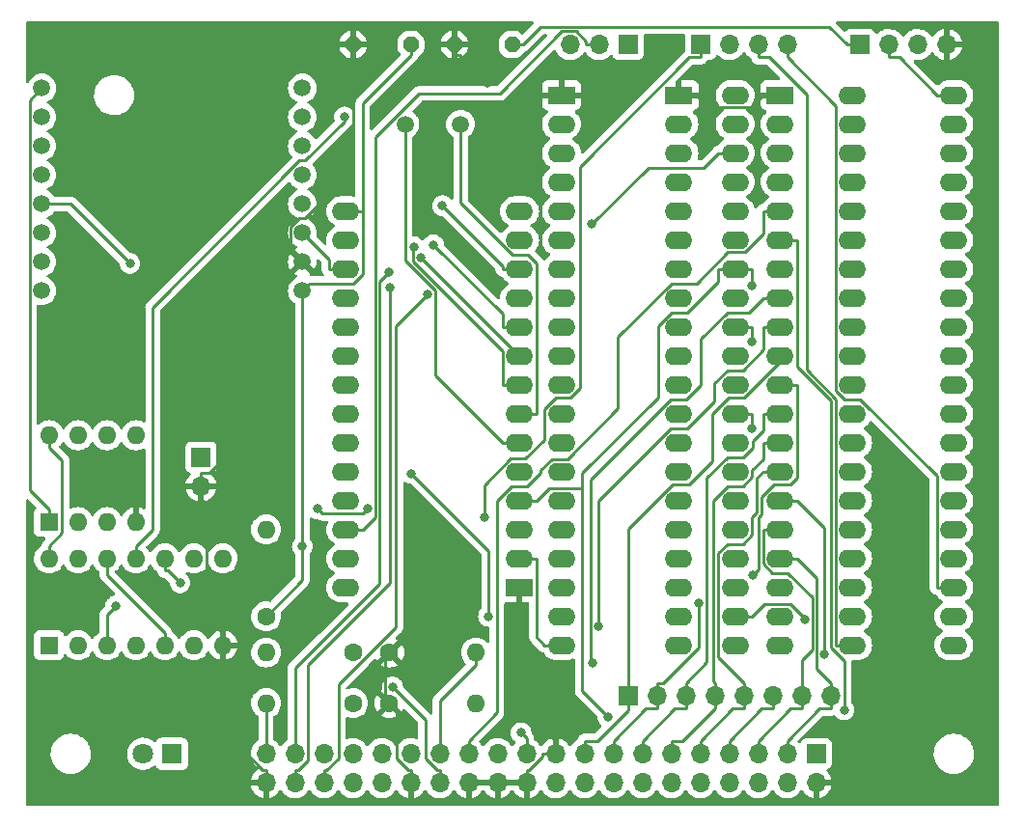
<source format=gbl>
G04 #@! TF.GenerationSoftware,KiCad,Pcbnew,(6.0.5)*
G04 #@! TF.CreationDate,2022-11-12T18:47:06+01:00*
G04 #@! TF.ProjectId,Link232-wifi,4c696e6b-3233-4322-9d77-6966692e6b69,rev?*
G04 #@! TF.SameCoordinates,Original*
G04 #@! TF.FileFunction,Copper,L2,Bot*
G04 #@! TF.FilePolarity,Positive*
%FSLAX46Y46*%
G04 Gerber Fmt 4.6, Leading zero omitted, Abs format (unit mm)*
G04 Created by KiCad (PCBNEW (6.0.5)) date 2022-11-12 18:47:06*
%MOMM*%
%LPD*%
G01*
G04 APERTURE LIST*
G04 Aperture macros list*
%AMOutline5P*
0 Free polygon, 5 corners , with rotation*
0 The origin of the aperture is its center*
0 number of corners: always 5*
0 $1 to $10 corner X, Y*
0 $11 Rotation angle, in degrees counterclockwise*
0 create outline with 5 corners*
4,1,5,$1,$2,$3,$4,$5,$6,$7,$8,$9,$10,$1,$2,$11*%
%AMOutline6P*
0 Free polygon, 6 corners , with rotation*
0 The origin of the aperture is its center*
0 number of corners: always 6*
0 $1 to $12 corner X, Y*
0 $13 Rotation angle, in degrees counterclockwise*
0 create outline with 6 corners*
4,1,6,$1,$2,$3,$4,$5,$6,$7,$8,$9,$10,$11,$12,$1,$2,$13*%
%AMOutline7P*
0 Free polygon, 7 corners , with rotation*
0 The origin of the aperture is its center*
0 number of corners: always 7*
0 $1 to $14 corner X, Y*
0 $15 Rotation angle, in degrees counterclockwise*
0 create outline with 7 corners*
4,1,7,$1,$2,$3,$4,$5,$6,$7,$8,$9,$10,$11,$12,$13,$14,$1,$2,$15*%
%AMOutline8P*
0 Free polygon, 8 corners , with rotation*
0 The origin of the aperture is its center*
0 number of corners: always 8*
0 $1 to $16 corner X, Y*
0 $17 Rotation angle, in degrees counterclockwise*
0 create outline with 8 corners*
4,1,8,$1,$2,$3,$4,$5,$6,$7,$8,$9,$10,$11,$12,$13,$14,$15,$16,$1,$2,$17*%
G04 Aperture macros list end*
G04 #@! TA.AperFunction,ComponentPad*
%ADD10C,1.600000*%
G04 #@! TD*
G04 #@! TA.AperFunction,ComponentPad*
%ADD11O,1.600000X1.600000*%
G04 #@! TD*
G04 #@! TA.AperFunction,ComponentPad*
%ADD12R,1.700000X1.700000*%
G04 #@! TD*
G04 #@! TA.AperFunction,ComponentPad*
%ADD13O,1.700000X1.700000*%
G04 #@! TD*
G04 #@! TA.AperFunction,ComponentPad*
%ADD14R,1.600000X1.600000*%
G04 #@! TD*
G04 #@! TA.AperFunction,ComponentPad*
%ADD15R,2.400000X1.600000*%
G04 #@! TD*
G04 #@! TA.AperFunction,ComponentPad*
%ADD16O,2.400000X1.600000*%
G04 #@! TD*
G04 #@! TA.AperFunction,ComponentPad*
%ADD17Outline8P,-0.660400X0.330200X-0.330200X0.660400X0.330200X0.660400X0.660400X0.330200X0.660400X-0.330200X0.330200X-0.660400X-0.330200X-0.660400X-0.660400X-0.330200X180.000000*%
G04 #@! TD*
G04 #@! TA.AperFunction,ComponentPad*
%ADD18C,1.500000*%
G04 #@! TD*
G04 #@! TA.AperFunction,ComponentPad*
%ADD19R,1.800000X1.800000*%
G04 #@! TD*
G04 #@! TA.AperFunction,ComponentPad*
%ADD20C,1.800000*%
G04 #@! TD*
G04 #@! TA.AperFunction,ComponentPad*
%ADD21C,1.508000*%
G04 #@! TD*
G04 #@! TA.AperFunction,ViaPad*
%ADD22C,0.800000*%
G04 #@! TD*
G04 #@! TA.AperFunction,Conductor*
%ADD23C,0.250000*%
G04 #@! TD*
G04 APERTURE END LIST*
D10*
X83820000Y-95885000D03*
D11*
X91440000Y-95885000D03*
D12*
X104775000Y-95250000D03*
D13*
X107315000Y-95250000D03*
X109855000Y-95250000D03*
X112395000Y-95250000D03*
X114935000Y-95250000D03*
X117475000Y-95250000D03*
X120015000Y-95250000D03*
X122555000Y-95250000D03*
D14*
X53985000Y-80000000D03*
D11*
X56525000Y-80000000D03*
X59065000Y-80000000D03*
X61605000Y-80000000D03*
X61605000Y-72380000D03*
X59065000Y-72380000D03*
X56525000Y-72380000D03*
X53985000Y-72380000D03*
D10*
X73025000Y-88265000D03*
D11*
X73025000Y-80645000D03*
D10*
X80645000Y-91440000D03*
D11*
X73025000Y-91440000D03*
D12*
X111135000Y-38100000D03*
D13*
X113675000Y-38100000D03*
X116215000Y-38100000D03*
X118755000Y-38100000D03*
D12*
X125105000Y-38100000D03*
D13*
X127645000Y-38100000D03*
X130185000Y-38100000D03*
X132725000Y-38100000D03*
D15*
X98933000Y-42545000D03*
D16*
X98933000Y-45085000D03*
X98933000Y-47625000D03*
X98933000Y-50165000D03*
X98933000Y-52705000D03*
X98933000Y-55245000D03*
X98933000Y-57785000D03*
X98933000Y-60325000D03*
X98933000Y-62865000D03*
X98933000Y-65405000D03*
X98933000Y-67945000D03*
X98933000Y-70485000D03*
X98933000Y-73025000D03*
X98933000Y-75565000D03*
X98933000Y-78105000D03*
X98933000Y-80645000D03*
X98933000Y-83185000D03*
X98933000Y-85725000D03*
X98933000Y-88265000D03*
X98933000Y-90805000D03*
X114173000Y-90805000D03*
X114173000Y-88265000D03*
X114173000Y-85725000D03*
X114173000Y-83185000D03*
X114173000Y-80645000D03*
X114173000Y-78105000D03*
X114173000Y-75565000D03*
X114173000Y-73025000D03*
X114173000Y-70485000D03*
X114173000Y-67945000D03*
X114173000Y-65405000D03*
X114173000Y-62865000D03*
X114173000Y-60325000D03*
X114173000Y-57785000D03*
X114173000Y-55245000D03*
X114173000Y-52705000D03*
X114173000Y-50165000D03*
X114173000Y-47625000D03*
X114173000Y-45085000D03*
X114173000Y-42545000D03*
D15*
X118110000Y-42545000D03*
D16*
X118110000Y-45085000D03*
X118110000Y-47625000D03*
X118110000Y-50165000D03*
X118110000Y-52705000D03*
X118110000Y-55245000D03*
X118110000Y-57785000D03*
X118110000Y-60325000D03*
X118110000Y-62865000D03*
X118110000Y-65405000D03*
X118110000Y-67945000D03*
X118110000Y-70485000D03*
X118110000Y-73025000D03*
X118110000Y-75565000D03*
X118110000Y-78105000D03*
X118110000Y-80645000D03*
X118110000Y-83185000D03*
X118110000Y-85725000D03*
X118110000Y-88265000D03*
X118110000Y-90805000D03*
X133350000Y-90805000D03*
X133350000Y-88265000D03*
X133350000Y-85725000D03*
X133350000Y-83185000D03*
X133350000Y-80645000D03*
X133350000Y-78105000D03*
X133350000Y-75565000D03*
X133350000Y-73025000D03*
X133350000Y-70485000D03*
X133350000Y-67945000D03*
X133350000Y-65405000D03*
X133350000Y-62865000D03*
X133350000Y-60325000D03*
X133350000Y-57785000D03*
X133350000Y-55245000D03*
X133350000Y-52705000D03*
X133350000Y-50165000D03*
X133350000Y-47625000D03*
X133350000Y-45085000D03*
X133350000Y-42545000D03*
D17*
X94615000Y-38100000D03*
X89535000Y-38100000D03*
X85725000Y-38100000D03*
X80645000Y-38100000D03*
D18*
X90080000Y-45085000D03*
X85200000Y-45085000D03*
D15*
X95255000Y-85740000D03*
D16*
X95255000Y-83200000D03*
X95255000Y-80660000D03*
X95255000Y-78120000D03*
X95255000Y-75580000D03*
X95255000Y-73040000D03*
X95255000Y-70500000D03*
X95255000Y-67960000D03*
X95255000Y-65420000D03*
X95255000Y-62880000D03*
X95255000Y-60340000D03*
X95255000Y-57800000D03*
X95255000Y-55260000D03*
X95255000Y-52720000D03*
X80015000Y-52720000D03*
X80015000Y-55260000D03*
X80015000Y-57800000D03*
X80015000Y-60340000D03*
X80015000Y-62880000D03*
X80015000Y-65420000D03*
X80015000Y-67960000D03*
X80015000Y-70500000D03*
X80015000Y-73040000D03*
X80015000Y-75580000D03*
X80015000Y-78120000D03*
X80015000Y-80660000D03*
X80015000Y-83200000D03*
X80015000Y-85740000D03*
D14*
X53975000Y-90805000D03*
D11*
X56515000Y-90805000D03*
X59055000Y-90805000D03*
X61595000Y-90805000D03*
X64135000Y-90805000D03*
X66675000Y-90805000D03*
X69215000Y-90805000D03*
X69215000Y-83185000D03*
X66675000Y-83185000D03*
X64135000Y-83185000D03*
X61595000Y-83185000D03*
X59055000Y-83185000D03*
X56515000Y-83185000D03*
X53975000Y-83185000D03*
D10*
X80645000Y-95885000D03*
D11*
X73025000Y-95885000D03*
D10*
X83820000Y-91440000D03*
D11*
X91440000Y-91440000D03*
D19*
X64770000Y-100330000D03*
D20*
X62230000Y-100330000D03*
D21*
X53340000Y-41910000D03*
X53340000Y-44450000D03*
X53340000Y-46990000D03*
X53340000Y-49530000D03*
X53340000Y-52070000D03*
X53340000Y-54610000D03*
X53340000Y-57150000D03*
X53340000Y-59690000D03*
X76200000Y-41910000D03*
X76200000Y-44450000D03*
X76200000Y-46990000D03*
X76200000Y-49530000D03*
X76200000Y-52070000D03*
X76200000Y-54610000D03*
X76200000Y-57150000D03*
X76200000Y-59690000D03*
D12*
X121280000Y-100325000D03*
D13*
X121280000Y-102865000D03*
X118740000Y-100325000D03*
X118740000Y-102865000D03*
X116200000Y-100325000D03*
X116200000Y-102865000D03*
X113660000Y-100325000D03*
X113660000Y-102865000D03*
X111120000Y-100325000D03*
X111120000Y-102865000D03*
X108580000Y-100325000D03*
X108580000Y-102865000D03*
X106040000Y-100325000D03*
X106040000Y-102865000D03*
X103500000Y-100325000D03*
X103500000Y-102865000D03*
X100960000Y-100325000D03*
X100960000Y-102865000D03*
X98420000Y-100325000D03*
X98420000Y-102865000D03*
X95880000Y-100325000D03*
X95880000Y-102865000D03*
X93340000Y-100325000D03*
X93340000Y-102865000D03*
X90800000Y-100325000D03*
X90800000Y-102865000D03*
X88260000Y-100325000D03*
X88260000Y-102865000D03*
X85720000Y-100325000D03*
X85720000Y-102865000D03*
X83180000Y-100325000D03*
X83180000Y-102865000D03*
X80640000Y-100325000D03*
X80640000Y-102865000D03*
X78100000Y-100325000D03*
X78100000Y-102865000D03*
X75560000Y-100325000D03*
X75560000Y-102865000D03*
X73020000Y-100325000D03*
X73020000Y-102865000D03*
D12*
X104775000Y-38100000D03*
D13*
X102235000Y-38100000D03*
X99695000Y-38100000D03*
D15*
X109240000Y-42550000D03*
D16*
X109240000Y-45090000D03*
X109240000Y-47630000D03*
X109240000Y-50170000D03*
X109240000Y-52710000D03*
X109240000Y-55250000D03*
X109240000Y-57790000D03*
X109240000Y-60330000D03*
X109240000Y-62870000D03*
X109240000Y-65410000D03*
X109240000Y-67950000D03*
X109240000Y-70490000D03*
X109240000Y-73030000D03*
X109240000Y-75570000D03*
X109240000Y-78110000D03*
X109240000Y-80650000D03*
X109240000Y-83190000D03*
X109240000Y-85730000D03*
X109240000Y-88270000D03*
X109240000Y-90810000D03*
X124480000Y-90810000D03*
X124480000Y-88270000D03*
X124480000Y-85730000D03*
X124480000Y-83190000D03*
X124480000Y-80650000D03*
X124480000Y-78110000D03*
X124480000Y-75570000D03*
X124480000Y-73030000D03*
X124480000Y-70490000D03*
X124480000Y-67950000D03*
X124480000Y-65410000D03*
X124480000Y-62870000D03*
X124480000Y-60330000D03*
X124480000Y-57790000D03*
X124480000Y-55250000D03*
X124480000Y-52710000D03*
X124480000Y-50170000D03*
X124480000Y-47630000D03*
X124480000Y-45090000D03*
X124480000Y-42550000D03*
D12*
X67310000Y-74295000D03*
D13*
X67310000Y-76835000D03*
D22*
X92156200Y-79567400D03*
X77570000Y-78855200D03*
X115650700Y-59247200D03*
X103015300Y-97077600D03*
X81894000Y-78855200D03*
X92405200Y-41493500D03*
X76200000Y-82122200D03*
X65470600Y-85323200D03*
X85958200Y-55831200D03*
X86597300Y-56762300D03*
X87694500Y-55668500D03*
X61068200Y-57291000D03*
X88497600Y-52241500D03*
X101591500Y-53873900D03*
X115650700Y-64135000D03*
X115650700Y-71755000D03*
X120266500Y-88580900D03*
X79904000Y-44442600D03*
X59830500Y-87343500D03*
X92536300Y-88265000D03*
X85765000Y-75733700D03*
X83793500Y-58069800D03*
X83883800Y-59427700D03*
X123721000Y-96470600D03*
X87201900Y-60054100D03*
X101677000Y-92382400D03*
X102163900Y-89166600D03*
X115722600Y-84647200D03*
X110985300Y-87110100D03*
X121991400Y-91629100D03*
X95380600Y-98491600D03*
X84119500Y-94459900D03*
D23*
X111135000Y-38100000D02*
X111135000Y-39227700D01*
X111135000Y-39227700D02*
X110148300Y-39227700D01*
X98421200Y-69072500D02*
X97437900Y-70055800D01*
X97437900Y-72785100D02*
X95770500Y-74452500D01*
X110148300Y-39227700D02*
X100573200Y-48802800D01*
X92156200Y-76740600D02*
X92156200Y-79567400D01*
X99748100Y-69072500D02*
X98421200Y-69072500D01*
X97437900Y-70055800D02*
X97437900Y-72785100D01*
X100573200Y-68247400D02*
X99748100Y-69072500D01*
X94444300Y-74452500D02*
X92156200Y-76740600D01*
X100573200Y-48802800D02*
X100573200Y-68247400D01*
X95770500Y-74452500D02*
X94444300Y-74452500D01*
X53340000Y-41910000D02*
X52272300Y-42977700D01*
X107388600Y-69075100D02*
X100743100Y-75720600D01*
X109971300Y-61600000D02*
X108567900Y-61600000D01*
X52272300Y-77209600D02*
X53985000Y-78922300D01*
X81501700Y-79247500D02*
X77962300Y-79247500D01*
X112695300Y-57785000D02*
X112695300Y-58876000D01*
X96732700Y-78120000D02*
X97857100Y-76995600D01*
X112695300Y-58876000D02*
X109971300Y-61600000D01*
X114173000Y-57785000D02*
X115650700Y-57785000D01*
X108567900Y-61600000D02*
X107388600Y-62779300D01*
X77962300Y-79247500D02*
X77570000Y-78855200D01*
X100743100Y-75720600D02*
X100743100Y-76995600D01*
X114173000Y-57785000D02*
X112695300Y-57785000D01*
X100743100Y-94805400D02*
X103015300Y-97077600D01*
X107388600Y-62779300D02*
X107388600Y-69075100D01*
X81894000Y-78855200D02*
X81501700Y-79247500D01*
X97857100Y-76995600D02*
X100743100Y-76995600D01*
X95255000Y-78120000D02*
X96732700Y-78120000D01*
X53985000Y-80000000D02*
X53985000Y-78922300D01*
X100743100Y-76995600D02*
X100743100Y-94805400D01*
X52272300Y-42977700D02*
X52272300Y-77209600D01*
X115650700Y-57785000D02*
X115650700Y-59247200D01*
X85720000Y-102865000D02*
X85720000Y-101737300D01*
X69215000Y-89727300D02*
X67777200Y-88289500D01*
X84450000Y-96515000D02*
X84450000Y-100701000D01*
X75162700Y-54124900D02*
X75162700Y-56112700D01*
X75162700Y-56112700D02*
X76200000Y-57150000D01*
X67777200Y-88289500D02*
X67777200Y-78429900D01*
X95255000Y-85740000D02*
X95255000Y-96032300D01*
X73020000Y-102865000D02*
X73020000Y-101737300D01*
X98420000Y-100325000D02*
X97292300Y-100325000D01*
X80645000Y-49110200D02*
X76415200Y-53340000D01*
X95880000Y-102865000D02*
X95880000Y-101737300D01*
X83820000Y-91440000D02*
X83441800Y-91818200D01*
X72738100Y-101737300D02*
X69215000Y-98214200D01*
X96113600Y-101737300D02*
X97292300Y-100558600D01*
X110717700Y-42550000D02*
X111790400Y-43622700D01*
X68024900Y-75707300D02*
X70436800Y-73295400D01*
X70436800Y-73295400D02*
X70436800Y-62913200D01*
X84450000Y-100701000D02*
X85486300Y-101737300D01*
X67777200Y-78429900D02*
X67310000Y-77962700D01*
X89951100Y-39039400D02*
X92405200Y-41493500D01*
X83820000Y-95885000D02*
X84450000Y-96515000D01*
X118110000Y-42545000D02*
X116632300Y-42545000D01*
X89535000Y-39039400D02*
X89951100Y-39039400D01*
X70436800Y-62913200D02*
X76200000Y-57150000D01*
X67310000Y-76835000D02*
X67310000Y-77962700D01*
X97292300Y-100558600D02*
X97292300Y-100325000D01*
X73020000Y-101737300D02*
X72738100Y-101737300D01*
X69215000Y-98214200D02*
X69215000Y-90805000D01*
X80645000Y-38100000D02*
X80645000Y-49110200D01*
X115554600Y-43622700D02*
X116632300Y-42545000D01*
X98420000Y-100325000D02*
X98420000Y-99197300D01*
X89535000Y-38100000D02*
X89535000Y-39039400D01*
X69215000Y-90805000D02*
X69215000Y-89727300D01*
X67310000Y-75707300D02*
X68024900Y-75707300D01*
X109240000Y-42550000D02*
X110717700Y-42550000D01*
X76415200Y-53340000D02*
X75947600Y-53340000D01*
X95880000Y-101737300D02*
X96113600Y-101737300D01*
X111790400Y-43622700D02*
X115554600Y-43622700D01*
X67310000Y-76835000D02*
X67310000Y-75707300D01*
X83441800Y-91818200D02*
X83441800Y-95506800D01*
X85486300Y-101737300D02*
X85720000Y-101737300D01*
X95255000Y-96032300D02*
X98420000Y-99197300D01*
X75947600Y-53340000D02*
X75162700Y-54124900D01*
X83441800Y-95506800D02*
X83820000Y-95885000D01*
X76200000Y-85090000D02*
X73025000Y-88265000D01*
X97111500Y-36542900D02*
X122420200Y-36542900D01*
X55112500Y-74585200D02*
X55112500Y-80969800D01*
X85725000Y-39039400D02*
X81492700Y-43271700D01*
X80015000Y-52720000D02*
X81492700Y-52720000D01*
X64410100Y-84262700D02*
X64135000Y-84262700D01*
X81492700Y-58255100D02*
X81492700Y-52720000D01*
X80677800Y-59070000D02*
X81492700Y-58255100D01*
X96732700Y-90082400D02*
X97455300Y-90805000D01*
X96732700Y-83200000D02*
X96732700Y-90082400D01*
X122420200Y-36542900D02*
X123977300Y-38100000D01*
X53985000Y-73457700D02*
X55112500Y-74585200D01*
X81492700Y-43271700D02*
X81492700Y-52720000D01*
X76200000Y-59690000D02*
X76200000Y-82122200D01*
X76200000Y-82122200D02*
X76200000Y-85090000D01*
X85725000Y-38100000D02*
X85725000Y-39039400D01*
X55112500Y-80969800D02*
X53975000Y-82107300D01*
X65470600Y-85323200D02*
X64410100Y-84262700D01*
X64135000Y-83185000D02*
X64135000Y-84262700D01*
X76200000Y-59690000D02*
X76820000Y-59070000D01*
X76820000Y-59070000D02*
X80677800Y-59070000D01*
X94615000Y-38100000D02*
X95554400Y-38100000D01*
X53985000Y-72380000D02*
X53985000Y-73457700D01*
X95255000Y-83200000D02*
X96732700Y-83200000D01*
X53975000Y-83185000D02*
X53975000Y-82107300D01*
X98933000Y-90805000D02*
X97455300Y-90805000D01*
X125105000Y-38100000D02*
X123977300Y-38100000D01*
X95554400Y-38100000D02*
X97111500Y-36542900D01*
X64135000Y-89727300D02*
X59055000Y-84647300D01*
X59055000Y-84647300D02*
X59055000Y-83185000D01*
X64135000Y-90805000D02*
X64135000Y-89727300D01*
X95255000Y-67960000D02*
X93777300Y-67960000D01*
X85958200Y-55831200D02*
X85906500Y-55882900D01*
X85906500Y-55882900D02*
X85906500Y-57166100D01*
X93777300Y-65036900D02*
X93777300Y-67960000D01*
X85906500Y-57166100D02*
X93777300Y-65036900D01*
X95255000Y-65420000D02*
X86597300Y-56762300D01*
X95255000Y-62880000D02*
X93777300Y-62880000D01*
X93777300Y-61751300D02*
X87694500Y-55668500D01*
X93777300Y-62880000D02*
X93777300Y-61751300D01*
X55847200Y-52070000D02*
X53340000Y-52070000D01*
X61068200Y-57291000D02*
X55847200Y-52070000D01*
X95255000Y-57800000D02*
X93777300Y-57800000D01*
X93777300Y-57800000D02*
X93777300Y-57521200D01*
X93777300Y-57521200D02*
X88497600Y-52241500D01*
X111420300Y-48900000D02*
X112695300Y-47625000D01*
X101591500Y-53873900D02*
X106565400Y-48900000D01*
X114173000Y-47625000D02*
X112695300Y-47625000D01*
X106565400Y-48900000D02*
X111420300Y-48900000D01*
X80015000Y-57800000D02*
X78537300Y-57800000D01*
X78537300Y-56947300D02*
X76200000Y-54610000D01*
X78537300Y-57800000D02*
X78537300Y-56947300D01*
X114173000Y-62865000D02*
X115650700Y-62865000D01*
X115650700Y-62865000D02*
X115650700Y-64135000D01*
X114173000Y-70485000D02*
X115650700Y-70485000D01*
X115650700Y-70485000D02*
X115650700Y-71755000D01*
X82571700Y-46256500D02*
X86423100Y-42405100D01*
X102235000Y-38100000D02*
X101107300Y-38100000D01*
X101107300Y-37866400D02*
X101107300Y-38100000D01*
X93537300Y-42405100D02*
X98996300Y-36946100D01*
X81492700Y-80660000D02*
X82571700Y-79581000D01*
X100187000Y-36946100D02*
X101107300Y-37866400D01*
X86423100Y-42405100D02*
X93537300Y-42405100D01*
X82571700Y-79581000D02*
X82571700Y-46256500D01*
X80015000Y-80660000D02*
X81492700Y-80660000D01*
X98996300Y-36946100D02*
X100187000Y-36946100D01*
X116728500Y-87187200D02*
X119018100Y-87187200D01*
X115650700Y-88265000D02*
X116728500Y-87187200D01*
X114173000Y-88265000D02*
X115650700Y-88265000D01*
X120266500Y-88435600D02*
X120266500Y-88580900D01*
X119018100Y-87187200D02*
X120266500Y-88435600D01*
X76468300Y-48260000D02*
X75964900Y-48260000D01*
X79904000Y-44824300D02*
X76468300Y-48260000D01*
X59055000Y-88119000D02*
X59055000Y-90805000D01*
X63057200Y-61167700D02*
X63057200Y-80645100D01*
X63057200Y-80645100D02*
X61595000Y-82107300D01*
X59830500Y-87343500D02*
X59055000Y-88119000D01*
X79904000Y-44442600D02*
X79904000Y-44824300D01*
X61595000Y-83185000D02*
X61595000Y-82107300D01*
X75964900Y-48260000D02*
X63057200Y-61167700D01*
X87879600Y-67142300D02*
X87879600Y-59708800D01*
X87879600Y-59708800D02*
X85200000Y-57029200D01*
X95255000Y-73040000D02*
X93777300Y-73040000D01*
X93777300Y-73040000D02*
X87879600Y-67142300D01*
X85200000Y-57029200D02*
X85200000Y-45085000D01*
X92536300Y-82505000D02*
X92536300Y-88265000D01*
X85765000Y-75733700D02*
X92536300Y-82505000D01*
X94595200Y-56530000D02*
X90080000Y-52014800D01*
X96732700Y-70500000D02*
X96732700Y-57304300D01*
X95255000Y-70500000D02*
X96732700Y-70500000D01*
X95958400Y-56530000D02*
X94595200Y-56530000D01*
X96732700Y-57304300D02*
X95958400Y-56530000D01*
X90080000Y-52014800D02*
X90080000Y-45085000D01*
X82974400Y-58888900D02*
X83793500Y-58069800D01*
X75560000Y-100325000D02*
X75560000Y-92810800D01*
X82974400Y-85396400D02*
X82974400Y-58888900D01*
X75560000Y-92810800D02*
X82974400Y-85396400D01*
X75842000Y-101737300D02*
X75560000Y-101737300D01*
X83883800Y-85344300D02*
X76687700Y-92540400D01*
X76687700Y-100891600D02*
X75842000Y-101737300D01*
X76687700Y-92540400D02*
X76687700Y-100891600D01*
X75560000Y-102865000D02*
X75560000Y-101737300D01*
X83883800Y-59427700D02*
X83883800Y-85344300D01*
X110816300Y-59060000D02*
X108564700Y-59060000D01*
X103855400Y-70034800D02*
X99433700Y-74456500D01*
X93276700Y-96720600D02*
X90800000Y-99197300D01*
X108564700Y-59060000D02*
X103855400Y-63769300D01*
X97101500Y-75660600D02*
X95912100Y-76850000D01*
X113548500Y-56327800D02*
X110816300Y-59060000D01*
X116632300Y-52705000D02*
X116632300Y-54724000D01*
X93276700Y-78163100D02*
X93276700Y-96720600D01*
X99433700Y-74456500D02*
X98077400Y-74456500D01*
X94589800Y-76850000D02*
X93276700Y-78163100D01*
X118110000Y-52705000D02*
X116632300Y-52705000D01*
X115028500Y-56327800D02*
X113548500Y-56327800D01*
X116632300Y-54724000D02*
X115028500Y-56327800D01*
X103855400Y-63769300D02*
X103855400Y-70034800D01*
X98077400Y-74456500D02*
X97101500Y-75432400D01*
X95912100Y-76850000D02*
X94589800Y-76850000D01*
X90800000Y-100325000D02*
X90800000Y-99197300D01*
X97101500Y-75432400D02*
X97101500Y-75660600D01*
X122555100Y-91011400D02*
X123721000Y-92177300D01*
X119587700Y-55245000D02*
X119587700Y-66373800D01*
X122555100Y-69341200D02*
X122555100Y-91011400D01*
X118110000Y-55245000D02*
X119587700Y-55245000D01*
X123721000Y-92177300D02*
X123721000Y-96470600D01*
X119587700Y-66373800D02*
X122555100Y-69341200D01*
X123002300Y-69218800D02*
X123002300Y-90810000D01*
X116215000Y-39227700D02*
X117191500Y-39227700D01*
X116215000Y-38100000D02*
X116215000Y-39227700D01*
X124480000Y-90810000D02*
X123002300Y-90810000D01*
X120424000Y-66640500D02*
X123002300Y-69218800D01*
X117191500Y-39227700D02*
X120424000Y-42460200D01*
X120424000Y-42460200D02*
X120424000Y-66640500D01*
X79370000Y-94239300D02*
X79370000Y-100700900D01*
X84406600Y-62849400D02*
X84406600Y-89202700D01*
X87201900Y-60054100D02*
X84406600Y-62849400D01*
X78333600Y-101737300D02*
X78100000Y-101737300D01*
X79370000Y-100700900D02*
X78333600Y-101737300D01*
X84406600Y-89202700D02*
X79370000Y-94239300D01*
X78100000Y-102865000D02*
X78100000Y-101737300D01*
X111132800Y-68016400D02*
X109882100Y-69267100D01*
X111132800Y-63942600D02*
X111132800Y-68016400D01*
X115362300Y-61595000D02*
X113480400Y-61595000D01*
X116632300Y-60325000D02*
X115362300Y-61595000D01*
X101478200Y-92183600D02*
X101677000Y-92382400D01*
X109882100Y-69267100D02*
X108523500Y-69267100D01*
X113480400Y-61595000D02*
X111132800Y-63942600D01*
X101478200Y-76312400D02*
X101478200Y-92183600D01*
X108523500Y-69267100D02*
X101478200Y-76312400D01*
X118110000Y-60325000D02*
X116632300Y-60325000D01*
X113501000Y-66675000D02*
X114841300Y-66675000D01*
X114841300Y-66675000D02*
X116632300Y-64884000D01*
X109967200Y-71760000D02*
X112349400Y-69377800D01*
X116632300Y-64884000D02*
X116632300Y-62865000D01*
X108546000Y-71760000D02*
X109967200Y-71760000D01*
X118110000Y-62865000D02*
X116632300Y-62865000D01*
X102163900Y-89166600D02*
X102163900Y-78142100D01*
X112349400Y-67826600D02*
X113501000Y-66675000D01*
X112349400Y-69377800D02*
X112349400Y-67826600D01*
X102163900Y-78142100D02*
X108546000Y-71760000D01*
X112139200Y-70541200D02*
X113607900Y-69072500D01*
X108687500Y-76697500D02*
X110091700Y-76697500D01*
X104775000Y-80610000D02*
X108687500Y-76697500D01*
X113607900Y-69072500D02*
X114969900Y-69072500D01*
X110091700Y-76697500D02*
X112139200Y-74650000D01*
X104775000Y-95250000D02*
X104775000Y-96377700D01*
X104775000Y-95250000D02*
X104775000Y-94122300D01*
X102072100Y-99197300D02*
X104775000Y-96494400D01*
X114969900Y-69072500D02*
X118110000Y-65932400D01*
X100960000Y-100325000D02*
X100960000Y-99197300D01*
X104775000Y-94122300D02*
X104775000Y-80610000D01*
X112139200Y-74650000D02*
X112139200Y-70541200D01*
X104775000Y-96494400D02*
X104775000Y-96377700D01*
X100960000Y-99197300D02*
X102072100Y-99197300D01*
X118110000Y-65932400D02*
X118110000Y-65405000D01*
X107864800Y-94122300D02*
X107315000Y-94122300D01*
X119587700Y-67945000D02*
X119587700Y-76095900D01*
X106319600Y-96377700D02*
X107315000Y-96377700D01*
X103500000Y-99197300D02*
X106319600Y-96377700D01*
X107315000Y-95250000D02*
X107315000Y-96377700D01*
X116229500Y-84140300D02*
X115722600Y-84647200D01*
X107315000Y-95250000D02*
X107315000Y-94122300D01*
X110985300Y-91001800D02*
X107864800Y-94122300D01*
X118110000Y-67945000D02*
X119587700Y-67945000D01*
X116473000Y-77771700D02*
X116473000Y-79315300D01*
X110985300Y-87110100D02*
X110985300Y-91001800D01*
X118991100Y-76692500D02*
X117552200Y-76692500D01*
X103500000Y-100325000D02*
X103500000Y-99197300D01*
X119587700Y-76095900D02*
X118991100Y-76692500D01*
X116229500Y-79558800D02*
X116229500Y-84140300D01*
X116473000Y-79315300D02*
X116229500Y-79558800D01*
X117552200Y-76692500D02*
X116473000Y-77771700D01*
X111663000Y-76140300D02*
X113508300Y-74295000D01*
X109855000Y-95250000D02*
X109855000Y-96377700D01*
X111663000Y-92314300D02*
X111663000Y-76140300D01*
X108859600Y-96377700D02*
X109855000Y-96377700D01*
X106040000Y-99197300D02*
X108859600Y-96377700D01*
X115679900Y-72915100D02*
X116632300Y-71962700D01*
X109855000Y-95250000D02*
X109855000Y-94122300D01*
X113508300Y-74295000D02*
X114893800Y-74295000D01*
X116632300Y-71962700D02*
X116632300Y-70485000D01*
X115679900Y-73508900D02*
X115679900Y-72915100D01*
X109855000Y-94122300D02*
X111663000Y-92314300D01*
X114893800Y-74295000D02*
X115679900Y-73508900D01*
X118110000Y-70485000D02*
X116632300Y-70485000D01*
X106040000Y-100325000D02*
X106040000Y-99197300D01*
X118110000Y-73025000D02*
X116632300Y-73025000D01*
X108580000Y-99197300D02*
X109575400Y-99197300D01*
X115667500Y-75467500D02*
X115667500Y-76055100D01*
X112395000Y-95250000D02*
X112395000Y-94122300D01*
X116632300Y-73025000D02*
X116632300Y-74502700D01*
X113517300Y-76835000D02*
X112224300Y-78128000D01*
X112395000Y-95250000D02*
X112395000Y-96377700D01*
X114887600Y-76835000D02*
X113517300Y-76835000D01*
X108580000Y-100325000D02*
X108580000Y-99197300D01*
X112224300Y-93951600D02*
X112395000Y-94122300D01*
X109575400Y-99197300D02*
X112395000Y-96377700D01*
X116632300Y-74502700D02*
X115667500Y-75467500D01*
X115667500Y-76055100D02*
X114887600Y-76835000D01*
X112224300Y-78128000D02*
X112224300Y-93951600D01*
X114935000Y-94122300D02*
X112671400Y-91858700D01*
X115667600Y-79551100D02*
X116070300Y-79148400D01*
X112671400Y-91858700D02*
X112671400Y-82743500D01*
X113499900Y-81915000D02*
X114841300Y-81915000D01*
X111120000Y-99197300D02*
X113939600Y-96377700D01*
X112671400Y-82743500D02*
X113499900Y-81915000D01*
X114935000Y-95250000D02*
X114935000Y-94122300D01*
X113939600Y-96377700D02*
X114935000Y-96377700D01*
X116070300Y-76127000D02*
X116632300Y-75565000D01*
X118110000Y-75565000D02*
X116632300Y-75565000D01*
X114841300Y-81915000D02*
X115667600Y-81088700D01*
X116070300Y-79148400D02*
X116070300Y-76127000D01*
X114935000Y-95250000D02*
X114935000Y-96377700D01*
X115667600Y-81088700D02*
X115667600Y-79551100D01*
X111120000Y-100325000D02*
X111120000Y-99197300D01*
X113660000Y-100325000D02*
X113660000Y-99197300D01*
X116479600Y-96377700D02*
X117475000Y-96377700D01*
X118110000Y-78105000D02*
X119587700Y-78105000D01*
X117475000Y-95250000D02*
X117475000Y-96377700D01*
X121991400Y-80508700D02*
X121991400Y-91629100D01*
X119587700Y-78105000D02*
X121991400Y-80508700D01*
X113660000Y-99197300D02*
X116479600Y-96377700D01*
X120015000Y-95250000D02*
X120015000Y-94122300D01*
X118783000Y-84455000D02*
X120944300Y-86616300D01*
X116632300Y-80645000D02*
X116632300Y-83647800D01*
X120944300Y-86616300D02*
X120944300Y-91148200D01*
X120015000Y-92077500D02*
X120015000Y-94122300D01*
X117439500Y-84455000D02*
X118783000Y-84455000D01*
X116200000Y-99197300D02*
X119019600Y-96377700D01*
X116632300Y-83647800D02*
X117439500Y-84455000D01*
X120015000Y-95250000D02*
X120015000Y-96377700D01*
X119019600Y-96377700D02*
X120015000Y-96377700D01*
X120944300Y-91148200D02*
X120015000Y-92077500D01*
X118110000Y-80645000D02*
X116632300Y-80645000D01*
X116200000Y-100325000D02*
X116200000Y-99197300D01*
X121313700Y-91348400D02*
X121313700Y-92881000D01*
X122555000Y-95250000D02*
X122555000Y-94122300D01*
X118110000Y-83185000D02*
X119587700Y-83185000D01*
X122555000Y-95250000D02*
X122555000Y-96377700D01*
X118740000Y-100325000D02*
X118740000Y-99197300D01*
X121559600Y-96377700D02*
X118740000Y-99197300D01*
X122555000Y-96377700D02*
X121559600Y-96377700D01*
X121347000Y-84944300D02*
X121347000Y-91315100D01*
X121347000Y-91315100D02*
X121313700Y-91348400D01*
X119587700Y-83185000D02*
X121347000Y-84944300D01*
X121313700Y-92881000D02*
X122555000Y-94122300D01*
X131872300Y-75945800D02*
X125146500Y-69220000D01*
X118755000Y-38100000D02*
X118755000Y-39227700D01*
X123002200Y-43474900D02*
X118755000Y-39227700D01*
X123770000Y-69220000D02*
X123002200Y-68452200D01*
X123002200Y-68452200D02*
X123002200Y-43474900D01*
X125146500Y-69220000D02*
X123770000Y-69220000D01*
X131872300Y-85725000D02*
X131872300Y-75945800D01*
X133350000Y-85725000D02*
X131872300Y-85725000D01*
X127645000Y-38100000D02*
X127645000Y-39227700D01*
X131872300Y-42545000D02*
X128555000Y-39227700D01*
X128555000Y-39227700D02*
X127645000Y-39227700D01*
X133350000Y-42545000D02*
X131872300Y-42545000D01*
X95880000Y-98991000D02*
X95880000Y-100325000D01*
X95380600Y-98491600D02*
X95880000Y-98991000D01*
X91440000Y-92517700D02*
X88260000Y-95697700D01*
X88260000Y-95697700D02*
X88260000Y-100325000D01*
X91440000Y-91440000D02*
X91440000Y-92517700D01*
X88026300Y-101737300D02*
X88260000Y-101737300D01*
X86990000Y-97330400D02*
X86990000Y-100701000D01*
X88260000Y-102865000D02*
X88260000Y-101737300D01*
X86990000Y-100701000D02*
X88026300Y-101737300D01*
X84119500Y-94459900D02*
X86990000Y-97330400D01*
X73025000Y-96962700D02*
X73020000Y-96967700D01*
X73020000Y-96967700D02*
X73020000Y-100325000D01*
X73025000Y-95885000D02*
X73025000Y-96962700D01*
G04 #@! TA.AperFunction,Conductor*
G36*
X137228621Y-36088502D02*
G01*
X137275114Y-36142158D01*
X137286500Y-36194500D01*
X137286500Y-104775500D01*
X137266498Y-104843621D01*
X137212842Y-104890114D01*
X137160500Y-104901500D01*
X52069500Y-104901500D01*
X52001379Y-104881498D01*
X51954886Y-104827842D01*
X51943500Y-104775500D01*
X51943500Y-103132966D01*
X71688257Y-103132966D01*
X71718565Y-103267446D01*
X71721645Y-103277275D01*
X71801770Y-103474603D01*
X71806413Y-103483794D01*
X71917694Y-103665388D01*
X71923777Y-103673699D01*
X72063213Y-103834667D01*
X72070580Y-103841883D01*
X72234434Y-103977916D01*
X72242881Y-103983831D01*
X72426756Y-104091279D01*
X72436042Y-104095729D01*
X72635001Y-104171703D01*
X72644899Y-104174579D01*
X72748250Y-104195606D01*
X72762299Y-104194410D01*
X72766000Y-104184065D01*
X72766000Y-103137115D01*
X72761525Y-103121876D01*
X72760135Y-103120671D01*
X72752452Y-103119000D01*
X71703225Y-103119000D01*
X71689694Y-103122973D01*
X71688257Y-103132966D01*
X51943500Y-103132966D01*
X51943500Y-100437655D01*
X54119858Y-100437655D01*
X54155104Y-100696638D01*
X54156412Y-100701124D01*
X54156412Y-100701126D01*
X54169958Y-100747600D01*
X54228243Y-100947567D01*
X54337668Y-101184928D01*
X54340231Y-101188837D01*
X54478410Y-101399596D01*
X54478414Y-101399601D01*
X54480976Y-101403509D01*
X54585170Y-101520248D01*
X54651152Y-101594174D01*
X54655018Y-101598506D01*
X54855970Y-101765637D01*
X54859973Y-101768066D01*
X55075422Y-101898804D01*
X55075426Y-101898806D01*
X55079419Y-101901229D01*
X55320455Y-102002303D01*
X55573783Y-102066641D01*
X55578434Y-102067109D01*
X55578438Y-102067110D01*
X55771308Y-102086531D01*
X55790867Y-102088500D01*
X55946354Y-102088500D01*
X55948679Y-102088327D01*
X55948685Y-102088327D01*
X56136000Y-102074407D01*
X56136004Y-102074406D01*
X56140652Y-102074061D01*
X56145200Y-102073032D01*
X56145206Y-102073031D01*
X56386349Y-102018465D01*
X56395577Y-102016377D01*
X56407535Y-102011727D01*
X56634824Y-101923340D01*
X56634827Y-101923339D01*
X56639177Y-101921647D01*
X56669665Y-101904222D01*
X56732951Y-101868051D01*
X56866098Y-101791951D01*
X57071357Y-101630138D01*
X57250443Y-101439763D01*
X57376315Y-101258320D01*
X57396759Y-101228851D01*
X57396761Y-101228848D01*
X57399424Y-101225009D01*
X57407571Y-101208489D01*
X57512960Y-100994781D01*
X57512961Y-100994778D01*
X57515025Y-100990593D01*
X57594707Y-100741665D01*
X57636721Y-100483693D01*
X57639185Y-100295469D01*
X60817095Y-100295469D01*
X60817392Y-100300622D01*
X60817392Y-100300625D01*
X60830129Y-100521529D01*
X60830427Y-100526697D01*
X60831564Y-100531743D01*
X60831565Y-100531749D01*
X60837706Y-100558998D01*
X60881346Y-100752642D01*
X60883288Y-100757424D01*
X60883289Y-100757428D01*
X60960497Y-100947567D01*
X60968484Y-100967237D01*
X61089501Y-101164719D01*
X61241147Y-101339784D01*
X61419349Y-101487730D01*
X61619322Y-101604584D01*
X61835694Y-101687209D01*
X61840760Y-101688240D01*
X61840761Y-101688240D01*
X61893846Y-101699040D01*
X62062656Y-101733385D01*
X62192089Y-101738131D01*
X62288949Y-101741683D01*
X62288953Y-101741683D01*
X62294113Y-101741872D01*
X62299233Y-101741216D01*
X62299235Y-101741216D01*
X62389925Y-101729598D01*
X62523847Y-101712442D01*
X62528795Y-101710957D01*
X62528802Y-101710956D01*
X62740747Y-101647369D01*
X62745690Y-101645886D01*
X62750324Y-101643616D01*
X62949049Y-101546262D01*
X62949052Y-101546260D01*
X62953684Y-101543991D01*
X63142243Y-101409494D01*
X63187309Y-101364585D01*
X63249681Y-101330669D01*
X63320487Y-101335857D01*
X63377249Y-101378503D01*
X63394231Y-101409607D01*
X63407214Y-101444238D01*
X63419385Y-101476705D01*
X63506739Y-101593261D01*
X63623295Y-101680615D01*
X63759684Y-101731745D01*
X63821866Y-101738500D01*
X65718134Y-101738500D01*
X65780316Y-101731745D01*
X65916705Y-101680615D01*
X66033261Y-101593261D01*
X66120615Y-101476705D01*
X66171745Y-101340316D01*
X66178500Y-101278134D01*
X66178500Y-99381866D01*
X66171745Y-99319684D01*
X66120615Y-99183295D01*
X66033261Y-99066739D01*
X65916705Y-98979385D01*
X65780316Y-98928255D01*
X65718134Y-98921500D01*
X63821866Y-98921500D01*
X63759684Y-98928255D01*
X63623295Y-98979385D01*
X63506739Y-99066739D01*
X63419385Y-99183295D01*
X63416233Y-99191703D01*
X63416232Y-99191705D01*
X63395538Y-99246906D01*
X63352897Y-99303671D01*
X63286335Y-99328371D01*
X63216986Y-99313164D01*
X63194167Y-99296666D01*
X63193887Y-99296358D01*
X63148361Y-99260404D01*
X63016177Y-99156011D01*
X63016172Y-99156008D01*
X63012123Y-99152810D01*
X63007607Y-99150317D01*
X63007604Y-99150315D01*
X62813879Y-99043373D01*
X62813875Y-99043371D01*
X62809355Y-99040876D01*
X62804486Y-99039152D01*
X62804482Y-99039150D01*
X62595903Y-98965288D01*
X62595899Y-98965287D01*
X62591028Y-98963562D01*
X62585935Y-98962655D01*
X62585932Y-98962654D01*
X62368095Y-98923851D01*
X62368089Y-98923850D01*
X62363006Y-98922945D01*
X62290096Y-98922054D01*
X62136581Y-98920179D01*
X62136579Y-98920179D01*
X62131411Y-98920116D01*
X61902464Y-98955150D01*
X61682314Y-99027106D01*
X61677726Y-99029494D01*
X61677722Y-99029496D01*
X61495150Y-99124537D01*
X61476872Y-99134052D01*
X61472739Y-99137155D01*
X61472736Y-99137157D01*
X61299843Y-99266969D01*
X61291655Y-99273117D01*
X61131639Y-99440564D01*
X61128725Y-99444836D01*
X61128724Y-99444837D01*
X61110384Y-99471722D01*
X61001119Y-99631899D01*
X60903602Y-99841981D01*
X60841707Y-100065169D01*
X60817095Y-100295469D01*
X57639185Y-100295469D01*
X57639252Y-100290336D01*
X57640081Y-100227022D01*
X57640081Y-100227019D01*
X57640142Y-100222345D01*
X57604896Y-99963362D01*
X57590473Y-99913877D01*
X57567892Y-99836406D01*
X57531757Y-99712433D01*
X57422332Y-99475072D01*
X57381743Y-99413163D01*
X57281590Y-99260404D01*
X57281586Y-99260399D01*
X57279024Y-99256491D01*
X57113241Y-99070747D01*
X57108097Y-99064984D01*
X57104982Y-99061494D01*
X56904030Y-98894363D01*
X56813838Y-98839633D01*
X56684578Y-98761196D01*
X56684574Y-98761194D01*
X56680581Y-98758771D01*
X56439545Y-98657697D01*
X56186217Y-98593359D01*
X56181566Y-98592891D01*
X56181562Y-98592890D01*
X55972271Y-98571816D01*
X55969133Y-98571500D01*
X55813646Y-98571500D01*
X55811321Y-98571673D01*
X55811315Y-98571673D01*
X55624000Y-98585593D01*
X55623996Y-98585594D01*
X55619348Y-98585939D01*
X55614800Y-98586968D01*
X55614794Y-98586969D01*
X55428399Y-98629147D01*
X55364423Y-98643623D01*
X55360071Y-98645315D01*
X55360069Y-98645316D01*
X55125176Y-98736660D01*
X55125173Y-98736661D01*
X55120823Y-98738353D01*
X55116769Y-98740670D01*
X55116767Y-98740671D01*
X55089284Y-98756379D01*
X54893902Y-98868049D01*
X54688643Y-99029862D01*
X54509557Y-99220237D01*
X54415209Y-99356238D01*
X54366213Y-99426866D01*
X54360576Y-99434991D01*
X54358510Y-99439181D01*
X54358508Y-99439184D01*
X54251402Y-99656375D01*
X54244975Y-99669407D01*
X54243553Y-99673850D01*
X54243552Y-99673852D01*
X54191232Y-99837301D01*
X54165293Y-99918335D01*
X54123279Y-100176307D01*
X54119858Y-100437655D01*
X51943500Y-100437655D01*
X51943500Y-78080894D01*
X51963502Y-78012773D01*
X52017158Y-77966280D01*
X52087432Y-77956176D01*
X52152012Y-77985670D01*
X52158595Y-77991799D01*
X52824441Y-78657645D01*
X52858467Y-78719957D01*
X52853402Y-78790772D01*
X52825835Y-78833669D01*
X52821739Y-78836739D01*
X52734385Y-78953295D01*
X52683255Y-79089684D01*
X52676500Y-79151866D01*
X52676500Y-80848134D01*
X52683255Y-80910316D01*
X52734385Y-81046705D01*
X52821739Y-81163261D01*
X52938295Y-81250615D01*
X53074684Y-81301745D01*
X53136866Y-81308500D01*
X53573705Y-81308500D01*
X53641826Y-81328502D01*
X53688319Y-81382158D01*
X53698423Y-81452432D01*
X53668929Y-81517012D01*
X53662800Y-81523595D01*
X53582747Y-81603648D01*
X53574461Y-81611188D01*
X53567982Y-81615300D01*
X53562557Y-81621077D01*
X53521357Y-81664951D01*
X53518602Y-81667793D01*
X53498865Y-81687530D01*
X53496385Y-81690727D01*
X53488682Y-81699747D01*
X53458414Y-81731979D01*
X53454595Y-81738925D01*
X53454593Y-81738928D01*
X53448652Y-81749734D01*
X53437801Y-81766253D01*
X53425386Y-81782259D01*
X53422241Y-81789528D01*
X53422238Y-81789532D01*
X53407826Y-81822837D01*
X53402609Y-81833487D01*
X53381305Y-81872240D01*
X53379334Y-81879915D01*
X53379334Y-81879916D01*
X53376267Y-81891862D01*
X53369863Y-81910566D01*
X53361819Y-81929155D01*
X53360580Y-81936978D01*
X53360577Y-81936988D01*
X53354901Y-81972824D01*
X53352494Y-81984449D01*
X53351860Y-81986918D01*
X53315543Y-82047923D01*
X53302090Y-82058793D01*
X53135211Y-82175643D01*
X53135208Y-82175645D01*
X53130700Y-82178802D01*
X52968802Y-82340700D01*
X52965645Y-82345208D01*
X52965643Y-82345211D01*
X52958299Y-82355700D01*
X52837477Y-82528251D01*
X52835154Y-82533233D01*
X52835151Y-82533238D01*
X52755179Y-82704741D01*
X52740716Y-82735757D01*
X52739294Y-82741065D01*
X52739293Y-82741067D01*
X52708314Y-82856682D01*
X52681457Y-82956913D01*
X52661502Y-83185000D01*
X52681457Y-83413087D01*
X52740716Y-83634243D01*
X52743039Y-83639224D01*
X52743039Y-83639225D01*
X52835151Y-83836762D01*
X52835154Y-83836767D01*
X52837477Y-83841749D01*
X52968802Y-84029300D01*
X53130700Y-84191198D01*
X53135208Y-84194355D01*
X53135211Y-84194357D01*
X53198400Y-84238602D01*
X53318251Y-84322523D01*
X53323233Y-84324846D01*
X53323238Y-84324849D01*
X53518869Y-84416072D01*
X53525757Y-84419284D01*
X53531065Y-84420706D01*
X53531067Y-84420707D01*
X53741598Y-84477119D01*
X53741600Y-84477119D01*
X53746913Y-84478543D01*
X53975000Y-84498498D01*
X54203087Y-84478543D01*
X54208400Y-84477119D01*
X54208402Y-84477119D01*
X54418933Y-84420707D01*
X54418935Y-84420706D01*
X54424243Y-84419284D01*
X54431131Y-84416072D01*
X54626762Y-84324849D01*
X54626767Y-84324846D01*
X54631749Y-84322523D01*
X54751600Y-84238602D01*
X54814789Y-84194357D01*
X54814792Y-84194355D01*
X54819300Y-84191198D01*
X54981198Y-84029300D01*
X55112523Y-83841749D01*
X55114846Y-83836767D01*
X55114849Y-83836762D01*
X55130805Y-83802543D01*
X55177722Y-83749258D01*
X55245999Y-83729797D01*
X55313959Y-83750339D01*
X55359195Y-83802543D01*
X55375151Y-83836762D01*
X55375154Y-83836767D01*
X55377477Y-83841749D01*
X55508802Y-84029300D01*
X55670700Y-84191198D01*
X55675208Y-84194355D01*
X55675211Y-84194357D01*
X55738400Y-84238602D01*
X55858251Y-84322523D01*
X55863233Y-84324846D01*
X55863238Y-84324849D01*
X56058869Y-84416072D01*
X56065757Y-84419284D01*
X56071065Y-84420706D01*
X56071067Y-84420707D01*
X56281598Y-84477119D01*
X56281600Y-84477119D01*
X56286913Y-84478543D01*
X56515000Y-84498498D01*
X56743087Y-84478543D01*
X56748400Y-84477119D01*
X56748402Y-84477119D01*
X56958933Y-84420707D01*
X56958935Y-84420706D01*
X56964243Y-84419284D01*
X56971131Y-84416072D01*
X57166762Y-84324849D01*
X57166767Y-84324846D01*
X57171749Y-84322523D01*
X57291600Y-84238602D01*
X57354789Y-84194357D01*
X57354792Y-84194355D01*
X57359300Y-84191198D01*
X57521198Y-84029300D01*
X57652523Y-83841749D01*
X57654846Y-83836767D01*
X57654849Y-83836762D01*
X57670805Y-83802543D01*
X57717722Y-83749258D01*
X57785999Y-83729797D01*
X57853959Y-83750339D01*
X57899195Y-83802543D01*
X57915151Y-83836762D01*
X57915154Y-83836767D01*
X57917477Y-83841749D01*
X58048802Y-84029300D01*
X58210700Y-84191198D01*
X58215208Y-84194355D01*
X58215211Y-84194357D01*
X58367771Y-84301181D01*
X58412099Y-84356638D01*
X58421500Y-84404394D01*
X58421500Y-84568533D01*
X58420973Y-84579716D01*
X58419298Y-84587209D01*
X58419547Y-84595135D01*
X58419547Y-84595136D01*
X58421438Y-84655286D01*
X58421500Y-84659245D01*
X58421500Y-84687156D01*
X58421997Y-84691090D01*
X58421997Y-84691091D01*
X58422005Y-84691156D01*
X58422938Y-84702993D01*
X58424327Y-84747189D01*
X58429978Y-84766639D01*
X58433987Y-84786000D01*
X58436526Y-84806097D01*
X58439445Y-84813468D01*
X58439445Y-84813470D01*
X58452804Y-84847212D01*
X58456649Y-84858442D01*
X58464426Y-84885211D01*
X58468982Y-84900893D01*
X58473015Y-84907712D01*
X58473017Y-84907717D01*
X58479293Y-84918328D01*
X58487988Y-84936076D01*
X58495448Y-84954917D01*
X58500110Y-84961333D01*
X58500110Y-84961334D01*
X58521436Y-84990687D01*
X58527952Y-85000607D01*
X58550458Y-85038662D01*
X58564779Y-85052983D01*
X58577619Y-85068016D01*
X58589528Y-85084407D01*
X58623605Y-85112598D01*
X58632384Y-85120588D01*
X59745578Y-86233782D01*
X59779604Y-86296094D01*
X59774539Y-86366909D01*
X59731992Y-86423745D01*
X59682681Y-86446124D01*
X59548212Y-86474706D01*
X59542182Y-86477391D01*
X59542181Y-86477391D01*
X59379778Y-86549697D01*
X59379776Y-86549698D01*
X59373748Y-86552382D01*
X59368407Y-86556262D01*
X59368406Y-86556263D01*
X59338217Y-86578197D01*
X59219247Y-86664634D01*
X59214826Y-86669544D01*
X59214825Y-86669545D01*
X59129262Y-86764573D01*
X59091460Y-86806556D01*
X59035136Y-86904112D01*
X58999616Y-86965635D01*
X58995973Y-86971944D01*
X58936958Y-87153572D01*
X58925373Y-87263802D01*
X58919593Y-87318792D01*
X58892580Y-87384449D01*
X58883378Y-87394718D01*
X58662742Y-87615353D01*
X58654463Y-87622887D01*
X58647982Y-87627000D01*
X58629401Y-87646787D01*
X58601357Y-87676651D01*
X58598602Y-87679493D01*
X58578865Y-87699230D01*
X58576385Y-87702427D01*
X58568682Y-87711447D01*
X58538414Y-87743679D01*
X58534595Y-87750625D01*
X58534593Y-87750628D01*
X58528652Y-87761434D01*
X58517801Y-87777953D01*
X58505386Y-87793959D01*
X58502241Y-87801228D01*
X58502238Y-87801232D01*
X58487826Y-87834537D01*
X58482609Y-87845187D01*
X58461305Y-87883940D01*
X58459334Y-87891615D01*
X58459334Y-87891616D01*
X58456267Y-87903562D01*
X58449863Y-87922266D01*
X58441819Y-87940855D01*
X58440580Y-87948678D01*
X58440577Y-87948688D01*
X58434901Y-87984524D01*
X58432495Y-87996144D01*
X58421500Y-88038970D01*
X58421500Y-88059224D01*
X58419949Y-88078934D01*
X58416780Y-88098943D01*
X58417526Y-88106835D01*
X58420941Y-88142961D01*
X58421500Y-88154819D01*
X58421500Y-89585606D01*
X58401498Y-89653727D01*
X58367771Y-89688819D01*
X58215211Y-89795643D01*
X58215208Y-89795645D01*
X58210700Y-89798802D01*
X58048802Y-89960700D01*
X58045645Y-89965208D01*
X58045643Y-89965211D01*
X58010435Y-90015493D01*
X57917477Y-90148251D01*
X57915154Y-90153233D01*
X57915151Y-90153238D01*
X57899195Y-90187457D01*
X57852278Y-90240742D01*
X57784001Y-90260203D01*
X57716041Y-90239661D01*
X57670805Y-90187457D01*
X57654849Y-90153238D01*
X57654846Y-90153233D01*
X57652523Y-90148251D01*
X57559565Y-90015493D01*
X57524357Y-89965211D01*
X57524355Y-89965208D01*
X57521198Y-89960700D01*
X57359300Y-89798802D01*
X57354792Y-89795645D01*
X57354789Y-89795643D01*
X57217852Y-89699759D01*
X57171749Y-89667477D01*
X57166767Y-89665154D01*
X57166762Y-89665151D01*
X56969225Y-89573039D01*
X56969224Y-89573039D01*
X56964243Y-89570716D01*
X56958935Y-89569294D01*
X56958933Y-89569293D01*
X56748402Y-89512881D01*
X56748400Y-89512881D01*
X56743087Y-89511457D01*
X56515000Y-89491502D01*
X56286913Y-89511457D01*
X56281600Y-89512881D01*
X56281598Y-89512881D01*
X56071067Y-89569293D01*
X56071065Y-89569294D01*
X56065757Y-89570716D01*
X56060776Y-89573039D01*
X56060775Y-89573039D01*
X55863238Y-89665151D01*
X55863233Y-89665154D01*
X55858251Y-89667477D01*
X55812148Y-89699759D01*
X55675211Y-89795643D01*
X55675208Y-89795645D01*
X55670700Y-89798802D01*
X55508802Y-89960700D01*
X55505643Y-89965211D01*
X55502108Y-89969424D01*
X55500974Y-89968473D01*
X55450929Y-90008471D01*
X55380310Y-90015776D01*
X55316951Y-89983742D01*
X55280970Y-89922538D01*
X55277918Y-89905483D01*
X55276745Y-89894684D01*
X55225615Y-89758295D01*
X55138261Y-89641739D01*
X55021705Y-89554385D01*
X54885316Y-89503255D01*
X54823134Y-89496500D01*
X53126866Y-89496500D01*
X53064684Y-89503255D01*
X52928295Y-89554385D01*
X52811739Y-89641739D01*
X52724385Y-89758295D01*
X52673255Y-89894684D01*
X52666500Y-89956866D01*
X52666500Y-91653134D01*
X52673255Y-91715316D01*
X52724385Y-91851705D01*
X52811739Y-91968261D01*
X52928295Y-92055615D01*
X53064684Y-92106745D01*
X53126866Y-92113500D01*
X54823134Y-92113500D01*
X54885316Y-92106745D01*
X55021705Y-92055615D01*
X55138261Y-91968261D01*
X55225615Y-91851705D01*
X55276745Y-91715316D01*
X55277917Y-91704526D01*
X55278803Y-91702394D01*
X55279425Y-91699778D01*
X55279848Y-91699879D01*
X55305155Y-91638965D01*
X55363517Y-91598537D01*
X55434471Y-91596078D01*
X55495490Y-91632371D01*
X55502489Y-91641031D01*
X55505643Y-91644789D01*
X55508802Y-91649300D01*
X55670700Y-91811198D01*
X55675208Y-91814355D01*
X55675211Y-91814357D01*
X55682352Y-91819357D01*
X55858251Y-91942523D01*
X55863233Y-91944846D01*
X55863238Y-91944849D01*
X56060775Y-92036961D01*
X56065757Y-92039284D01*
X56071065Y-92040706D01*
X56071067Y-92040707D01*
X56281598Y-92097119D01*
X56281600Y-92097119D01*
X56286913Y-92098543D01*
X56515000Y-92118498D01*
X56743087Y-92098543D01*
X56748400Y-92097119D01*
X56748402Y-92097119D01*
X56958933Y-92040707D01*
X56958935Y-92040706D01*
X56964243Y-92039284D01*
X56969225Y-92036961D01*
X57166762Y-91944849D01*
X57166767Y-91944846D01*
X57171749Y-91942523D01*
X57347648Y-91819357D01*
X57354789Y-91814357D01*
X57354792Y-91814355D01*
X57359300Y-91811198D01*
X57521198Y-91649300D01*
X57530106Y-91636579D01*
X57645865Y-91471257D01*
X57652523Y-91461749D01*
X57654846Y-91456767D01*
X57654849Y-91456762D01*
X57670805Y-91422543D01*
X57717722Y-91369258D01*
X57785999Y-91349797D01*
X57853959Y-91370339D01*
X57899195Y-91422543D01*
X57915151Y-91456762D01*
X57915154Y-91456767D01*
X57917477Y-91461749D01*
X57924135Y-91471257D01*
X58039895Y-91636579D01*
X58048802Y-91649300D01*
X58210700Y-91811198D01*
X58215208Y-91814355D01*
X58215211Y-91814357D01*
X58222352Y-91819357D01*
X58398251Y-91942523D01*
X58403233Y-91944846D01*
X58403238Y-91944849D01*
X58600775Y-92036961D01*
X58605757Y-92039284D01*
X58611065Y-92040706D01*
X58611067Y-92040707D01*
X58821598Y-92097119D01*
X58821600Y-92097119D01*
X58826913Y-92098543D01*
X59055000Y-92118498D01*
X59283087Y-92098543D01*
X59288400Y-92097119D01*
X59288402Y-92097119D01*
X59498933Y-92040707D01*
X59498935Y-92040706D01*
X59504243Y-92039284D01*
X59509225Y-92036961D01*
X59706762Y-91944849D01*
X59706767Y-91944846D01*
X59711749Y-91942523D01*
X59887648Y-91819357D01*
X59894789Y-91814357D01*
X59894792Y-91814355D01*
X59899300Y-91811198D01*
X60061198Y-91649300D01*
X60070106Y-91636579D01*
X60185865Y-91471257D01*
X60192523Y-91461749D01*
X60194846Y-91456767D01*
X60194849Y-91456762D01*
X60210805Y-91422543D01*
X60257722Y-91369258D01*
X60325999Y-91349797D01*
X60393959Y-91370339D01*
X60439195Y-91422543D01*
X60455151Y-91456762D01*
X60455154Y-91456767D01*
X60457477Y-91461749D01*
X60464135Y-91471257D01*
X60579895Y-91636579D01*
X60588802Y-91649300D01*
X60750700Y-91811198D01*
X60755208Y-91814355D01*
X60755211Y-91814357D01*
X60762352Y-91819357D01*
X60938251Y-91942523D01*
X60943233Y-91944846D01*
X60943238Y-91944849D01*
X61140775Y-92036961D01*
X61145757Y-92039284D01*
X61151065Y-92040706D01*
X61151067Y-92040707D01*
X61361598Y-92097119D01*
X61361600Y-92097119D01*
X61366913Y-92098543D01*
X61595000Y-92118498D01*
X61823087Y-92098543D01*
X61828400Y-92097119D01*
X61828402Y-92097119D01*
X62038933Y-92040707D01*
X62038935Y-92040706D01*
X62044243Y-92039284D01*
X62049225Y-92036961D01*
X62246762Y-91944849D01*
X62246767Y-91944846D01*
X62251749Y-91942523D01*
X62427648Y-91819357D01*
X62434789Y-91814357D01*
X62434792Y-91814355D01*
X62439300Y-91811198D01*
X62601198Y-91649300D01*
X62610106Y-91636579D01*
X62725865Y-91471257D01*
X62732523Y-91461749D01*
X62734846Y-91456767D01*
X62734849Y-91456762D01*
X62750805Y-91422543D01*
X62797722Y-91369258D01*
X62865999Y-91349797D01*
X62933959Y-91370339D01*
X62979195Y-91422543D01*
X62995151Y-91456762D01*
X62995154Y-91456767D01*
X62997477Y-91461749D01*
X63004135Y-91471257D01*
X63119895Y-91636579D01*
X63128802Y-91649300D01*
X63290700Y-91811198D01*
X63295208Y-91814355D01*
X63295211Y-91814357D01*
X63302352Y-91819357D01*
X63478251Y-91942523D01*
X63483233Y-91944846D01*
X63483238Y-91944849D01*
X63680775Y-92036961D01*
X63685757Y-92039284D01*
X63691065Y-92040706D01*
X63691067Y-92040707D01*
X63901598Y-92097119D01*
X63901600Y-92097119D01*
X63906913Y-92098543D01*
X64135000Y-92118498D01*
X64363087Y-92098543D01*
X64368400Y-92097119D01*
X64368402Y-92097119D01*
X64578933Y-92040707D01*
X64578935Y-92040706D01*
X64584243Y-92039284D01*
X64589225Y-92036961D01*
X64786762Y-91944849D01*
X64786767Y-91944846D01*
X64791749Y-91942523D01*
X64967648Y-91819357D01*
X64974789Y-91814357D01*
X64974792Y-91814355D01*
X64979300Y-91811198D01*
X65141198Y-91649300D01*
X65150106Y-91636579D01*
X65265865Y-91471257D01*
X65272523Y-91461749D01*
X65274846Y-91456767D01*
X65274849Y-91456762D01*
X65290805Y-91422543D01*
X65337722Y-91369258D01*
X65405999Y-91349797D01*
X65473959Y-91370339D01*
X65519195Y-91422543D01*
X65535151Y-91456762D01*
X65535154Y-91456767D01*
X65537477Y-91461749D01*
X65544135Y-91471257D01*
X65659895Y-91636579D01*
X65668802Y-91649300D01*
X65830700Y-91811198D01*
X65835208Y-91814355D01*
X65835211Y-91814357D01*
X65842352Y-91819357D01*
X66018251Y-91942523D01*
X66023233Y-91944846D01*
X66023238Y-91944849D01*
X66220775Y-92036961D01*
X66225757Y-92039284D01*
X66231065Y-92040706D01*
X66231067Y-92040707D01*
X66441598Y-92097119D01*
X66441600Y-92097119D01*
X66446913Y-92098543D01*
X66675000Y-92118498D01*
X66903087Y-92098543D01*
X66908400Y-92097119D01*
X66908402Y-92097119D01*
X67118933Y-92040707D01*
X67118935Y-92040706D01*
X67124243Y-92039284D01*
X67129225Y-92036961D01*
X67326762Y-91944849D01*
X67326767Y-91944846D01*
X67331749Y-91942523D01*
X67507648Y-91819357D01*
X67514789Y-91814357D01*
X67514792Y-91814355D01*
X67519300Y-91811198D01*
X67681198Y-91649300D01*
X67690106Y-91636579D01*
X67805865Y-91471257D01*
X67812523Y-91461749D01*
X67814846Y-91456767D01*
X67814849Y-91456762D01*
X67831081Y-91421951D01*
X67877998Y-91368666D01*
X67946275Y-91349205D01*
X68014235Y-91369747D01*
X68059471Y-91421951D01*
X68075586Y-91456511D01*
X68081069Y-91466007D01*
X68206028Y-91644467D01*
X68213084Y-91652875D01*
X68367125Y-91806916D01*
X68375533Y-91813972D01*
X68553993Y-91938931D01*
X68563489Y-91944414D01*
X68760947Y-92036490D01*
X68771239Y-92040236D01*
X68943503Y-92086394D01*
X68957599Y-92086058D01*
X68961000Y-92078116D01*
X68961000Y-92072967D01*
X69469000Y-92072967D01*
X69472973Y-92086498D01*
X69481522Y-92087727D01*
X69658761Y-92040236D01*
X69669053Y-92036490D01*
X69866511Y-91944414D01*
X69876007Y-91938931D01*
X70054467Y-91813972D01*
X70062875Y-91806916D01*
X70216916Y-91652875D01*
X70223972Y-91644467D01*
X70348931Y-91466007D01*
X70354414Y-91456511D01*
X70362113Y-91440000D01*
X71711502Y-91440000D01*
X71731457Y-91668087D01*
X71732881Y-91673400D01*
X71732881Y-91673402D01*
X71780658Y-91851705D01*
X71790716Y-91889243D01*
X71793039Y-91894224D01*
X71793039Y-91894225D01*
X71885151Y-92091762D01*
X71885154Y-92091767D01*
X71887477Y-92096749D01*
X71907586Y-92125467D01*
X72007646Y-92268367D01*
X72018802Y-92284300D01*
X72180700Y-92446198D01*
X72185208Y-92449355D01*
X72185211Y-92449357D01*
X72237199Y-92485759D01*
X72368251Y-92577523D01*
X72373233Y-92579846D01*
X72373238Y-92579849D01*
X72569765Y-92671490D01*
X72575757Y-92674284D01*
X72581065Y-92675706D01*
X72581067Y-92675707D01*
X72791598Y-92732119D01*
X72791600Y-92732119D01*
X72796913Y-92733543D01*
X73025000Y-92753498D01*
X73253087Y-92733543D01*
X73258400Y-92732119D01*
X73258402Y-92732119D01*
X73468933Y-92675707D01*
X73468935Y-92675706D01*
X73474243Y-92674284D01*
X73480235Y-92671490D01*
X73676762Y-92579849D01*
X73676767Y-92579846D01*
X73681749Y-92577523D01*
X73812801Y-92485759D01*
X73864789Y-92449357D01*
X73864792Y-92449355D01*
X73869300Y-92446198D01*
X74031198Y-92284300D01*
X74042355Y-92268367D01*
X74142414Y-92125467D01*
X74162523Y-92096749D01*
X74164846Y-92091767D01*
X74164849Y-92091762D01*
X74256961Y-91894225D01*
X74256961Y-91894224D01*
X74259284Y-91889243D01*
X74269343Y-91851705D01*
X74317119Y-91673402D01*
X74317119Y-91673400D01*
X74318543Y-91668087D01*
X74338498Y-91440000D01*
X74318543Y-91211913D01*
X74309647Y-91178713D01*
X74260707Y-90996067D01*
X74260706Y-90996065D01*
X74259284Y-90990757D01*
X74227549Y-90922701D01*
X74164849Y-90788238D01*
X74164846Y-90788233D01*
X74162523Y-90783251D01*
X74031198Y-90595700D01*
X73869300Y-90433802D01*
X73864792Y-90430645D01*
X73864789Y-90430643D01*
X73772059Y-90365713D01*
X73681749Y-90302477D01*
X73676767Y-90300154D01*
X73676762Y-90300151D01*
X73479225Y-90208039D01*
X73479224Y-90208039D01*
X73474243Y-90205716D01*
X73468935Y-90204294D01*
X73468933Y-90204293D01*
X73258402Y-90147881D01*
X73258400Y-90147881D01*
X73253087Y-90146457D01*
X73025000Y-90126502D01*
X72796913Y-90146457D01*
X72791600Y-90147881D01*
X72791598Y-90147881D01*
X72581067Y-90204293D01*
X72581065Y-90204294D01*
X72575757Y-90205716D01*
X72570776Y-90208039D01*
X72570775Y-90208039D01*
X72373238Y-90300151D01*
X72373233Y-90300154D01*
X72368251Y-90302477D01*
X72277941Y-90365713D01*
X72185211Y-90430643D01*
X72185208Y-90430645D01*
X72180700Y-90433802D01*
X72018802Y-90595700D01*
X71887477Y-90783251D01*
X71885154Y-90788233D01*
X71885151Y-90788238D01*
X71822451Y-90922701D01*
X71790716Y-90990757D01*
X71789294Y-90996065D01*
X71789293Y-90996067D01*
X71740353Y-91178713D01*
X71731457Y-91211913D01*
X71711502Y-91440000D01*
X70362113Y-91440000D01*
X70446490Y-91259053D01*
X70450236Y-91248761D01*
X70496394Y-91076497D01*
X70496058Y-91062401D01*
X70488116Y-91059000D01*
X69487115Y-91059000D01*
X69471876Y-91063475D01*
X69470671Y-91064865D01*
X69469000Y-91072548D01*
X69469000Y-92072967D01*
X68961000Y-92072967D01*
X68961000Y-90532885D01*
X69469000Y-90532885D01*
X69473475Y-90548124D01*
X69474865Y-90549329D01*
X69482548Y-90551000D01*
X70482967Y-90551000D01*
X70496498Y-90547027D01*
X70497727Y-90538478D01*
X70450236Y-90361239D01*
X70446490Y-90350947D01*
X70354414Y-90153489D01*
X70348931Y-90143993D01*
X70223972Y-89965533D01*
X70216916Y-89957125D01*
X70062875Y-89803084D01*
X70054467Y-89796028D01*
X69876007Y-89671069D01*
X69866511Y-89665586D01*
X69669053Y-89573510D01*
X69658761Y-89569764D01*
X69486497Y-89523606D01*
X69472401Y-89523942D01*
X69469000Y-89531884D01*
X69469000Y-90532885D01*
X68961000Y-90532885D01*
X68961000Y-89537033D01*
X68957027Y-89523502D01*
X68948478Y-89522273D01*
X68771239Y-89569764D01*
X68760947Y-89573510D01*
X68563489Y-89665586D01*
X68553993Y-89671069D01*
X68375533Y-89796028D01*
X68367125Y-89803084D01*
X68213084Y-89957125D01*
X68206028Y-89965533D01*
X68081069Y-90143993D01*
X68075586Y-90153489D01*
X68059471Y-90188049D01*
X68012554Y-90241334D01*
X67944277Y-90260795D01*
X67876317Y-90240253D01*
X67831081Y-90188049D01*
X67814849Y-90153238D01*
X67814846Y-90153233D01*
X67812523Y-90148251D01*
X67719565Y-90015493D01*
X67684357Y-89965211D01*
X67684355Y-89965208D01*
X67681198Y-89960700D01*
X67519300Y-89798802D01*
X67514792Y-89795645D01*
X67514789Y-89795643D01*
X67377852Y-89699759D01*
X67331749Y-89667477D01*
X67326767Y-89665154D01*
X67326762Y-89665151D01*
X67129225Y-89573039D01*
X67129224Y-89573039D01*
X67124243Y-89570716D01*
X67118935Y-89569294D01*
X67118933Y-89569293D01*
X66908402Y-89512881D01*
X66908400Y-89512881D01*
X66903087Y-89511457D01*
X66675000Y-89491502D01*
X66446913Y-89511457D01*
X66441600Y-89512881D01*
X66441598Y-89512881D01*
X66231067Y-89569293D01*
X66231065Y-89569294D01*
X66225757Y-89570716D01*
X66220776Y-89573039D01*
X66220775Y-89573039D01*
X66023238Y-89665151D01*
X66023233Y-89665154D01*
X66018251Y-89667477D01*
X65972148Y-89699759D01*
X65835211Y-89795643D01*
X65835208Y-89795645D01*
X65830700Y-89798802D01*
X65668802Y-89960700D01*
X65665645Y-89965208D01*
X65665643Y-89965211D01*
X65630435Y-90015493D01*
X65537477Y-90148251D01*
X65535154Y-90153233D01*
X65535151Y-90153238D01*
X65519195Y-90187457D01*
X65472278Y-90240742D01*
X65404001Y-90260203D01*
X65336041Y-90239661D01*
X65290805Y-90187457D01*
X65274849Y-90153238D01*
X65274846Y-90153233D01*
X65272523Y-90148251D01*
X65179565Y-90015493D01*
X65144357Y-89965211D01*
X65144355Y-89965208D01*
X65141198Y-89960700D01*
X64979300Y-89798802D01*
X64974792Y-89795645D01*
X64974789Y-89795643D01*
X64809975Y-89680239D01*
X64765647Y-89624782D01*
X64761252Y-89612189D01*
X64760025Y-89607967D01*
X64756012Y-89588595D01*
X64755635Y-89585606D01*
X64753474Y-89568503D01*
X64750557Y-89561136D01*
X64750556Y-89561131D01*
X64737198Y-89527392D01*
X64733354Y-89516165D01*
X64727774Y-89496961D01*
X64721018Y-89473707D01*
X64710707Y-89456272D01*
X64702012Y-89438524D01*
X64694552Y-89419683D01*
X64685718Y-89407523D01*
X64668564Y-89383913D01*
X64662048Y-89373993D01*
X64643580Y-89342765D01*
X64643578Y-89342762D01*
X64639542Y-89335938D01*
X64625221Y-89321617D01*
X64612380Y-89306583D01*
X64605131Y-89296606D01*
X64600472Y-89290193D01*
X64566395Y-89262002D01*
X64557616Y-89254012D01*
X59767570Y-84463965D01*
X59733544Y-84401653D01*
X59738609Y-84330838D01*
X59784394Y-84271657D01*
X59894789Y-84194357D01*
X59894792Y-84194355D01*
X59899300Y-84191198D01*
X60061198Y-84029300D01*
X60192523Y-83841749D01*
X60194846Y-83836767D01*
X60194849Y-83836762D01*
X60210805Y-83802543D01*
X60257722Y-83749258D01*
X60325999Y-83729797D01*
X60393959Y-83750339D01*
X60439195Y-83802543D01*
X60455151Y-83836762D01*
X60455154Y-83836767D01*
X60457477Y-83841749D01*
X60588802Y-84029300D01*
X60750700Y-84191198D01*
X60755208Y-84194355D01*
X60755211Y-84194357D01*
X60818400Y-84238602D01*
X60938251Y-84322523D01*
X60943233Y-84324846D01*
X60943238Y-84324849D01*
X61138869Y-84416072D01*
X61145757Y-84419284D01*
X61151065Y-84420706D01*
X61151067Y-84420707D01*
X61361598Y-84477119D01*
X61361600Y-84477119D01*
X61366913Y-84478543D01*
X61595000Y-84498498D01*
X61823087Y-84478543D01*
X61828400Y-84477119D01*
X61828402Y-84477119D01*
X62038933Y-84420707D01*
X62038935Y-84420706D01*
X62044243Y-84419284D01*
X62051131Y-84416072D01*
X62246762Y-84324849D01*
X62246767Y-84324846D01*
X62251749Y-84322523D01*
X62371600Y-84238602D01*
X62434789Y-84194357D01*
X62434792Y-84194355D01*
X62439300Y-84191198D01*
X62601198Y-84029300D01*
X62732523Y-83841749D01*
X62734846Y-83836767D01*
X62734849Y-83836762D01*
X62750805Y-83802543D01*
X62797722Y-83749258D01*
X62865999Y-83729797D01*
X62933959Y-83750339D01*
X62979195Y-83802543D01*
X62995151Y-83836762D01*
X62995154Y-83836767D01*
X62997477Y-83841749D01*
X63128802Y-84029300D01*
X63290700Y-84191198D01*
X63295208Y-84194355D01*
X63295211Y-84194357D01*
X63358400Y-84238602D01*
X63458413Y-84308632D01*
X63502740Y-84364088D01*
X63507671Y-84380699D01*
X63507775Y-84382350D01*
X63510224Y-84389888D01*
X63510225Y-84389893D01*
X63510321Y-84390187D01*
X63515494Y-84413331D01*
X63515532Y-84413635D01*
X63515533Y-84413640D01*
X63516526Y-84421497D01*
X63519442Y-84428862D01*
X63519443Y-84428866D01*
X63537199Y-84473711D01*
X63539871Y-84481130D01*
X63557236Y-84534575D01*
X63561486Y-84541271D01*
X63561486Y-84541272D01*
X63561650Y-84541531D01*
X63572415Y-84562658D01*
X63572529Y-84562946D01*
X63572532Y-84562951D01*
X63575448Y-84570317D01*
X63580104Y-84576725D01*
X63580107Y-84576731D01*
X63608458Y-84615752D01*
X63612901Y-84622289D01*
X63643000Y-84669718D01*
X63648778Y-84675144D01*
X63648779Y-84675145D01*
X63649007Y-84675359D01*
X63664688Y-84693146D01*
X63669528Y-84699807D01*
X63675637Y-84704861D01*
X63675638Y-84704862D01*
X63712796Y-84735603D01*
X63718730Y-84740834D01*
X63753898Y-84773858D01*
X63753901Y-84773860D01*
X63759679Y-84779286D01*
X63766903Y-84783258D01*
X63786506Y-84796581D01*
X63786746Y-84796780D01*
X63786753Y-84796784D01*
X63792856Y-84801833D01*
X63801918Y-84806097D01*
X63843676Y-84825747D01*
X63850708Y-84829329D01*
X63899940Y-84856395D01*
X63907615Y-84858365D01*
X63907621Y-84858368D01*
X63907919Y-84858444D01*
X63930228Y-84866476D01*
X63930503Y-84866606D01*
X63930511Y-84866609D01*
X63937682Y-84869983D01*
X63992849Y-84880506D01*
X64000558Y-84882229D01*
X64031645Y-84890211D01*
X64047293Y-84894229D01*
X64047294Y-84894229D01*
X64054970Y-84896200D01*
X64063207Y-84896200D01*
X64086816Y-84898432D01*
X64087118Y-84898490D01*
X64087123Y-84898490D01*
X64094906Y-84899975D01*
X64102816Y-84899477D01*
X64106690Y-84899721D01*
X64173420Y-84923960D01*
X64187873Y-84936377D01*
X64523478Y-85271982D01*
X64557504Y-85334294D01*
X64559692Y-85347903D01*
X64561911Y-85369011D01*
X64575866Y-85501782D01*
X64577058Y-85513128D01*
X64636073Y-85694756D01*
X64731560Y-85860144D01*
X64735978Y-85865051D01*
X64735979Y-85865052D01*
X64854673Y-85996875D01*
X64859347Y-86002066D01*
X65013848Y-86114318D01*
X65019876Y-86117002D01*
X65019878Y-86117003D01*
X65170862Y-86184225D01*
X65188312Y-86191994D01*
X65281712Y-86211847D01*
X65368656Y-86230328D01*
X65368661Y-86230328D01*
X65375113Y-86231700D01*
X65566087Y-86231700D01*
X65572539Y-86230328D01*
X65572544Y-86230328D01*
X65659488Y-86211847D01*
X65752888Y-86191994D01*
X65770338Y-86184225D01*
X65921322Y-86117003D01*
X65921324Y-86117002D01*
X65927352Y-86114318D01*
X66081853Y-86002066D01*
X66086527Y-85996875D01*
X66205221Y-85865052D01*
X66205222Y-85865051D01*
X66209640Y-85860144D01*
X66305127Y-85694756D01*
X66364142Y-85513128D01*
X66365335Y-85501782D01*
X66383414Y-85329765D01*
X66384104Y-85323200D01*
X66379643Y-85280757D01*
X66364832Y-85139835D01*
X66364832Y-85139833D01*
X66364142Y-85133272D01*
X66305127Y-84951644D01*
X66209640Y-84786256D01*
X66200551Y-84776161D01*
X66086275Y-84649245D01*
X66086274Y-84649244D01*
X66081853Y-84644334D01*
X66017849Y-84597832D01*
X65974495Y-84541609D01*
X65968420Y-84470873D01*
X66001552Y-84408082D01*
X66063372Y-84373170D01*
X66134253Y-84377224D01*
X66145156Y-84381699D01*
X66173032Y-84394698D01*
X66215927Y-84414700D01*
X66225757Y-84419284D01*
X66231065Y-84420706D01*
X66231067Y-84420707D01*
X66441598Y-84477119D01*
X66441600Y-84477119D01*
X66446913Y-84478543D01*
X66675000Y-84498498D01*
X66903087Y-84478543D01*
X66908400Y-84477119D01*
X66908402Y-84477119D01*
X67118933Y-84420707D01*
X67118935Y-84420706D01*
X67124243Y-84419284D01*
X67131131Y-84416072D01*
X67326762Y-84324849D01*
X67326767Y-84324846D01*
X67331749Y-84322523D01*
X67451600Y-84238602D01*
X67514789Y-84194357D01*
X67514792Y-84194355D01*
X67519300Y-84191198D01*
X67681198Y-84029300D01*
X67812523Y-83841749D01*
X67814846Y-83836767D01*
X67814849Y-83836762D01*
X67830805Y-83802543D01*
X67877722Y-83749258D01*
X67945999Y-83729797D01*
X68013959Y-83750339D01*
X68059195Y-83802543D01*
X68075151Y-83836762D01*
X68075154Y-83836767D01*
X68077477Y-83841749D01*
X68208802Y-84029300D01*
X68370700Y-84191198D01*
X68375208Y-84194355D01*
X68375211Y-84194357D01*
X68438400Y-84238602D01*
X68558251Y-84322523D01*
X68563233Y-84324846D01*
X68563238Y-84324849D01*
X68758869Y-84416072D01*
X68765757Y-84419284D01*
X68771065Y-84420706D01*
X68771067Y-84420707D01*
X68981598Y-84477119D01*
X68981600Y-84477119D01*
X68986913Y-84478543D01*
X69215000Y-84498498D01*
X69443087Y-84478543D01*
X69448400Y-84477119D01*
X69448402Y-84477119D01*
X69658933Y-84420707D01*
X69658935Y-84420706D01*
X69664243Y-84419284D01*
X69671131Y-84416072D01*
X69866762Y-84324849D01*
X69866767Y-84324846D01*
X69871749Y-84322523D01*
X69991600Y-84238602D01*
X70054789Y-84194357D01*
X70054792Y-84194355D01*
X70059300Y-84191198D01*
X70221198Y-84029300D01*
X70352523Y-83841749D01*
X70354846Y-83836767D01*
X70354849Y-83836762D01*
X70446961Y-83639225D01*
X70446961Y-83639224D01*
X70449284Y-83634243D01*
X70508543Y-83413087D01*
X70528498Y-83185000D01*
X70508543Y-82956913D01*
X70481686Y-82856682D01*
X70450707Y-82741067D01*
X70450706Y-82741065D01*
X70449284Y-82735757D01*
X70434821Y-82704741D01*
X70354849Y-82533238D01*
X70354846Y-82533233D01*
X70352523Y-82528251D01*
X70231701Y-82355700D01*
X70224357Y-82345211D01*
X70224355Y-82345208D01*
X70221198Y-82340700D01*
X70059300Y-82178802D01*
X70054792Y-82175645D01*
X70054789Y-82175643D01*
X69916734Y-82078976D01*
X69871749Y-82047477D01*
X69866767Y-82045154D01*
X69866762Y-82045151D01*
X69669225Y-81953039D01*
X69669224Y-81953039D01*
X69664243Y-81950716D01*
X69658935Y-81949294D01*
X69658933Y-81949293D01*
X69448402Y-81892881D01*
X69448400Y-81892881D01*
X69443087Y-81891457D01*
X69215000Y-81871502D01*
X68986913Y-81891457D01*
X68981600Y-81892881D01*
X68981598Y-81892881D01*
X68771067Y-81949293D01*
X68771065Y-81949294D01*
X68765757Y-81950716D01*
X68760776Y-81953039D01*
X68760775Y-81953039D01*
X68563238Y-82045151D01*
X68563233Y-82045154D01*
X68558251Y-82047477D01*
X68513266Y-82078976D01*
X68375211Y-82175643D01*
X68375208Y-82175645D01*
X68370700Y-82178802D01*
X68208802Y-82340700D01*
X68205645Y-82345208D01*
X68205643Y-82345211D01*
X68198299Y-82355700D01*
X68077477Y-82528251D01*
X68075154Y-82533233D01*
X68075151Y-82533238D01*
X68059195Y-82567457D01*
X68012278Y-82620742D01*
X67944001Y-82640203D01*
X67876041Y-82619661D01*
X67830805Y-82567457D01*
X67814849Y-82533238D01*
X67814846Y-82533233D01*
X67812523Y-82528251D01*
X67691701Y-82355700D01*
X67684357Y-82345211D01*
X67684355Y-82345208D01*
X67681198Y-82340700D01*
X67519300Y-82178802D01*
X67514792Y-82175645D01*
X67514789Y-82175643D01*
X67376734Y-82078976D01*
X67331749Y-82047477D01*
X67326767Y-82045154D01*
X67326762Y-82045151D01*
X67129225Y-81953039D01*
X67129224Y-81953039D01*
X67124243Y-81950716D01*
X67118935Y-81949294D01*
X67118933Y-81949293D01*
X66908402Y-81892881D01*
X66908400Y-81892881D01*
X66903087Y-81891457D01*
X66675000Y-81871502D01*
X66446913Y-81891457D01*
X66441600Y-81892881D01*
X66441598Y-81892881D01*
X66231067Y-81949293D01*
X66231065Y-81949294D01*
X66225757Y-81950716D01*
X66220776Y-81953039D01*
X66220775Y-81953039D01*
X66023238Y-82045151D01*
X66023233Y-82045154D01*
X66018251Y-82047477D01*
X65973266Y-82078976D01*
X65835211Y-82175643D01*
X65835208Y-82175645D01*
X65830700Y-82178802D01*
X65668802Y-82340700D01*
X65665645Y-82345208D01*
X65665643Y-82345211D01*
X65658299Y-82355700D01*
X65537477Y-82528251D01*
X65535154Y-82533233D01*
X65535151Y-82533238D01*
X65519195Y-82567457D01*
X65472278Y-82620742D01*
X65404001Y-82640203D01*
X65336041Y-82619661D01*
X65290805Y-82567457D01*
X65274849Y-82533238D01*
X65274846Y-82533233D01*
X65272523Y-82528251D01*
X65151701Y-82355700D01*
X65144357Y-82345211D01*
X65144355Y-82345208D01*
X65141198Y-82340700D01*
X64979300Y-82178802D01*
X64974792Y-82175645D01*
X64974789Y-82175643D01*
X64836734Y-82078976D01*
X64791749Y-82047477D01*
X64786767Y-82045154D01*
X64786762Y-82045151D01*
X64589225Y-81953039D01*
X64589224Y-81953039D01*
X64584243Y-81950716D01*
X64578935Y-81949294D01*
X64578933Y-81949293D01*
X64368402Y-81892881D01*
X64368400Y-81892881D01*
X64363087Y-81891457D01*
X64135000Y-81871502D01*
X63906913Y-81891457D01*
X63901600Y-81892881D01*
X63901598Y-81892881D01*
X63691067Y-81949293D01*
X63691065Y-81949294D01*
X63685757Y-81950716D01*
X63680776Y-81953039D01*
X63680775Y-81953039D01*
X63483238Y-82045151D01*
X63483233Y-82045154D01*
X63478251Y-82047477D01*
X63433266Y-82078976D01*
X63295211Y-82175643D01*
X63295208Y-82175645D01*
X63290700Y-82178802D01*
X63128802Y-82340700D01*
X63125645Y-82345208D01*
X63125643Y-82345211D01*
X63118299Y-82355700D01*
X62997477Y-82528251D01*
X62995154Y-82533233D01*
X62995151Y-82533238D01*
X62979195Y-82567457D01*
X62932278Y-82620742D01*
X62864001Y-82640203D01*
X62796041Y-82619661D01*
X62750805Y-82567457D01*
X62734849Y-82533238D01*
X62734846Y-82533233D01*
X62732523Y-82528251D01*
X62611701Y-82355700D01*
X62604357Y-82345211D01*
X62604355Y-82345208D01*
X62601198Y-82340700D01*
X62518446Y-82257948D01*
X62484420Y-82195636D01*
X62489485Y-82124821D01*
X62518445Y-82079759D01*
X63449464Y-81148741D01*
X63457738Y-81141212D01*
X63464218Y-81137100D01*
X63510844Y-81087448D01*
X63513598Y-81084607D01*
X63533335Y-81064870D01*
X63535815Y-81061673D01*
X63543520Y-81052651D01*
X63568359Y-81026200D01*
X63573786Y-81020421D01*
X63577605Y-81013475D01*
X63577607Y-81013472D01*
X63583548Y-81002666D01*
X63594399Y-80986147D01*
X63601958Y-80976401D01*
X63606814Y-80970141D01*
X63609959Y-80962872D01*
X63609962Y-80962868D01*
X63624374Y-80929563D01*
X63629591Y-80918913D01*
X63650895Y-80880160D01*
X63652887Y-80872404D01*
X63655933Y-80860538D01*
X63662337Y-80841834D01*
X63667233Y-80830520D01*
X63667233Y-80830519D01*
X63670381Y-80823245D01*
X63671620Y-80815422D01*
X63671623Y-80815412D01*
X63677299Y-80779576D01*
X63679705Y-80767956D01*
X63688728Y-80732811D01*
X63688728Y-80732810D01*
X63690700Y-80725130D01*
X63690700Y-80704876D01*
X63692251Y-80685165D01*
X63694180Y-80672986D01*
X63695420Y-80665157D01*
X63693515Y-80645000D01*
X71711502Y-80645000D01*
X71731457Y-80873087D01*
X71732881Y-80878400D01*
X71732881Y-80878402D01*
X71788896Y-81087449D01*
X71790716Y-81094243D01*
X71793039Y-81099224D01*
X71793039Y-81099225D01*
X71885151Y-81296762D01*
X71885154Y-81296767D01*
X71887477Y-81301749D01*
X71960902Y-81406611D01*
X71992987Y-81452432D01*
X72018802Y-81489300D01*
X72180700Y-81651198D01*
X72185208Y-81654355D01*
X72185211Y-81654357D01*
X72228583Y-81684726D01*
X72368251Y-81782523D01*
X72373233Y-81784846D01*
X72373238Y-81784849D01*
X72560651Y-81872240D01*
X72575757Y-81879284D01*
X72581065Y-81880706D01*
X72581067Y-81880707D01*
X72791598Y-81937119D01*
X72791600Y-81937119D01*
X72796913Y-81938543D01*
X73025000Y-81958498D01*
X73253087Y-81938543D01*
X73258400Y-81937119D01*
X73258402Y-81937119D01*
X73468933Y-81880707D01*
X73468935Y-81880706D01*
X73474243Y-81879284D01*
X73489349Y-81872240D01*
X73676762Y-81784849D01*
X73676767Y-81784846D01*
X73681749Y-81782523D01*
X73821417Y-81684726D01*
X73864789Y-81654357D01*
X73864792Y-81654355D01*
X73869300Y-81651198D01*
X74031198Y-81489300D01*
X74057014Y-81452432D01*
X74089098Y-81406611D01*
X74162523Y-81301749D01*
X74164846Y-81296767D01*
X74164849Y-81296762D01*
X74256961Y-81099225D01*
X74256961Y-81099224D01*
X74259284Y-81094243D01*
X74261105Y-81087449D01*
X74317119Y-80878402D01*
X74317119Y-80878400D01*
X74318543Y-80873087D01*
X74338498Y-80645000D01*
X74318543Y-80416913D01*
X74317119Y-80411598D01*
X74260707Y-80201067D01*
X74260706Y-80201065D01*
X74259284Y-80195757D01*
X74227689Y-80128000D01*
X74164849Y-79993238D01*
X74164846Y-79993233D01*
X74162523Y-79988251D01*
X74067565Y-79852637D01*
X74034357Y-79805211D01*
X74034355Y-79805208D01*
X74031198Y-79800700D01*
X73869300Y-79638802D01*
X73864792Y-79635645D01*
X73864789Y-79635643D01*
X73743559Y-79550757D01*
X73681749Y-79507477D01*
X73676767Y-79505154D01*
X73676762Y-79505151D01*
X73479225Y-79413039D01*
X73479224Y-79413039D01*
X73474243Y-79410716D01*
X73468935Y-79409294D01*
X73468933Y-79409293D01*
X73258402Y-79352881D01*
X73258400Y-79352881D01*
X73253087Y-79351457D01*
X73025000Y-79331502D01*
X72796913Y-79351457D01*
X72791600Y-79352881D01*
X72791598Y-79352881D01*
X72581067Y-79409293D01*
X72581065Y-79409294D01*
X72575757Y-79410716D01*
X72570776Y-79413039D01*
X72570775Y-79413039D01*
X72373238Y-79505151D01*
X72373233Y-79505154D01*
X72368251Y-79507477D01*
X72306441Y-79550757D01*
X72185211Y-79635643D01*
X72185208Y-79635645D01*
X72180700Y-79638802D01*
X72018802Y-79800700D01*
X72015645Y-79805208D01*
X72015643Y-79805211D01*
X71982435Y-79852637D01*
X71887477Y-79988251D01*
X71885154Y-79993233D01*
X71885151Y-79993238D01*
X71822311Y-80128000D01*
X71790716Y-80195757D01*
X71789294Y-80201065D01*
X71789293Y-80201067D01*
X71732881Y-80411598D01*
X71731457Y-80416913D01*
X71711502Y-80645000D01*
X63693515Y-80645000D01*
X63691259Y-80621138D01*
X63690700Y-80609281D01*
X63690700Y-77102966D01*
X65978257Y-77102966D01*
X66008565Y-77237446D01*
X66011645Y-77247275D01*
X66091770Y-77444603D01*
X66096413Y-77453794D01*
X66207694Y-77635388D01*
X66213777Y-77643699D01*
X66353213Y-77804667D01*
X66360580Y-77811883D01*
X66524434Y-77947916D01*
X66532881Y-77953831D01*
X66716756Y-78061279D01*
X66726042Y-78065729D01*
X66925001Y-78141703D01*
X66934899Y-78144579D01*
X67038250Y-78165606D01*
X67052299Y-78164410D01*
X67056000Y-78154065D01*
X67056000Y-78153517D01*
X67564000Y-78153517D01*
X67568064Y-78167359D01*
X67581478Y-78169393D01*
X67588184Y-78168534D01*
X67598262Y-78166392D01*
X67802255Y-78105191D01*
X67811842Y-78101433D01*
X68003095Y-78007739D01*
X68011945Y-78002464D01*
X68185328Y-77878792D01*
X68193200Y-77872139D01*
X68344052Y-77721812D01*
X68350730Y-77713965D01*
X68475003Y-77541020D01*
X68480313Y-77532183D01*
X68574670Y-77341267D01*
X68578469Y-77331672D01*
X68640377Y-77127910D01*
X68642555Y-77117837D01*
X68643986Y-77106962D01*
X68641775Y-77092778D01*
X68628617Y-77089000D01*
X67582115Y-77089000D01*
X67566876Y-77093475D01*
X67565671Y-77094865D01*
X67564000Y-77102548D01*
X67564000Y-78153517D01*
X67056000Y-78153517D01*
X67056000Y-77107115D01*
X67051525Y-77091876D01*
X67050135Y-77090671D01*
X67042452Y-77089000D01*
X65993225Y-77089000D01*
X65979694Y-77092973D01*
X65978257Y-77102966D01*
X63690700Y-77102966D01*
X63690700Y-75193134D01*
X65951500Y-75193134D01*
X65958255Y-75255316D01*
X66009385Y-75391705D01*
X66096739Y-75508261D01*
X66213295Y-75595615D01*
X66221704Y-75598767D01*
X66221705Y-75598768D01*
X66330960Y-75639726D01*
X66387725Y-75682367D01*
X66412425Y-75748929D01*
X66397218Y-75818278D01*
X66377825Y-75844759D01*
X66254590Y-75973717D01*
X66248104Y-75981727D01*
X66128098Y-76157649D01*
X66123000Y-76166623D01*
X66033338Y-76359783D01*
X66029775Y-76369470D01*
X65974389Y-76569183D01*
X65975912Y-76577607D01*
X65988292Y-76581000D01*
X68628344Y-76581000D01*
X68641875Y-76577027D01*
X68643180Y-76567947D01*
X68601214Y-76400875D01*
X68597894Y-76391124D01*
X68512972Y-76195814D01*
X68508105Y-76186739D01*
X68392426Y-76007926D01*
X68386136Y-75999757D01*
X68242293Y-75841677D01*
X68211241Y-75777831D01*
X68219635Y-75707333D01*
X68264812Y-75652564D01*
X68291256Y-75638895D01*
X68398297Y-75598767D01*
X68406705Y-75595615D01*
X68523261Y-75508261D01*
X68610615Y-75391705D01*
X68661745Y-75255316D01*
X68668500Y-75193134D01*
X68668500Y-73396866D01*
X68661745Y-73334684D01*
X68610615Y-73198295D01*
X68523261Y-73081739D01*
X68406705Y-72994385D01*
X68270316Y-72943255D01*
X68208134Y-72936500D01*
X66411866Y-72936500D01*
X66349684Y-72943255D01*
X66213295Y-72994385D01*
X66096739Y-73081739D01*
X66009385Y-73198295D01*
X65958255Y-73334684D01*
X65951500Y-73396866D01*
X65951500Y-75193134D01*
X63690700Y-75193134D01*
X63690700Y-61482294D01*
X63710702Y-61414173D01*
X63727605Y-61393199D01*
X67965329Y-57155475D01*
X74933658Y-57155475D01*
X74951946Y-57364501D01*
X74953849Y-57375296D01*
X75008155Y-57577968D01*
X75011901Y-57588260D01*
X75100577Y-57778425D01*
X75106055Y-57787915D01*
X75135539Y-57830022D01*
X75146015Y-57838396D01*
X75159463Y-57831327D01*
X75827978Y-57162812D01*
X75835592Y-57148868D01*
X75835461Y-57147035D01*
X75831210Y-57140420D01*
X75158741Y-56467951D01*
X75146967Y-56461521D01*
X75134951Y-56470817D01*
X75106055Y-56512085D01*
X75100577Y-56521575D01*
X75011901Y-56711740D01*
X75008155Y-56722032D01*
X74953849Y-56924704D01*
X74951946Y-56935499D01*
X74933658Y-57144525D01*
X74933658Y-57155475D01*
X67965329Y-57155475D01*
X74936437Y-50184367D01*
X74998749Y-50150341D01*
X75069564Y-50155406D01*
X75128745Y-50201192D01*
X75229174Y-50344620D01*
X75385380Y-50500826D01*
X75389888Y-50503983D01*
X75389891Y-50503985D01*
X75554497Y-50619243D01*
X75566338Y-50627534D01*
X75571320Y-50629857D01*
X75571325Y-50629860D01*
X75691301Y-50685805D01*
X75744586Y-50732722D01*
X75764047Y-50800999D01*
X75743505Y-50868959D01*
X75691301Y-50914195D01*
X75571320Y-50970143D01*
X75571317Y-50970145D01*
X75566339Y-50972466D01*
X75385380Y-51099174D01*
X75229174Y-51255380D01*
X75102466Y-51436339D01*
X75100145Y-51441317D01*
X75100143Y-51441320D01*
X75030141Y-51591441D01*
X75009106Y-51636550D01*
X75007684Y-51641858D01*
X75007683Y-51641860D01*
X74998131Y-51677510D01*
X74951930Y-51849932D01*
X74932677Y-52070000D01*
X74951930Y-52290068D01*
X74980568Y-52396945D01*
X75006015Y-52491913D01*
X75009106Y-52503450D01*
X75102466Y-52703661D01*
X75229174Y-52884620D01*
X75385380Y-53040826D01*
X75389888Y-53043983D01*
X75389891Y-53043985D01*
X75554497Y-53159243D01*
X75566338Y-53167534D01*
X75571320Y-53169857D01*
X75571325Y-53169860D01*
X75691301Y-53225805D01*
X75744586Y-53272722D01*
X75764047Y-53340999D01*
X75743505Y-53408959D01*
X75691301Y-53454195D01*
X75571320Y-53510143D01*
X75571317Y-53510145D01*
X75566339Y-53512466D01*
X75385380Y-53639174D01*
X75229174Y-53795380D01*
X75102466Y-53976339D01*
X75100145Y-53981317D01*
X75100143Y-53981320D01*
X75011429Y-54171568D01*
X75009106Y-54176550D01*
X74951930Y-54389932D01*
X74932677Y-54610000D01*
X74951930Y-54830068D01*
X74987023Y-54961034D01*
X75006015Y-55031913D01*
X75009106Y-55043450D01*
X75011428Y-55048431D01*
X75011429Y-55048432D01*
X75050191Y-55131556D01*
X75102466Y-55243661D01*
X75229174Y-55424620D01*
X75385380Y-55580826D01*
X75389888Y-55583983D01*
X75389891Y-55583985D01*
X75554497Y-55699243D01*
X75566338Y-55707534D01*
X75571320Y-55709857D01*
X75571325Y-55709860D01*
X75691893Y-55766081D01*
X75745178Y-55812998D01*
X75764639Y-55881275D01*
X75744097Y-55949235D01*
X75691893Y-55994471D01*
X75571575Y-56050576D01*
X75562085Y-56056055D01*
X75519978Y-56085539D01*
X75511604Y-56096015D01*
X75518673Y-56109463D01*
X77241259Y-57832049D01*
X77253033Y-57838479D01*
X77265049Y-57829183D01*
X77293945Y-57787915D01*
X77299423Y-57778425D01*
X77388099Y-57588260D01*
X77391845Y-57577968D01*
X77446151Y-57375296D01*
X77448054Y-57364501D01*
X77466342Y-57155475D01*
X77466342Y-57144524D01*
X77460821Y-57081417D01*
X77474810Y-57011813D01*
X77524210Y-56960820D01*
X77593336Y-56944630D01*
X77660241Y-56968383D01*
X77675437Y-56981341D01*
X77866895Y-57172799D01*
X77900921Y-57235111D01*
X77903800Y-57261894D01*
X77903800Y-57728207D01*
X77901568Y-57751816D01*
X77900025Y-57759906D01*
X77901363Y-57781167D01*
X77903551Y-57815951D01*
X77903800Y-57823862D01*
X77903800Y-57839856D01*
X77905806Y-57855730D01*
X77906548Y-57863590D01*
X77910075Y-57919650D01*
X77912525Y-57927191D01*
X77912621Y-57927487D01*
X77917794Y-57950631D01*
X77917832Y-57950935D01*
X77917833Y-57950940D01*
X77918826Y-57958797D01*
X77921742Y-57966162D01*
X77921743Y-57966166D01*
X77939499Y-58011011D01*
X77942171Y-58018430D01*
X77959536Y-58071875D01*
X77963786Y-58078571D01*
X77963786Y-58078572D01*
X77963950Y-58078831D01*
X77974715Y-58099958D01*
X77974829Y-58100246D01*
X77974832Y-58100251D01*
X77977748Y-58107617D01*
X77982404Y-58114025D01*
X77982407Y-58114031D01*
X78010758Y-58153052D01*
X78015201Y-58159589D01*
X78045300Y-58207018D01*
X78051078Y-58212444D01*
X78051079Y-58212445D01*
X78051307Y-58212659D01*
X78066986Y-58230443D01*
X78071342Y-58236437D01*
X78095201Y-58303303D01*
X78079123Y-58372455D01*
X78028211Y-58421937D01*
X77969407Y-58436500D01*
X76962539Y-58436500D01*
X76894418Y-58416498D01*
X76847925Y-58362842D01*
X76837821Y-58292568D01*
X76867315Y-58227988D01*
X76874103Y-58221866D01*
X76888396Y-58203985D01*
X76881328Y-58190538D01*
X76212812Y-57522022D01*
X76198868Y-57514408D01*
X76197035Y-57514539D01*
X76190420Y-57518790D01*
X75517951Y-58191259D01*
X75511521Y-58203034D01*
X75520817Y-58215049D01*
X75562081Y-58243942D01*
X75571576Y-58249425D01*
X75691893Y-58305529D01*
X75745178Y-58352446D01*
X75764639Y-58420723D01*
X75744097Y-58488683D01*
X75691893Y-58533919D01*
X75571320Y-58590143D01*
X75571317Y-58590145D01*
X75566339Y-58592466D01*
X75385380Y-58719174D01*
X75229174Y-58875380D01*
X75102466Y-59056339D01*
X75100145Y-59061317D01*
X75100143Y-59061320D01*
X75020790Y-59231494D01*
X75009106Y-59256550D01*
X75007684Y-59261858D01*
X75007683Y-59261860D01*
X74991381Y-59322699D01*
X74951930Y-59469932D01*
X74932677Y-59690000D01*
X74951930Y-59910068D01*
X74983903Y-60029392D01*
X75006015Y-60111913D01*
X75009106Y-60123450D01*
X75011428Y-60128431D01*
X75011429Y-60128432D01*
X75015265Y-60136657D01*
X75102466Y-60323661D01*
X75229174Y-60504620D01*
X75385380Y-60660826D01*
X75389888Y-60663983D01*
X75389891Y-60663985D01*
X75512771Y-60750026D01*
X75557099Y-60805483D01*
X75566500Y-60853239D01*
X75566500Y-81419676D01*
X75546498Y-81487797D01*
X75534142Y-81503979D01*
X75460960Y-81585256D01*
X75420002Y-81656198D01*
X75374703Y-81734658D01*
X75365473Y-81750644D01*
X75306458Y-81932272D01*
X75305768Y-81938833D01*
X75305768Y-81938835D01*
X75292773Y-82062477D01*
X75286496Y-82122200D01*
X75287186Y-82128765D01*
X75300764Y-82257949D01*
X75306458Y-82312128D01*
X75365473Y-82493756D01*
X75368776Y-82499478D01*
X75368777Y-82499479D01*
X75385389Y-82528251D01*
X75460960Y-82659144D01*
X75534137Y-82740415D01*
X75564853Y-82804421D01*
X75566500Y-82824724D01*
X75566500Y-84775406D01*
X75546498Y-84843527D01*
X75529595Y-84864501D01*
X73438248Y-86955848D01*
X73375936Y-86989874D01*
X73316541Y-86988459D01*
X73258409Y-86972882D01*
X73258398Y-86972880D01*
X73253087Y-86971457D01*
X73025000Y-86951502D01*
X72796913Y-86971457D01*
X72791600Y-86972881D01*
X72791598Y-86972881D01*
X72581067Y-87029293D01*
X72581065Y-87029294D01*
X72575757Y-87030716D01*
X72570776Y-87033039D01*
X72570775Y-87033039D01*
X72373238Y-87125151D01*
X72373233Y-87125154D01*
X72368251Y-87127477D01*
X72275486Y-87192432D01*
X72185211Y-87255643D01*
X72185208Y-87255645D01*
X72180700Y-87258802D01*
X72018802Y-87420700D01*
X71887477Y-87608251D01*
X71885154Y-87613233D01*
X71885151Y-87613238D01*
X71797489Y-87801232D01*
X71790716Y-87815757D01*
X71789294Y-87821065D01*
X71789293Y-87821067D01*
X71745495Y-87984524D01*
X71731457Y-88036913D01*
X71711502Y-88265000D01*
X71731457Y-88493087D01*
X71732881Y-88498400D01*
X71732881Y-88498402D01*
X71785934Y-88696395D01*
X71790716Y-88714243D01*
X71793039Y-88719224D01*
X71793039Y-88719225D01*
X71885151Y-88916762D01*
X71885154Y-88916767D01*
X71887477Y-88921749D01*
X71911619Y-88956227D01*
X71983444Y-89058803D01*
X72018802Y-89109300D01*
X72180700Y-89271198D01*
X72185208Y-89274355D01*
X72185211Y-89274357D01*
X72248400Y-89318602D01*
X72368251Y-89402523D01*
X72373233Y-89404846D01*
X72373238Y-89404849D01*
X72570578Y-89496869D01*
X72575757Y-89499284D01*
X72581065Y-89500706D01*
X72581067Y-89500707D01*
X72791598Y-89557119D01*
X72791600Y-89557119D01*
X72796913Y-89558543D01*
X73025000Y-89578498D01*
X73253087Y-89558543D01*
X73258400Y-89557119D01*
X73258402Y-89557119D01*
X73468933Y-89500707D01*
X73468935Y-89500706D01*
X73474243Y-89499284D01*
X73479422Y-89496869D01*
X73676762Y-89404849D01*
X73676767Y-89404846D01*
X73681749Y-89402523D01*
X73801600Y-89318602D01*
X73864789Y-89274357D01*
X73864792Y-89274355D01*
X73869300Y-89271198D01*
X74031198Y-89109300D01*
X74066557Y-89058803D01*
X74138381Y-88956227D01*
X74162523Y-88921749D01*
X74164846Y-88916767D01*
X74164849Y-88916762D01*
X74256961Y-88719225D01*
X74256961Y-88719224D01*
X74259284Y-88714243D01*
X74264067Y-88696395D01*
X74317119Y-88498402D01*
X74317119Y-88498400D01*
X74318543Y-88493087D01*
X74338498Y-88265000D01*
X74318543Y-88036913D01*
X74317119Y-88031598D01*
X74317118Y-88031591D01*
X74301541Y-87973459D01*
X74303230Y-87902483D01*
X74334152Y-87851752D01*
X75443604Y-86742301D01*
X76592253Y-85593652D01*
X76600539Y-85586112D01*
X76607018Y-85582000D01*
X76653644Y-85532348D01*
X76656398Y-85529507D01*
X76676135Y-85509770D01*
X76678615Y-85506573D01*
X76686320Y-85497551D01*
X76711159Y-85471100D01*
X76716586Y-85465321D01*
X76720405Y-85458375D01*
X76720407Y-85458372D01*
X76726348Y-85447566D01*
X76737199Y-85431047D01*
X76744758Y-85421301D01*
X76749614Y-85415041D01*
X76752759Y-85407772D01*
X76752762Y-85407768D01*
X76767174Y-85374463D01*
X76772391Y-85363813D01*
X76793695Y-85325060D01*
X76798733Y-85305437D01*
X76805137Y-85286734D01*
X76810033Y-85275420D01*
X76810033Y-85275419D01*
X76813181Y-85268145D01*
X76814420Y-85260322D01*
X76814423Y-85260312D01*
X76820099Y-85224476D01*
X76822505Y-85212856D01*
X76831528Y-85177711D01*
X76831528Y-85177710D01*
X76833500Y-85170030D01*
X76833500Y-85149776D01*
X76835051Y-85130065D01*
X76836980Y-85117886D01*
X76838220Y-85110057D01*
X76834059Y-85066038D01*
X76833500Y-85054181D01*
X76833500Y-82824724D01*
X76853502Y-82756603D01*
X76865858Y-82740421D01*
X76939040Y-82659144D01*
X77014611Y-82528251D01*
X77031223Y-82499479D01*
X77031224Y-82499478D01*
X77034527Y-82493756D01*
X77093542Y-82312128D01*
X77099237Y-82257949D01*
X77112814Y-82128765D01*
X77113504Y-82122200D01*
X77107227Y-82062477D01*
X77094232Y-81938835D01*
X77094232Y-81938833D01*
X77093542Y-81932272D01*
X77034527Y-81750644D01*
X77025298Y-81734658D01*
X76979998Y-81656198D01*
X76939040Y-81585256D01*
X76865863Y-81503985D01*
X76835147Y-81439979D01*
X76833500Y-81419676D01*
X76833500Y-79690358D01*
X76853502Y-79622237D01*
X76907158Y-79575744D01*
X76977432Y-79565640D01*
X77033561Y-79588422D01*
X77037657Y-79591398D01*
X77113248Y-79646318D01*
X77119276Y-79649002D01*
X77119278Y-79649003D01*
X77255611Y-79709702D01*
X77287712Y-79723994D01*
X77381112Y-79743847D01*
X77468056Y-79762328D01*
X77468061Y-79762328D01*
X77474513Y-79763700D01*
X77551043Y-79763700D01*
X77619164Y-79783702D01*
X77628260Y-79790134D01*
X77637259Y-79797114D01*
X77644528Y-79800259D01*
X77644532Y-79800262D01*
X77677837Y-79814674D01*
X77688487Y-79819891D01*
X77727240Y-79841195D01*
X77734915Y-79843166D01*
X77734916Y-79843166D01*
X77746862Y-79846233D01*
X77765567Y-79852637D01*
X77784155Y-79860681D01*
X77791978Y-79861920D01*
X77791988Y-79861923D01*
X77827824Y-79867599D01*
X77839444Y-79870005D01*
X77874589Y-79879028D01*
X77882270Y-79881000D01*
X77902524Y-79881000D01*
X77922234Y-79882551D01*
X77942243Y-79885720D01*
X77950135Y-79884974D01*
X77986261Y-79881559D01*
X77998119Y-79881000D01*
X78336703Y-79881000D01*
X78404824Y-79901002D01*
X78451317Y-79954658D01*
X78461421Y-80024932D01*
X78450898Y-80060250D01*
X78383039Y-80205774D01*
X78383039Y-80205775D01*
X78380716Y-80210757D01*
X78379294Y-80216065D01*
X78379293Y-80216067D01*
X78324008Y-80422393D01*
X78321457Y-80431913D01*
X78301502Y-80660000D01*
X78321457Y-80888087D01*
X78322881Y-80893400D01*
X78322881Y-80893402D01*
X78378032Y-81099225D01*
X78380716Y-81109243D01*
X78383039Y-81114224D01*
X78383039Y-81114225D01*
X78475151Y-81311762D01*
X78475154Y-81311767D01*
X78477477Y-81316749D01*
X78501390Y-81350900D01*
X78604529Y-81498197D01*
X78608802Y-81504300D01*
X78770700Y-81666198D01*
X78775208Y-81669355D01*
X78775211Y-81669357D01*
X78837758Y-81713153D01*
X78958251Y-81797523D01*
X78963233Y-81799846D01*
X78963238Y-81799849D01*
X78997457Y-81815805D01*
X79050742Y-81862722D01*
X79070203Y-81930999D01*
X79049661Y-81998959D01*
X78997457Y-82044195D01*
X78963238Y-82060151D01*
X78963233Y-82060154D01*
X78958251Y-82062477D01*
X78859822Y-82131398D01*
X78775211Y-82190643D01*
X78775208Y-82190645D01*
X78770700Y-82193802D01*
X78608802Y-82355700D01*
X78477477Y-82543251D01*
X78475154Y-82548233D01*
X78475151Y-82548238D01*
X78387702Y-82735775D01*
X78380716Y-82750757D01*
X78379294Y-82756065D01*
X78379293Y-82756067D01*
X78324008Y-82962393D01*
X78321457Y-82971913D01*
X78301502Y-83200000D01*
X78321457Y-83428087D01*
X78322881Y-83433400D01*
X78322881Y-83433402D01*
X78378032Y-83639225D01*
X78380716Y-83649243D01*
X78383039Y-83654224D01*
X78383039Y-83654225D01*
X78475151Y-83851762D01*
X78475154Y-83851767D01*
X78477477Y-83856749D01*
X78550902Y-83961611D01*
X78604529Y-84038197D01*
X78608802Y-84044300D01*
X78770700Y-84206198D01*
X78775208Y-84209355D01*
X78775211Y-84209357D01*
X78845510Y-84258581D01*
X78958251Y-84337523D01*
X78963233Y-84339846D01*
X78963238Y-84339849D01*
X78997457Y-84355805D01*
X79050742Y-84402722D01*
X79070203Y-84470999D01*
X79049661Y-84538959D01*
X78997457Y-84584195D01*
X78963238Y-84600151D01*
X78963233Y-84600154D01*
X78958251Y-84602477D01*
X78904019Y-84640451D01*
X78775211Y-84730643D01*
X78775208Y-84730645D01*
X78770700Y-84733802D01*
X78608802Y-84895700D01*
X78605645Y-84900208D01*
X78605643Y-84900211D01*
X78573637Y-84945921D01*
X78477477Y-85083251D01*
X78475154Y-85088233D01*
X78475151Y-85088238D01*
X78387702Y-85275775D01*
X78380716Y-85290757D01*
X78379294Y-85296065D01*
X78379293Y-85296067D01*
X78324008Y-85502393D01*
X78321457Y-85511913D01*
X78301502Y-85740000D01*
X78321457Y-85968087D01*
X78322881Y-85973400D01*
X78322881Y-85973402D01*
X78378032Y-86179225D01*
X78380716Y-86189243D01*
X78383039Y-86194224D01*
X78383039Y-86194225D01*
X78475151Y-86391762D01*
X78475154Y-86391767D01*
X78477477Y-86396749D01*
X78496380Y-86423745D01*
X78605501Y-86579585D01*
X78608802Y-86584300D01*
X78770700Y-86746198D01*
X78775208Y-86749355D01*
X78775211Y-86749357D01*
X78819234Y-86780182D01*
X78958251Y-86877523D01*
X78963233Y-86879846D01*
X78963238Y-86879849D01*
X79158667Y-86970978D01*
X79165757Y-86974284D01*
X79171065Y-86975706D01*
X79171067Y-86975707D01*
X79381598Y-87032119D01*
X79381600Y-87032119D01*
X79386913Y-87033543D01*
X79485120Y-87042135D01*
X79555149Y-87048262D01*
X79555156Y-87048262D01*
X79557873Y-87048500D01*
X80122206Y-87048500D01*
X80190327Y-87068502D01*
X80236820Y-87122158D01*
X80246924Y-87192432D01*
X80217430Y-87257012D01*
X80211302Y-87263594D01*
X77684287Y-89790608D01*
X75167747Y-92307148D01*
X75159461Y-92314688D01*
X75152982Y-92318800D01*
X75147557Y-92324577D01*
X75106357Y-92368451D01*
X75103602Y-92371293D01*
X75083865Y-92391030D01*
X75081385Y-92394227D01*
X75073682Y-92403247D01*
X75043414Y-92435479D01*
X75039595Y-92442425D01*
X75039593Y-92442428D01*
X75033652Y-92453234D01*
X75022801Y-92469753D01*
X75010386Y-92485759D01*
X75007241Y-92493028D01*
X75007238Y-92493032D01*
X74992826Y-92526337D01*
X74987609Y-92536987D01*
X74966305Y-92575740D01*
X74964334Y-92583415D01*
X74964334Y-92583416D01*
X74961267Y-92595362D01*
X74954863Y-92614066D01*
X74946819Y-92632655D01*
X74945580Y-92640478D01*
X74945577Y-92640488D01*
X74939901Y-92676324D01*
X74937495Y-92687944D01*
X74926500Y-92730770D01*
X74926500Y-92751024D01*
X74924949Y-92770734D01*
X74921780Y-92790743D01*
X74922526Y-92798635D01*
X74925941Y-92834761D01*
X74926500Y-92846619D01*
X74926500Y-99046692D01*
X74906498Y-99114813D01*
X74858683Y-99158453D01*
X74833607Y-99171507D01*
X74829474Y-99174610D01*
X74829471Y-99174612D01*
X74659100Y-99302530D01*
X74654965Y-99305635D01*
X74629894Y-99331870D01*
X74561280Y-99403671D01*
X74500629Y-99467138D01*
X74393201Y-99624621D01*
X74338293Y-99669621D01*
X74267768Y-99677792D01*
X74204021Y-99646538D01*
X74183324Y-99622054D01*
X74102822Y-99497617D01*
X74102820Y-99497614D01*
X74100014Y-99493277D01*
X73949670Y-99328051D01*
X73945619Y-99324852D01*
X73945615Y-99324848D01*
X73778414Y-99192800D01*
X73778410Y-99192798D01*
X73774359Y-99189598D01*
X73769835Y-99187101D01*
X73769831Y-99187098D01*
X73718608Y-99158822D01*
X73668636Y-99108390D01*
X73653500Y-99048513D01*
X73653500Y-97107895D01*
X73673502Y-97039774D01*
X73707229Y-97004682D01*
X73864789Y-96894357D01*
X73864792Y-96894355D01*
X73869300Y-96891198D01*
X74031198Y-96729300D01*
X74037820Y-96719844D01*
X74123688Y-96597211D01*
X74162523Y-96541749D01*
X74164846Y-96536767D01*
X74164849Y-96536762D01*
X74256961Y-96339225D01*
X74256961Y-96339224D01*
X74259284Y-96334243D01*
X74270022Y-96294171D01*
X74317119Y-96118402D01*
X74317119Y-96118400D01*
X74318543Y-96113087D01*
X74338498Y-95885000D01*
X74318543Y-95656913D01*
X74317119Y-95651598D01*
X74260707Y-95441067D01*
X74260706Y-95441065D01*
X74259284Y-95435757D01*
X74226942Y-95366399D01*
X74164849Y-95233238D01*
X74164846Y-95233233D01*
X74162523Y-95228251D01*
X74068650Y-95094187D01*
X74034357Y-95045211D01*
X74034355Y-95045208D01*
X74031198Y-95040700D01*
X73869300Y-94878802D01*
X73864792Y-94875645D01*
X73864789Y-94875643D01*
X73778693Y-94815358D01*
X73681749Y-94747477D01*
X73676767Y-94745154D01*
X73676762Y-94745151D01*
X73479225Y-94653039D01*
X73479224Y-94653039D01*
X73474243Y-94650716D01*
X73468935Y-94649294D01*
X73468933Y-94649293D01*
X73258402Y-94592881D01*
X73258400Y-94592881D01*
X73253087Y-94591457D01*
X73025000Y-94571502D01*
X72796913Y-94591457D01*
X72791600Y-94592881D01*
X72791598Y-94592881D01*
X72581067Y-94649293D01*
X72581065Y-94649294D01*
X72575757Y-94650716D01*
X72570776Y-94653039D01*
X72570775Y-94653039D01*
X72373238Y-94745151D01*
X72373233Y-94745154D01*
X72368251Y-94747477D01*
X72271307Y-94815358D01*
X72185211Y-94875643D01*
X72185208Y-94875645D01*
X72180700Y-94878802D01*
X72018802Y-95040700D01*
X72015645Y-95045208D01*
X72015643Y-95045211D01*
X71981350Y-95094187D01*
X71887477Y-95228251D01*
X71885154Y-95233233D01*
X71885151Y-95233238D01*
X71823058Y-95366399D01*
X71790716Y-95435757D01*
X71789294Y-95441065D01*
X71789293Y-95441067D01*
X71732881Y-95651598D01*
X71731457Y-95656913D01*
X71711502Y-95885000D01*
X71731457Y-96113087D01*
X71732881Y-96118400D01*
X71732881Y-96118402D01*
X71779979Y-96294171D01*
X71790716Y-96334243D01*
X71793039Y-96339224D01*
X71793039Y-96339225D01*
X71885151Y-96536762D01*
X71885154Y-96536767D01*
X71887477Y-96541749D01*
X71926312Y-96597211D01*
X72012181Y-96719844D01*
X72018802Y-96729300D01*
X72180700Y-96891198D01*
X72185208Y-96894355D01*
X72185211Y-96894357D01*
X72332771Y-96997680D01*
X72377099Y-97053137D01*
X72386500Y-97100893D01*
X72386500Y-99046692D01*
X72366498Y-99114813D01*
X72318683Y-99158453D01*
X72293607Y-99171507D01*
X72289474Y-99174610D01*
X72289471Y-99174612D01*
X72119100Y-99302530D01*
X72114965Y-99305635D01*
X72089894Y-99331870D01*
X72021280Y-99403671D01*
X71960629Y-99467138D01*
X71957720Y-99471403D01*
X71957714Y-99471411D01*
X71945409Y-99489450D01*
X71834743Y-99651680D01*
X71808517Y-99708179D01*
X71746409Y-99841981D01*
X71740688Y-99854305D01*
X71680989Y-100069570D01*
X71657251Y-100291695D01*
X71670110Y-100514715D01*
X71671247Y-100519761D01*
X71671248Y-100519767D01*
X71682031Y-100567614D01*
X71719222Y-100732639D01*
X71803266Y-100939616D01*
X71840685Y-101000678D01*
X71917291Y-101125688D01*
X71919987Y-101130088D01*
X72066250Y-101298938D01*
X72238126Y-101441632D01*
X72310444Y-101483891D01*
X72311955Y-101484774D01*
X72360679Y-101536412D01*
X72373750Y-101606195D01*
X72347019Y-101671967D01*
X72306562Y-101705327D01*
X72298457Y-101709546D01*
X72289738Y-101715036D01*
X72119433Y-101842905D01*
X72111726Y-101849748D01*
X71964590Y-102003717D01*
X71958104Y-102011727D01*
X71838098Y-102187649D01*
X71833000Y-102196623D01*
X71743338Y-102389783D01*
X71739775Y-102399470D01*
X71684389Y-102599183D01*
X71685912Y-102607607D01*
X71698292Y-102611000D01*
X73148000Y-102611000D01*
X73216121Y-102631002D01*
X73262614Y-102684658D01*
X73274000Y-102737000D01*
X73274000Y-104183517D01*
X73278064Y-104197359D01*
X73291478Y-104199393D01*
X73298184Y-104198534D01*
X73308262Y-104196392D01*
X73512255Y-104135191D01*
X73521842Y-104131433D01*
X73713095Y-104037739D01*
X73721945Y-104032464D01*
X73895328Y-103908792D01*
X73903200Y-103902139D01*
X74054052Y-103751812D01*
X74060730Y-103743965D01*
X74188022Y-103566819D01*
X74189279Y-103567722D01*
X74236373Y-103524362D01*
X74306311Y-103512145D01*
X74371751Y-103539678D01*
X74399579Y-103571511D01*
X74459987Y-103670088D01*
X74606250Y-103838938D01*
X74778126Y-103981632D01*
X74971000Y-104094338D01*
X75179692Y-104174030D01*
X75184760Y-104175061D01*
X75184763Y-104175062D01*
X75279862Y-104194410D01*
X75398597Y-104218567D01*
X75403772Y-104218757D01*
X75403774Y-104218757D01*
X75616673Y-104226564D01*
X75616677Y-104226564D01*
X75621837Y-104226753D01*
X75626957Y-104226097D01*
X75626959Y-104226097D01*
X75838288Y-104199025D01*
X75838289Y-104199025D01*
X75843416Y-104198368D01*
X75848366Y-104196883D01*
X76052429Y-104135661D01*
X76052434Y-104135659D01*
X76057384Y-104134174D01*
X76257994Y-104035896D01*
X76439860Y-103906173D01*
X76598096Y-103748489D01*
X76728453Y-103567077D01*
X76729776Y-103568028D01*
X76776645Y-103524857D01*
X76846580Y-103512625D01*
X76912026Y-103540144D01*
X76939875Y-103571994D01*
X76999987Y-103670088D01*
X77146250Y-103838938D01*
X77318126Y-103981632D01*
X77511000Y-104094338D01*
X77719692Y-104174030D01*
X77724760Y-104175061D01*
X77724763Y-104175062D01*
X77819862Y-104194410D01*
X77938597Y-104218567D01*
X77943772Y-104218757D01*
X77943774Y-104218757D01*
X78156673Y-104226564D01*
X78156677Y-104226564D01*
X78161837Y-104226753D01*
X78166957Y-104226097D01*
X78166959Y-104226097D01*
X78378288Y-104199025D01*
X78378289Y-104199025D01*
X78383416Y-104198368D01*
X78388366Y-104196883D01*
X78592429Y-104135661D01*
X78592434Y-104135659D01*
X78597384Y-104134174D01*
X78797994Y-104035896D01*
X78979860Y-103906173D01*
X79138096Y-103748489D01*
X79268453Y-103567077D01*
X79269776Y-103568028D01*
X79316645Y-103524857D01*
X79386580Y-103512625D01*
X79452026Y-103540144D01*
X79479875Y-103571994D01*
X79539987Y-103670088D01*
X79686250Y-103838938D01*
X79858126Y-103981632D01*
X80051000Y-104094338D01*
X80259692Y-104174030D01*
X80264760Y-104175061D01*
X80264763Y-104175062D01*
X80359862Y-104194410D01*
X80478597Y-104218567D01*
X80483772Y-104218757D01*
X80483774Y-104218757D01*
X80696673Y-104226564D01*
X80696677Y-104226564D01*
X80701837Y-104226753D01*
X80706957Y-104226097D01*
X80706959Y-104226097D01*
X80918288Y-104199025D01*
X80918289Y-104199025D01*
X80923416Y-104198368D01*
X80928366Y-104196883D01*
X81132429Y-104135661D01*
X81132434Y-104135659D01*
X81137384Y-104134174D01*
X81337994Y-104035896D01*
X81519860Y-103906173D01*
X81678096Y-103748489D01*
X81808453Y-103567077D01*
X81809776Y-103568028D01*
X81856645Y-103524857D01*
X81926580Y-103512625D01*
X81992026Y-103540144D01*
X82019875Y-103571994D01*
X82079987Y-103670088D01*
X82226250Y-103838938D01*
X82398126Y-103981632D01*
X82591000Y-104094338D01*
X82799692Y-104174030D01*
X82804760Y-104175061D01*
X82804763Y-104175062D01*
X82899862Y-104194410D01*
X83018597Y-104218567D01*
X83023772Y-104218757D01*
X83023774Y-104218757D01*
X83236673Y-104226564D01*
X83236677Y-104226564D01*
X83241837Y-104226753D01*
X83246957Y-104226097D01*
X83246959Y-104226097D01*
X83458288Y-104199025D01*
X83458289Y-104199025D01*
X83463416Y-104198368D01*
X83468366Y-104196883D01*
X83672429Y-104135661D01*
X83672434Y-104135659D01*
X83677384Y-104134174D01*
X83877994Y-104035896D01*
X84059860Y-103906173D01*
X84218096Y-103748489D01*
X84348453Y-103567077D01*
X84349640Y-103567930D01*
X84396960Y-103524362D01*
X84466897Y-103512145D01*
X84532338Y-103539678D01*
X84560166Y-103571511D01*
X84617694Y-103665388D01*
X84623777Y-103673699D01*
X84763213Y-103834667D01*
X84770580Y-103841883D01*
X84934434Y-103977916D01*
X84942881Y-103983831D01*
X85126756Y-104091279D01*
X85136042Y-104095729D01*
X85335001Y-104171703D01*
X85344899Y-104174579D01*
X85448250Y-104195606D01*
X85462299Y-104194410D01*
X85466000Y-104184065D01*
X85466000Y-102737000D01*
X85486002Y-102668879D01*
X85539658Y-102622386D01*
X85592000Y-102611000D01*
X85848000Y-102611000D01*
X85916121Y-102631002D01*
X85962614Y-102684658D01*
X85974000Y-102737000D01*
X85974000Y-104183517D01*
X85978064Y-104197359D01*
X85991478Y-104199393D01*
X85998184Y-104198534D01*
X86008262Y-104196392D01*
X86212255Y-104135191D01*
X86221842Y-104131433D01*
X86413095Y-104037739D01*
X86421945Y-104032464D01*
X86595328Y-103908792D01*
X86603200Y-103902139D01*
X86754052Y-103751812D01*
X86760730Y-103743965D01*
X86888022Y-103566819D01*
X86889279Y-103567722D01*
X86936373Y-103524362D01*
X87006311Y-103512145D01*
X87071751Y-103539678D01*
X87099579Y-103571511D01*
X87159987Y-103670088D01*
X87306250Y-103838938D01*
X87478126Y-103981632D01*
X87671000Y-104094338D01*
X87879692Y-104174030D01*
X87884760Y-104175061D01*
X87884763Y-104175062D01*
X87979862Y-104194410D01*
X88098597Y-104218567D01*
X88103772Y-104218757D01*
X88103774Y-104218757D01*
X88316673Y-104226564D01*
X88316677Y-104226564D01*
X88321837Y-104226753D01*
X88326957Y-104226097D01*
X88326959Y-104226097D01*
X88538288Y-104199025D01*
X88538289Y-104199025D01*
X88543416Y-104198368D01*
X88548366Y-104196883D01*
X88752429Y-104135661D01*
X88752434Y-104135659D01*
X88757384Y-104134174D01*
X88957994Y-104035896D01*
X89139860Y-103906173D01*
X89298096Y-103748489D01*
X89428453Y-103567077D01*
X89429640Y-103567930D01*
X89476960Y-103524362D01*
X89546897Y-103512145D01*
X89612338Y-103539678D01*
X89640166Y-103571511D01*
X89697694Y-103665388D01*
X89703777Y-103673699D01*
X89843213Y-103834667D01*
X89850580Y-103841883D01*
X90014434Y-103977916D01*
X90022881Y-103983831D01*
X90206756Y-104091279D01*
X90216042Y-104095729D01*
X90415001Y-104171703D01*
X90424899Y-104174579D01*
X90528250Y-104195606D01*
X90542299Y-104194410D01*
X90546000Y-104184065D01*
X90546000Y-104183517D01*
X91054000Y-104183517D01*
X91058064Y-104197359D01*
X91071478Y-104199393D01*
X91078184Y-104198534D01*
X91088262Y-104196392D01*
X91292255Y-104135191D01*
X91301842Y-104131433D01*
X91493095Y-104037739D01*
X91501945Y-104032464D01*
X91675328Y-103908792D01*
X91683200Y-103902139D01*
X91834052Y-103751812D01*
X91840730Y-103743965D01*
X91968022Y-103566819D01*
X91969147Y-103567627D01*
X92016669Y-103523876D01*
X92086607Y-103511661D01*
X92152046Y-103539197D01*
X92179870Y-103571028D01*
X92237690Y-103665383D01*
X92243777Y-103673699D01*
X92383213Y-103834667D01*
X92390580Y-103841883D01*
X92554434Y-103977916D01*
X92562881Y-103983831D01*
X92746756Y-104091279D01*
X92756042Y-104095729D01*
X92955001Y-104171703D01*
X92964899Y-104174579D01*
X93068250Y-104195606D01*
X93082299Y-104194410D01*
X93086000Y-104184065D01*
X93086000Y-104183517D01*
X93594000Y-104183517D01*
X93598064Y-104197359D01*
X93611478Y-104199393D01*
X93618184Y-104198534D01*
X93628262Y-104196392D01*
X93832255Y-104135191D01*
X93841842Y-104131433D01*
X94033095Y-104037739D01*
X94041945Y-104032464D01*
X94215328Y-103908792D01*
X94223200Y-103902139D01*
X94374052Y-103751812D01*
X94380730Y-103743965D01*
X94508022Y-103566819D01*
X94509147Y-103567627D01*
X94556669Y-103523876D01*
X94626607Y-103511661D01*
X94692046Y-103539197D01*
X94719870Y-103571028D01*
X94777690Y-103665383D01*
X94783777Y-103673699D01*
X94923213Y-103834667D01*
X94930580Y-103841883D01*
X95094434Y-103977916D01*
X95102881Y-103983831D01*
X95286756Y-104091279D01*
X95296042Y-104095729D01*
X95495001Y-104171703D01*
X95504899Y-104174579D01*
X95608250Y-104195606D01*
X95622299Y-104194410D01*
X95626000Y-104184065D01*
X95626000Y-103137115D01*
X95621525Y-103121876D01*
X95620135Y-103120671D01*
X95612452Y-103119000D01*
X93612115Y-103119000D01*
X93596876Y-103123475D01*
X93595671Y-103124865D01*
X93594000Y-103132548D01*
X93594000Y-104183517D01*
X93086000Y-104183517D01*
X93086000Y-103137115D01*
X93081525Y-103121876D01*
X93080135Y-103120671D01*
X93072452Y-103119000D01*
X91072115Y-103119000D01*
X91056876Y-103123475D01*
X91055671Y-103124865D01*
X91054000Y-103132548D01*
X91054000Y-104183517D01*
X90546000Y-104183517D01*
X90546000Y-102737000D01*
X90566002Y-102668879D01*
X90619658Y-102622386D01*
X90672000Y-102611000D01*
X96008000Y-102611000D01*
X96076121Y-102631002D01*
X96122614Y-102684658D01*
X96134000Y-102737000D01*
X96134000Y-104183517D01*
X96138064Y-104197359D01*
X96151478Y-104199393D01*
X96158184Y-104198534D01*
X96168262Y-104196392D01*
X96372255Y-104135191D01*
X96381842Y-104131433D01*
X96573095Y-104037739D01*
X96581945Y-104032464D01*
X96755328Y-103908792D01*
X96763200Y-103902139D01*
X96914052Y-103751812D01*
X96920730Y-103743965D01*
X97048022Y-103566819D01*
X97049279Y-103567722D01*
X97096373Y-103524362D01*
X97166311Y-103512145D01*
X97231751Y-103539678D01*
X97259579Y-103571511D01*
X97319987Y-103670088D01*
X97466250Y-103838938D01*
X97638126Y-103981632D01*
X97831000Y-104094338D01*
X98039692Y-104174030D01*
X98044760Y-104175061D01*
X98044763Y-104175062D01*
X98139862Y-104194410D01*
X98258597Y-104218567D01*
X98263772Y-104218757D01*
X98263774Y-104218757D01*
X98476673Y-104226564D01*
X98476677Y-104226564D01*
X98481837Y-104226753D01*
X98486957Y-104226097D01*
X98486959Y-104226097D01*
X98698288Y-104199025D01*
X98698289Y-104199025D01*
X98703416Y-104198368D01*
X98708366Y-104196883D01*
X98912429Y-104135661D01*
X98912434Y-104135659D01*
X98917384Y-104134174D01*
X99117994Y-104035896D01*
X99299860Y-103906173D01*
X99458096Y-103748489D01*
X99588453Y-103567077D01*
X99589776Y-103568028D01*
X99636645Y-103524857D01*
X99706580Y-103512625D01*
X99772026Y-103540144D01*
X99799875Y-103571994D01*
X99859987Y-103670088D01*
X100006250Y-103838938D01*
X100178126Y-103981632D01*
X100371000Y-104094338D01*
X100579692Y-104174030D01*
X100584760Y-104175061D01*
X100584763Y-104175062D01*
X100679862Y-104194410D01*
X100798597Y-104218567D01*
X100803772Y-104218757D01*
X100803774Y-104218757D01*
X101016673Y-104226564D01*
X101016677Y-104226564D01*
X101021837Y-104226753D01*
X101026957Y-104226097D01*
X101026959Y-104226097D01*
X101238288Y-104199025D01*
X101238289Y-104199025D01*
X101243416Y-104198368D01*
X101248366Y-104196883D01*
X101452429Y-104135661D01*
X101452434Y-104135659D01*
X101457384Y-104134174D01*
X101657994Y-104035896D01*
X101839860Y-103906173D01*
X101998096Y-103748489D01*
X102128453Y-103567077D01*
X102129776Y-103568028D01*
X102176645Y-103524857D01*
X102246580Y-103512625D01*
X102312026Y-103540144D01*
X102339875Y-103571994D01*
X102399987Y-103670088D01*
X102546250Y-103838938D01*
X102718126Y-103981632D01*
X102911000Y-104094338D01*
X103119692Y-104174030D01*
X103124760Y-104175061D01*
X103124763Y-104175062D01*
X103219862Y-104194410D01*
X103338597Y-104218567D01*
X103343772Y-104218757D01*
X103343774Y-104218757D01*
X103556673Y-104226564D01*
X103556677Y-104226564D01*
X103561837Y-104226753D01*
X103566957Y-104226097D01*
X103566959Y-104226097D01*
X103778288Y-104199025D01*
X103778289Y-104199025D01*
X103783416Y-104198368D01*
X103788366Y-104196883D01*
X103992429Y-104135661D01*
X103992434Y-104135659D01*
X103997384Y-104134174D01*
X104197994Y-104035896D01*
X104379860Y-103906173D01*
X104538096Y-103748489D01*
X104668453Y-103567077D01*
X104669776Y-103568028D01*
X104716645Y-103524857D01*
X104786580Y-103512625D01*
X104852026Y-103540144D01*
X104879875Y-103571994D01*
X104939987Y-103670088D01*
X105086250Y-103838938D01*
X105258126Y-103981632D01*
X105451000Y-104094338D01*
X105659692Y-104174030D01*
X105664760Y-104175061D01*
X105664763Y-104175062D01*
X105759862Y-104194410D01*
X105878597Y-104218567D01*
X105883772Y-104218757D01*
X105883774Y-104218757D01*
X106096673Y-104226564D01*
X106096677Y-104226564D01*
X106101837Y-104226753D01*
X106106957Y-104226097D01*
X106106959Y-104226097D01*
X106318288Y-104199025D01*
X106318289Y-104199025D01*
X106323416Y-104198368D01*
X106328366Y-104196883D01*
X106532429Y-104135661D01*
X106532434Y-104135659D01*
X106537384Y-104134174D01*
X106737994Y-104035896D01*
X106919860Y-103906173D01*
X107078096Y-103748489D01*
X107208453Y-103567077D01*
X107209776Y-103568028D01*
X107256645Y-103524857D01*
X107326580Y-103512625D01*
X107392026Y-103540144D01*
X107419875Y-103571994D01*
X107479987Y-103670088D01*
X107626250Y-103838938D01*
X107798126Y-103981632D01*
X107991000Y-104094338D01*
X108199692Y-104174030D01*
X108204760Y-104175061D01*
X108204763Y-104175062D01*
X108299862Y-104194410D01*
X108418597Y-104218567D01*
X108423772Y-104218757D01*
X108423774Y-104218757D01*
X108636673Y-104226564D01*
X108636677Y-104226564D01*
X108641837Y-104226753D01*
X108646957Y-104226097D01*
X108646959Y-104226097D01*
X108858288Y-104199025D01*
X108858289Y-104199025D01*
X108863416Y-104198368D01*
X108868366Y-104196883D01*
X109072429Y-104135661D01*
X109072434Y-104135659D01*
X109077384Y-104134174D01*
X109277994Y-104035896D01*
X109459860Y-103906173D01*
X109618096Y-103748489D01*
X109748453Y-103567077D01*
X109749776Y-103568028D01*
X109796645Y-103524857D01*
X109866580Y-103512625D01*
X109932026Y-103540144D01*
X109959875Y-103571994D01*
X110019987Y-103670088D01*
X110166250Y-103838938D01*
X110338126Y-103981632D01*
X110531000Y-104094338D01*
X110739692Y-104174030D01*
X110744760Y-104175061D01*
X110744763Y-104175062D01*
X110839862Y-104194410D01*
X110958597Y-104218567D01*
X110963772Y-104218757D01*
X110963774Y-104218757D01*
X111176673Y-104226564D01*
X111176677Y-104226564D01*
X111181837Y-104226753D01*
X111186957Y-104226097D01*
X111186959Y-104226097D01*
X111398288Y-104199025D01*
X111398289Y-104199025D01*
X111403416Y-104198368D01*
X111408366Y-104196883D01*
X111612429Y-104135661D01*
X111612434Y-104135659D01*
X111617384Y-104134174D01*
X111817994Y-104035896D01*
X111999860Y-103906173D01*
X112158096Y-103748489D01*
X112288453Y-103567077D01*
X112289776Y-103568028D01*
X112336645Y-103524857D01*
X112406580Y-103512625D01*
X112472026Y-103540144D01*
X112499875Y-103571994D01*
X112559987Y-103670088D01*
X112706250Y-103838938D01*
X112878126Y-103981632D01*
X113071000Y-104094338D01*
X113279692Y-104174030D01*
X113284760Y-104175061D01*
X113284763Y-104175062D01*
X113379862Y-104194410D01*
X113498597Y-104218567D01*
X113503772Y-104218757D01*
X113503774Y-104218757D01*
X113716673Y-104226564D01*
X113716677Y-104226564D01*
X113721837Y-104226753D01*
X113726957Y-104226097D01*
X113726959Y-104226097D01*
X113938288Y-104199025D01*
X113938289Y-104199025D01*
X113943416Y-104198368D01*
X113948366Y-104196883D01*
X114152429Y-104135661D01*
X114152434Y-104135659D01*
X114157384Y-104134174D01*
X114357994Y-104035896D01*
X114539860Y-103906173D01*
X114698096Y-103748489D01*
X114828453Y-103567077D01*
X114829776Y-103568028D01*
X114876645Y-103524857D01*
X114946580Y-103512625D01*
X115012026Y-103540144D01*
X115039875Y-103571994D01*
X115099987Y-103670088D01*
X115246250Y-103838938D01*
X115418126Y-103981632D01*
X115611000Y-104094338D01*
X115819692Y-104174030D01*
X115824760Y-104175061D01*
X115824763Y-104175062D01*
X115919862Y-104194410D01*
X116038597Y-104218567D01*
X116043772Y-104218757D01*
X116043774Y-104218757D01*
X116256673Y-104226564D01*
X116256677Y-104226564D01*
X116261837Y-104226753D01*
X116266957Y-104226097D01*
X116266959Y-104226097D01*
X116478288Y-104199025D01*
X116478289Y-104199025D01*
X116483416Y-104198368D01*
X116488366Y-104196883D01*
X116692429Y-104135661D01*
X116692434Y-104135659D01*
X116697384Y-104134174D01*
X116897994Y-104035896D01*
X117079860Y-103906173D01*
X117238096Y-103748489D01*
X117368453Y-103567077D01*
X117369776Y-103568028D01*
X117416645Y-103524857D01*
X117486580Y-103512625D01*
X117552026Y-103540144D01*
X117579875Y-103571994D01*
X117639987Y-103670088D01*
X117786250Y-103838938D01*
X117958126Y-103981632D01*
X118151000Y-104094338D01*
X118359692Y-104174030D01*
X118364760Y-104175061D01*
X118364763Y-104175062D01*
X118459862Y-104194410D01*
X118578597Y-104218567D01*
X118583772Y-104218757D01*
X118583774Y-104218757D01*
X118796673Y-104226564D01*
X118796677Y-104226564D01*
X118801837Y-104226753D01*
X118806957Y-104226097D01*
X118806959Y-104226097D01*
X119018288Y-104199025D01*
X119018289Y-104199025D01*
X119023416Y-104198368D01*
X119028366Y-104196883D01*
X119232429Y-104135661D01*
X119232434Y-104135659D01*
X119237384Y-104134174D01*
X119437994Y-104035896D01*
X119619860Y-103906173D01*
X119778096Y-103748489D01*
X119908453Y-103567077D01*
X119909640Y-103567930D01*
X119956960Y-103524362D01*
X120026897Y-103512145D01*
X120092338Y-103539678D01*
X120120166Y-103571511D01*
X120177694Y-103665388D01*
X120183777Y-103673699D01*
X120323213Y-103834667D01*
X120330580Y-103841883D01*
X120494434Y-103977916D01*
X120502881Y-103983831D01*
X120686756Y-104091279D01*
X120696042Y-104095729D01*
X120895001Y-104171703D01*
X120904899Y-104174579D01*
X121008250Y-104195606D01*
X121022299Y-104194410D01*
X121026000Y-104184065D01*
X121026000Y-104183517D01*
X121534000Y-104183517D01*
X121538064Y-104197359D01*
X121551478Y-104199393D01*
X121558184Y-104198534D01*
X121568262Y-104196392D01*
X121772255Y-104135191D01*
X121781842Y-104131433D01*
X121973095Y-104037739D01*
X121981945Y-104032464D01*
X122155328Y-103908792D01*
X122163200Y-103902139D01*
X122314052Y-103751812D01*
X122320730Y-103743965D01*
X122445003Y-103571020D01*
X122450313Y-103562183D01*
X122544670Y-103371267D01*
X122548469Y-103361672D01*
X122610377Y-103157910D01*
X122612555Y-103147837D01*
X122613986Y-103136962D01*
X122611775Y-103122778D01*
X122598617Y-103119000D01*
X121552115Y-103119000D01*
X121536876Y-103123475D01*
X121535671Y-103124865D01*
X121534000Y-103132548D01*
X121534000Y-104183517D01*
X121026000Y-104183517D01*
X121026000Y-102737000D01*
X121046002Y-102668879D01*
X121099658Y-102622386D01*
X121152000Y-102611000D01*
X122598344Y-102611000D01*
X122611875Y-102607027D01*
X122613180Y-102597947D01*
X122571214Y-102430875D01*
X122567894Y-102421124D01*
X122482972Y-102225814D01*
X122478105Y-102216739D01*
X122362426Y-102037926D01*
X122356136Y-102029757D01*
X122212293Y-101871677D01*
X122181241Y-101807831D01*
X122189635Y-101737333D01*
X122234812Y-101682564D01*
X122261256Y-101668895D01*
X122368297Y-101628767D01*
X122376705Y-101625615D01*
X122493261Y-101538261D01*
X122580615Y-101421705D01*
X122631745Y-101285316D01*
X122638500Y-101223134D01*
X122638500Y-100437655D01*
X131589858Y-100437655D01*
X131625104Y-100696638D01*
X131626412Y-100701124D01*
X131626412Y-100701126D01*
X131639958Y-100747600D01*
X131698243Y-100947567D01*
X131807668Y-101184928D01*
X131810231Y-101188837D01*
X131948410Y-101399596D01*
X131948414Y-101399601D01*
X131950976Y-101403509D01*
X132055170Y-101520248D01*
X132121152Y-101594174D01*
X132125018Y-101598506D01*
X132325970Y-101765637D01*
X132329973Y-101768066D01*
X132545422Y-101898804D01*
X132545426Y-101898806D01*
X132549419Y-101901229D01*
X132790455Y-102002303D01*
X133043783Y-102066641D01*
X133048434Y-102067109D01*
X133048438Y-102067110D01*
X133241308Y-102086531D01*
X133260867Y-102088500D01*
X133416354Y-102088500D01*
X133418679Y-102088327D01*
X133418685Y-102088327D01*
X133606000Y-102074407D01*
X133606004Y-102074406D01*
X133610652Y-102074061D01*
X133615200Y-102073032D01*
X133615206Y-102073031D01*
X133856349Y-102018465D01*
X133865577Y-102016377D01*
X133877535Y-102011727D01*
X134104824Y-101923340D01*
X134104827Y-101923339D01*
X134109177Y-101921647D01*
X134139665Y-101904222D01*
X134202951Y-101868051D01*
X134336098Y-101791951D01*
X134541357Y-101630138D01*
X134720443Y-101439763D01*
X134846315Y-101258320D01*
X134866759Y-101228851D01*
X134866761Y-101228848D01*
X134869424Y-101225009D01*
X134877571Y-101208489D01*
X134982960Y-100994781D01*
X134982961Y-100994778D01*
X134985025Y-100990593D01*
X135064707Y-100741665D01*
X135106721Y-100483693D01*
X135109252Y-100290336D01*
X135110081Y-100227022D01*
X135110081Y-100227019D01*
X135110142Y-100222345D01*
X135074896Y-99963362D01*
X135060473Y-99913877D01*
X135037892Y-99836406D01*
X135001757Y-99712433D01*
X134892332Y-99475072D01*
X134851743Y-99413163D01*
X134751590Y-99260404D01*
X134751586Y-99260399D01*
X134749024Y-99256491D01*
X134583241Y-99070747D01*
X134578097Y-99064984D01*
X134574982Y-99061494D01*
X134374030Y-98894363D01*
X134283838Y-98839633D01*
X134154578Y-98761196D01*
X134154574Y-98761194D01*
X134150581Y-98758771D01*
X133909545Y-98657697D01*
X133656217Y-98593359D01*
X133651566Y-98592891D01*
X133651562Y-98592890D01*
X133442271Y-98571816D01*
X133439133Y-98571500D01*
X133283646Y-98571500D01*
X133281321Y-98571673D01*
X133281315Y-98571673D01*
X133094000Y-98585593D01*
X133093996Y-98585594D01*
X133089348Y-98585939D01*
X133084800Y-98586968D01*
X133084794Y-98586969D01*
X132898399Y-98629147D01*
X132834423Y-98643623D01*
X132830071Y-98645315D01*
X132830069Y-98645316D01*
X132595176Y-98736660D01*
X132595173Y-98736661D01*
X132590823Y-98738353D01*
X132586769Y-98740670D01*
X132586767Y-98740671D01*
X132559284Y-98756379D01*
X132363902Y-98868049D01*
X132158643Y-99029862D01*
X131979557Y-99220237D01*
X131885209Y-99356238D01*
X131836213Y-99426866D01*
X131830576Y-99434991D01*
X131828510Y-99439181D01*
X131828508Y-99439184D01*
X131721402Y-99656375D01*
X131714975Y-99669407D01*
X131713553Y-99673850D01*
X131713552Y-99673852D01*
X131661232Y-99837301D01*
X131635293Y-99918335D01*
X131593279Y-100176307D01*
X131589858Y-100437655D01*
X122638500Y-100437655D01*
X122638500Y-99426866D01*
X122631745Y-99364684D01*
X122580615Y-99228295D01*
X122493261Y-99111739D01*
X122376705Y-99024385D01*
X122240316Y-98973255D01*
X122178134Y-98966500D01*
X120381866Y-98966500D01*
X120319684Y-98973255D01*
X120183295Y-99024385D01*
X120146563Y-99051914D01*
X120103887Y-99083898D01*
X120055568Y-99101951D01*
X120048660Y-99133707D01*
X120038898Y-99148887D01*
X120031452Y-99158822D01*
X119979385Y-99228295D01*
X119976233Y-99236703D01*
X119934919Y-99346907D01*
X119892277Y-99403671D01*
X119825716Y-99428371D01*
X119756367Y-99413163D01*
X119723743Y-99387476D01*
X119672185Y-99330814D01*
X119641133Y-99266968D01*
X119649529Y-99196470D01*
X119676284Y-99156920D01*
X119848977Y-98984227D01*
X119911289Y-98950201D01*
X119911550Y-98950220D01*
X119927412Y-98907619D01*
X119939227Y-98893977D01*
X121785099Y-97048105D01*
X121847411Y-97014079D01*
X121874194Y-97011200D01*
X122483207Y-97011200D01*
X122506816Y-97013432D01*
X122507119Y-97013490D01*
X122507123Y-97013490D01*
X122514906Y-97014975D01*
X122570951Y-97011449D01*
X122578862Y-97011200D01*
X122594856Y-97011200D01*
X122610730Y-97009194D01*
X122618590Y-97008452D01*
X122646049Y-97006724D01*
X122666737Y-97005423D01*
X122666738Y-97005423D01*
X122674650Y-97004925D01*
X122682191Y-97002475D01*
X122682487Y-97002379D01*
X122705631Y-96997206D01*
X122705935Y-96997168D01*
X122705940Y-96997167D01*
X122713797Y-96996174D01*
X122721162Y-96993258D01*
X122721166Y-96993257D01*
X122766011Y-96975501D01*
X122773430Y-96972829D01*
X122826875Y-96955464D01*
X122826876Y-96955463D01*
X122827209Y-96956488D01*
X122890129Y-96946707D01*
X122955043Y-96975461D01*
X122975557Y-96997557D01*
X122978658Y-97001825D01*
X122981960Y-97007544D01*
X122988651Y-97014975D01*
X123098686Y-97137181D01*
X123109747Y-97149466D01*
X123181419Y-97201539D01*
X123244924Y-97247678D01*
X123264248Y-97261718D01*
X123270276Y-97264402D01*
X123270278Y-97264403D01*
X123432681Y-97336709D01*
X123438712Y-97339394D01*
X123532112Y-97359247D01*
X123619056Y-97377728D01*
X123619061Y-97377728D01*
X123625513Y-97379100D01*
X123816487Y-97379100D01*
X123822939Y-97377728D01*
X123822944Y-97377728D01*
X123909887Y-97359247D01*
X124003288Y-97339394D01*
X124009319Y-97336709D01*
X124171722Y-97264403D01*
X124171724Y-97264402D01*
X124177752Y-97261718D01*
X124197077Y-97247678D01*
X124260581Y-97201539D01*
X124332253Y-97149466D01*
X124343258Y-97137244D01*
X124455621Y-97012452D01*
X124455622Y-97012451D01*
X124460040Y-97007544D01*
X124527378Y-96890912D01*
X124552223Y-96847879D01*
X124552224Y-96847878D01*
X124555527Y-96842156D01*
X124614542Y-96660528D01*
X124620229Y-96606424D01*
X124633814Y-96477165D01*
X124634504Y-96470600D01*
X124620678Y-96339053D01*
X124615232Y-96287235D01*
X124615232Y-96287233D01*
X124614542Y-96280672D01*
X124555527Y-96099044D01*
X124460040Y-95933656D01*
X124386863Y-95852385D01*
X124356147Y-95788379D01*
X124354500Y-95768076D01*
X124354500Y-92256068D01*
X124355028Y-92244880D01*
X124356702Y-92237392D01*
X124356523Y-92231712D01*
X124382481Y-92166702D01*
X124440275Y-92125467D01*
X124481594Y-92118500D01*
X124937127Y-92118500D01*
X124939844Y-92118262D01*
X124939851Y-92118262D01*
X125008520Y-92112254D01*
X125108087Y-92103543D01*
X125113400Y-92102119D01*
X125113402Y-92102119D01*
X125323933Y-92045707D01*
X125323935Y-92045706D01*
X125329243Y-92044284D01*
X125339966Y-92039284D01*
X125531762Y-91949849D01*
X125531767Y-91949846D01*
X125536749Y-91947523D01*
X125674349Y-91851174D01*
X125719789Y-91819357D01*
X125719792Y-91819355D01*
X125724300Y-91816198D01*
X125886198Y-91654300D01*
X125898607Y-91636579D01*
X126014366Y-91471257D01*
X126017523Y-91466749D01*
X126019846Y-91461767D01*
X126019849Y-91461762D01*
X126111961Y-91264225D01*
X126111961Y-91264224D01*
X126114284Y-91259243D01*
X126123105Y-91226325D01*
X126172119Y-91043402D01*
X126172119Y-91043400D01*
X126173543Y-91038087D01*
X126193498Y-90810000D01*
X126173543Y-90581913D01*
X126166513Y-90555678D01*
X126115707Y-90366067D01*
X126115706Y-90366065D01*
X126114284Y-90360757D01*
X126111961Y-90355775D01*
X126019849Y-90158238D01*
X126019846Y-90158233D01*
X126017523Y-90153251D01*
X125921064Y-90015493D01*
X125889357Y-89970211D01*
X125889355Y-89970208D01*
X125886198Y-89965700D01*
X125724300Y-89803802D01*
X125719792Y-89800645D01*
X125719789Y-89800643D01*
X125641611Y-89745902D01*
X125536749Y-89672477D01*
X125531767Y-89670154D01*
X125531762Y-89670151D01*
X125497543Y-89654195D01*
X125444258Y-89607278D01*
X125424797Y-89539001D01*
X125445339Y-89471041D01*
X125497543Y-89425805D01*
X125531762Y-89409849D01*
X125531767Y-89409846D01*
X125536749Y-89407523D01*
X125680906Y-89306583D01*
X125719789Y-89279357D01*
X125719792Y-89279355D01*
X125724300Y-89276198D01*
X125886198Y-89114300D01*
X126017523Y-88926749D01*
X126019846Y-88921767D01*
X126019849Y-88921762D01*
X126111961Y-88724225D01*
X126111961Y-88724224D01*
X126114284Y-88719243D01*
X126122759Y-88687616D01*
X126172119Y-88503402D01*
X126172119Y-88503400D01*
X126173543Y-88498087D01*
X126193498Y-88270000D01*
X126173543Y-88041913D01*
X126169346Y-88026249D01*
X126115707Y-87826067D01*
X126115706Y-87826065D01*
X126114284Y-87820757D01*
X126111961Y-87815775D01*
X126019849Y-87618238D01*
X126019846Y-87618233D01*
X126017523Y-87613251D01*
X125886198Y-87425700D01*
X125724300Y-87263802D01*
X125719792Y-87260645D01*
X125719789Y-87260643D01*
X125596048Y-87173999D01*
X125536749Y-87132477D01*
X125531767Y-87130154D01*
X125531762Y-87130151D01*
X125497543Y-87114195D01*
X125444258Y-87067278D01*
X125424797Y-86999001D01*
X125445339Y-86931041D01*
X125497543Y-86885805D01*
X125531762Y-86869849D01*
X125531767Y-86869846D01*
X125536749Y-86867523D01*
X125676012Y-86770010D01*
X125719789Y-86739357D01*
X125719792Y-86739355D01*
X125724300Y-86736198D01*
X125886198Y-86574300D01*
X125892011Y-86565999D01*
X125991618Y-86423745D01*
X126017523Y-86386749D01*
X126019846Y-86381767D01*
X126019849Y-86381762D01*
X126111961Y-86184225D01*
X126111961Y-86184224D01*
X126114284Y-86179243D01*
X126120661Y-86155446D01*
X126172119Y-85963402D01*
X126172119Y-85963400D01*
X126173543Y-85958087D01*
X126193498Y-85730000D01*
X126173543Y-85501913D01*
X126155463Y-85434438D01*
X126115707Y-85286067D01*
X126115706Y-85286065D01*
X126114284Y-85280757D01*
X126111961Y-85275775D01*
X126019849Y-85078238D01*
X126019846Y-85078233D01*
X126017523Y-85073251D01*
X125921683Y-84936377D01*
X125889357Y-84890211D01*
X125889355Y-84890208D01*
X125886198Y-84885700D01*
X125724300Y-84723802D01*
X125719792Y-84720645D01*
X125719789Y-84720643D01*
X125551030Y-84602477D01*
X125536749Y-84592477D01*
X125531767Y-84590154D01*
X125531762Y-84590151D01*
X125497543Y-84574195D01*
X125444258Y-84527278D01*
X125424797Y-84459001D01*
X125445339Y-84391041D01*
X125497543Y-84345805D01*
X125531762Y-84329849D01*
X125531767Y-84329846D01*
X125536749Y-84327523D01*
X125710019Y-84206198D01*
X125719789Y-84199357D01*
X125719792Y-84199355D01*
X125724300Y-84196198D01*
X125886198Y-84034300D01*
X126017523Y-83846749D01*
X126019846Y-83841767D01*
X126019849Y-83841762D01*
X126111961Y-83644225D01*
X126111961Y-83644224D01*
X126114284Y-83639243D01*
X126170864Y-83428087D01*
X126172119Y-83423402D01*
X126172119Y-83423400D01*
X126173543Y-83418087D01*
X126193498Y-83190000D01*
X126173543Y-82961913D01*
X126136783Y-82824724D01*
X126115707Y-82746067D01*
X126115706Y-82746065D01*
X126114284Y-82740757D01*
X126111961Y-82735775D01*
X126019849Y-82538238D01*
X126019846Y-82538233D01*
X126017523Y-82533251D01*
X125893200Y-82355700D01*
X125889357Y-82350211D01*
X125889355Y-82350208D01*
X125886198Y-82345700D01*
X125724300Y-82183802D01*
X125719792Y-82180645D01*
X125719789Y-82180643D01*
X125626948Y-82115635D01*
X125536749Y-82052477D01*
X125531767Y-82050154D01*
X125531762Y-82050151D01*
X125497543Y-82034195D01*
X125444258Y-81987278D01*
X125424797Y-81919001D01*
X125445339Y-81851041D01*
X125497543Y-81805805D01*
X125531762Y-81789849D01*
X125531767Y-81789846D01*
X125536749Y-81787523D01*
X125663741Y-81698602D01*
X125719789Y-81659357D01*
X125719792Y-81659355D01*
X125724300Y-81656198D01*
X125886198Y-81494300D01*
X125890752Y-81487797D01*
X125945711Y-81409307D01*
X126017523Y-81306749D01*
X126019846Y-81301767D01*
X126019849Y-81301762D01*
X126111961Y-81104225D01*
X126111961Y-81104224D01*
X126114284Y-81099243D01*
X126125609Y-81056980D01*
X126172119Y-80883402D01*
X126172119Y-80883400D01*
X126173543Y-80878087D01*
X126193498Y-80650000D01*
X126173543Y-80421913D01*
X126155516Y-80354637D01*
X126115707Y-80206067D01*
X126115706Y-80206065D01*
X126114284Y-80200757D01*
X126111961Y-80195775D01*
X126019849Y-79998238D01*
X126019846Y-79998233D01*
X126017523Y-79993251D01*
X125896138Y-79819896D01*
X125889357Y-79810211D01*
X125889355Y-79810208D01*
X125886198Y-79805700D01*
X125724300Y-79643802D01*
X125719792Y-79640645D01*
X125719789Y-79640643D01*
X125624563Y-79573965D01*
X125536749Y-79512477D01*
X125531767Y-79510154D01*
X125531762Y-79510151D01*
X125497543Y-79494195D01*
X125444258Y-79447278D01*
X125424797Y-79379001D01*
X125445339Y-79311041D01*
X125497543Y-79265805D01*
X125531762Y-79249849D01*
X125531767Y-79249846D01*
X125536749Y-79247523D01*
X125663741Y-79158602D01*
X125719789Y-79119357D01*
X125719792Y-79119355D01*
X125724300Y-79116198D01*
X125886198Y-78954300D01*
X125889779Y-78949187D01*
X125997929Y-78794732D01*
X126017523Y-78766749D01*
X126019846Y-78761767D01*
X126019849Y-78761762D01*
X126111961Y-78564225D01*
X126111961Y-78564224D01*
X126114284Y-78559243D01*
X126155747Y-78404504D01*
X126172119Y-78343402D01*
X126172119Y-78343400D01*
X126173543Y-78338087D01*
X126193498Y-78110000D01*
X126173543Y-77881913D01*
X126170779Y-77871598D01*
X126115707Y-77666067D01*
X126115706Y-77666065D01*
X126114284Y-77660757D01*
X126111961Y-77655775D01*
X126019849Y-77458238D01*
X126019846Y-77458233D01*
X126017523Y-77453251D01*
X125932392Y-77331672D01*
X125889357Y-77270211D01*
X125889355Y-77270208D01*
X125886198Y-77265700D01*
X125724300Y-77103802D01*
X125719792Y-77100645D01*
X125719789Y-77100643D01*
X125580346Y-77003004D01*
X125536749Y-76972477D01*
X125531767Y-76970154D01*
X125531762Y-76970151D01*
X125497543Y-76954195D01*
X125444258Y-76907278D01*
X125424797Y-76839001D01*
X125445339Y-76771041D01*
X125497543Y-76725805D01*
X125531762Y-76709849D01*
X125531767Y-76709846D01*
X125536749Y-76707523D01*
X125664966Y-76617744D01*
X125719789Y-76579357D01*
X125719792Y-76579355D01*
X125724300Y-76576198D01*
X125886198Y-76414300D01*
X125889702Y-76409297D01*
X125965018Y-76301734D01*
X126017523Y-76226749D01*
X126019846Y-76221767D01*
X126019849Y-76221762D01*
X126111961Y-76024225D01*
X126111961Y-76024224D01*
X126114284Y-76019243D01*
X126117317Y-76007926D01*
X126172119Y-75803402D01*
X126172119Y-75803400D01*
X126173543Y-75798087D01*
X126193498Y-75570000D01*
X126173543Y-75341913D01*
X126170779Y-75331598D01*
X126115707Y-75126067D01*
X126115706Y-75126065D01*
X126114284Y-75120757D01*
X126111961Y-75115775D01*
X126019849Y-74918238D01*
X126019846Y-74918233D01*
X126017523Y-74913251D01*
X125938423Y-74800285D01*
X125889357Y-74730211D01*
X125889355Y-74730208D01*
X125886198Y-74725700D01*
X125724300Y-74563802D01*
X125719792Y-74560645D01*
X125719789Y-74560643D01*
X125625624Y-74494708D01*
X125536749Y-74432477D01*
X125531767Y-74430154D01*
X125531762Y-74430151D01*
X125497543Y-74414195D01*
X125444258Y-74367278D01*
X125424797Y-74299001D01*
X125445339Y-74231041D01*
X125497543Y-74185805D01*
X125531762Y-74169849D01*
X125531767Y-74169846D01*
X125536749Y-74167523D01*
X125710019Y-74046198D01*
X125719789Y-74039357D01*
X125719792Y-74039355D01*
X125724300Y-74036198D01*
X125886198Y-73874300D01*
X125892857Y-73864791D01*
X125975694Y-73746487D01*
X126017523Y-73686749D01*
X126019846Y-73681767D01*
X126019849Y-73681762D01*
X126111961Y-73484225D01*
X126111961Y-73484224D01*
X126114284Y-73479243D01*
X126125203Y-73438495D01*
X126172119Y-73263402D01*
X126172119Y-73263400D01*
X126173543Y-73258087D01*
X126193498Y-73030000D01*
X126173543Y-72801913D01*
X126170779Y-72791598D01*
X126115707Y-72586067D01*
X126115706Y-72586065D01*
X126114284Y-72580757D01*
X126111961Y-72575775D01*
X126019849Y-72378238D01*
X126019846Y-72378233D01*
X126017523Y-72373251D01*
X125893200Y-72195700D01*
X125889357Y-72190211D01*
X125889355Y-72190208D01*
X125886198Y-72185700D01*
X125724300Y-72023802D01*
X125719792Y-72020645D01*
X125719789Y-72020643D01*
X125551030Y-71902477D01*
X125536749Y-71892477D01*
X125531767Y-71890154D01*
X125531762Y-71890151D01*
X125497543Y-71874195D01*
X125444258Y-71827278D01*
X125424797Y-71759001D01*
X125445339Y-71691041D01*
X125497543Y-71645805D01*
X125531762Y-71629849D01*
X125531767Y-71629846D01*
X125536749Y-71627523D01*
X125661443Y-71540211D01*
X125719789Y-71499357D01*
X125719792Y-71499355D01*
X125724300Y-71496198D01*
X125886198Y-71334300D01*
X125911285Y-71298473D01*
X125948283Y-71245634D01*
X125997216Y-71175750D01*
X126052672Y-71131423D01*
X126123291Y-71124114D01*
X126189523Y-71158927D01*
X131201895Y-76171299D01*
X131235921Y-76233611D01*
X131238800Y-76260394D01*
X131238800Y-85653207D01*
X131236568Y-85676816D01*
X131235025Y-85684906D01*
X131238491Y-85740000D01*
X131238551Y-85740951D01*
X131238800Y-85748862D01*
X131238800Y-85764856D01*
X131240806Y-85780730D01*
X131241548Y-85788590D01*
X131245075Y-85844650D01*
X131247525Y-85852191D01*
X131247621Y-85852487D01*
X131252794Y-85875631D01*
X131252832Y-85875935D01*
X131252833Y-85875940D01*
X131253826Y-85883797D01*
X131256742Y-85891162D01*
X131256743Y-85891166D01*
X131274499Y-85936011D01*
X131277171Y-85943430D01*
X131294536Y-85996875D01*
X131298786Y-86003571D01*
X131298786Y-86003572D01*
X131298950Y-86003831D01*
X131309715Y-86024958D01*
X131309829Y-86025246D01*
X131309832Y-86025251D01*
X131312748Y-86032617D01*
X131317404Y-86039025D01*
X131317407Y-86039031D01*
X131345758Y-86078052D01*
X131350201Y-86084589D01*
X131380300Y-86132018D01*
X131386078Y-86137444D01*
X131386079Y-86137445D01*
X131386307Y-86137659D01*
X131401988Y-86155446D01*
X131406828Y-86162107D01*
X131412937Y-86167161D01*
X131412938Y-86167162D01*
X131450096Y-86197903D01*
X131456030Y-86203134D01*
X131491198Y-86236158D01*
X131491201Y-86236160D01*
X131496979Y-86241586D01*
X131504203Y-86245558D01*
X131523806Y-86258881D01*
X131524046Y-86259080D01*
X131524053Y-86259084D01*
X131530156Y-86264133D01*
X131569700Y-86282741D01*
X131580976Y-86288047D01*
X131588008Y-86291629D01*
X131637240Y-86318695D01*
X131644915Y-86320665D01*
X131644921Y-86320668D01*
X131645219Y-86320744D01*
X131667528Y-86328776D01*
X131667803Y-86328906D01*
X131667811Y-86328909D01*
X131674982Y-86332283D01*
X131730149Y-86342806D01*
X131737858Y-86344529D01*
X131751916Y-86348139D01*
X131812921Y-86384453D01*
X131823790Y-86397905D01*
X131841883Y-86423745D01*
X131932879Y-86553700D01*
X131943802Y-86569300D01*
X132105700Y-86731198D01*
X132110208Y-86734355D01*
X132110211Y-86734357D01*
X132153364Y-86764573D01*
X132293251Y-86862523D01*
X132298233Y-86864846D01*
X132298238Y-86864849D01*
X132332457Y-86880805D01*
X132385742Y-86927722D01*
X132405203Y-86995999D01*
X132384661Y-87063959D01*
X132332457Y-87109195D01*
X132298238Y-87125151D01*
X132298233Y-87125154D01*
X132293251Y-87127477D01*
X132200486Y-87192432D01*
X132110211Y-87255643D01*
X132110208Y-87255645D01*
X132105700Y-87258802D01*
X131943802Y-87420700D01*
X131812477Y-87608251D01*
X131810154Y-87613233D01*
X131810151Y-87613238D01*
X131722489Y-87801232D01*
X131715716Y-87815757D01*
X131714294Y-87821065D01*
X131714293Y-87821067D01*
X131670495Y-87984524D01*
X131656457Y-88036913D01*
X131636502Y-88265000D01*
X131656457Y-88493087D01*
X131657881Y-88498400D01*
X131657881Y-88498402D01*
X131710934Y-88696395D01*
X131715716Y-88714243D01*
X131718039Y-88719224D01*
X131718039Y-88719225D01*
X131810151Y-88916762D01*
X131810154Y-88916767D01*
X131812477Y-88921749D01*
X131836619Y-88956227D01*
X131908444Y-89058803D01*
X131943802Y-89109300D01*
X132105700Y-89271198D01*
X132110208Y-89274355D01*
X132110211Y-89274357D01*
X132173400Y-89318602D01*
X132293251Y-89402523D01*
X132298233Y-89404846D01*
X132298238Y-89404849D01*
X132332457Y-89420805D01*
X132385742Y-89467722D01*
X132405203Y-89535999D01*
X132384661Y-89603959D01*
X132332457Y-89649195D01*
X132298238Y-89665151D01*
X132298233Y-89665154D01*
X132293251Y-89667477D01*
X132247148Y-89699759D01*
X132110211Y-89795643D01*
X132110208Y-89795645D01*
X132105700Y-89798802D01*
X131943802Y-89960700D01*
X131940645Y-89965208D01*
X131940643Y-89965211D01*
X131905435Y-90015493D01*
X131812477Y-90148251D01*
X131810154Y-90153233D01*
X131810151Y-90153238D01*
X131724932Y-90335993D01*
X131715716Y-90355757D01*
X131714294Y-90361065D01*
X131714293Y-90361067D01*
X131671839Y-90519507D01*
X131656457Y-90576913D01*
X131636502Y-90805000D01*
X131656457Y-91033087D01*
X131657881Y-91038400D01*
X131657881Y-91038402D01*
X131705866Y-91217481D01*
X131715716Y-91254243D01*
X131718039Y-91259224D01*
X131718039Y-91259225D01*
X131810151Y-91456762D01*
X131810154Y-91456767D01*
X131812477Y-91461749D01*
X131819135Y-91471257D01*
X131934895Y-91636579D01*
X131943802Y-91649300D01*
X132105700Y-91811198D01*
X132110208Y-91814355D01*
X132110211Y-91814357D01*
X132117352Y-91819357D01*
X132293251Y-91942523D01*
X132298233Y-91944846D01*
X132298238Y-91944849D01*
X132495775Y-92036961D01*
X132500757Y-92039284D01*
X132506065Y-92040706D01*
X132506067Y-92040707D01*
X132716598Y-92097119D01*
X132716600Y-92097119D01*
X132721913Y-92098543D01*
X132815663Y-92106745D01*
X132890149Y-92113262D01*
X132890156Y-92113262D01*
X132892873Y-92113500D01*
X133807127Y-92113500D01*
X133809844Y-92113262D01*
X133809851Y-92113262D01*
X133884337Y-92106745D01*
X133978087Y-92098543D01*
X133983400Y-92097119D01*
X133983402Y-92097119D01*
X134193933Y-92040707D01*
X134193935Y-92040706D01*
X134199243Y-92039284D01*
X134204225Y-92036961D01*
X134401762Y-91944849D01*
X134401767Y-91944846D01*
X134406749Y-91942523D01*
X134582648Y-91819357D01*
X134589789Y-91814357D01*
X134589792Y-91814355D01*
X134594300Y-91811198D01*
X134756198Y-91649300D01*
X134765106Y-91636579D01*
X134880865Y-91471257D01*
X134887523Y-91461749D01*
X134889846Y-91456767D01*
X134889849Y-91456762D01*
X134981961Y-91259225D01*
X134981961Y-91259224D01*
X134984284Y-91254243D01*
X134994135Y-91217481D01*
X135042119Y-91038402D01*
X135042119Y-91038400D01*
X135043543Y-91033087D01*
X135063498Y-90805000D01*
X135043543Y-90576913D01*
X135028161Y-90519507D01*
X134985707Y-90361067D01*
X134985706Y-90361065D01*
X134984284Y-90355757D01*
X134975068Y-90335993D01*
X134889849Y-90153238D01*
X134889846Y-90153233D01*
X134887523Y-90148251D01*
X134794565Y-90015493D01*
X134759357Y-89965211D01*
X134759355Y-89965208D01*
X134756198Y-89960700D01*
X134594300Y-89798802D01*
X134589792Y-89795645D01*
X134589789Y-89795643D01*
X134452852Y-89699759D01*
X134406749Y-89667477D01*
X134401767Y-89665154D01*
X134401762Y-89665151D01*
X134367543Y-89649195D01*
X134314258Y-89602278D01*
X134294797Y-89534001D01*
X134315339Y-89466041D01*
X134367543Y-89420805D01*
X134401762Y-89404849D01*
X134401767Y-89404846D01*
X134406749Y-89402523D01*
X134526600Y-89318602D01*
X134589789Y-89274357D01*
X134589792Y-89274355D01*
X134594300Y-89271198D01*
X134756198Y-89109300D01*
X134791557Y-89058803D01*
X134863381Y-88956227D01*
X134887523Y-88921749D01*
X134889846Y-88916767D01*
X134889849Y-88916762D01*
X134981961Y-88719225D01*
X134981961Y-88719224D01*
X134984284Y-88714243D01*
X134989067Y-88696395D01*
X135042119Y-88498402D01*
X135042119Y-88498400D01*
X135043543Y-88493087D01*
X135063498Y-88265000D01*
X135043543Y-88036913D01*
X135029505Y-87984524D01*
X134985707Y-87821067D01*
X134985706Y-87821065D01*
X134984284Y-87815757D01*
X134977511Y-87801232D01*
X134889849Y-87613238D01*
X134889846Y-87613233D01*
X134887523Y-87608251D01*
X134756198Y-87420700D01*
X134594300Y-87258802D01*
X134589792Y-87255645D01*
X134589789Y-87255643D01*
X134499514Y-87192432D01*
X134406749Y-87127477D01*
X134401767Y-87125154D01*
X134401762Y-87125151D01*
X134367543Y-87109195D01*
X134314258Y-87062278D01*
X134294797Y-86994001D01*
X134315339Y-86926041D01*
X134367543Y-86880805D01*
X134401762Y-86864849D01*
X134401767Y-86864846D01*
X134406749Y-86862523D01*
X134546636Y-86764573D01*
X134589789Y-86734357D01*
X134589792Y-86734355D01*
X134594300Y-86731198D01*
X134756198Y-86569300D01*
X134767122Y-86553700D01*
X134858117Y-86423745D01*
X134887523Y-86381749D01*
X134889846Y-86376767D01*
X134889849Y-86376762D01*
X134981961Y-86179225D01*
X134981961Y-86179224D01*
X134984284Y-86174243D01*
X134986182Y-86167162D01*
X135042119Y-85958402D01*
X135042119Y-85958400D01*
X135043543Y-85953087D01*
X135063498Y-85725000D01*
X135043543Y-85496913D01*
X135042119Y-85491598D01*
X134985707Y-85281067D01*
X134985706Y-85281065D01*
X134984284Y-85275757D01*
X134981961Y-85270775D01*
X134889849Y-85073238D01*
X134889846Y-85073233D01*
X134887523Y-85068251D01*
X134812659Y-84961334D01*
X134759357Y-84885211D01*
X134759355Y-84885208D01*
X134756198Y-84880700D01*
X134594300Y-84718802D01*
X134589792Y-84715645D01*
X134589789Y-84715643D01*
X134503590Y-84655286D01*
X134406749Y-84587477D01*
X134401767Y-84585154D01*
X134401762Y-84585151D01*
X134367543Y-84569195D01*
X134314258Y-84522278D01*
X134294797Y-84454001D01*
X134315339Y-84386041D01*
X134367543Y-84340805D01*
X134401762Y-84324849D01*
X134401767Y-84324846D01*
X134406749Y-84322523D01*
X134526600Y-84238602D01*
X134589789Y-84194357D01*
X134589792Y-84194355D01*
X134594300Y-84191198D01*
X134756198Y-84029300D01*
X134887523Y-83841749D01*
X134889846Y-83836767D01*
X134889849Y-83836762D01*
X134981961Y-83639225D01*
X134981961Y-83639224D01*
X134984284Y-83634243D01*
X135043543Y-83413087D01*
X135063498Y-83185000D01*
X135043543Y-82956913D01*
X135016686Y-82856682D01*
X134985707Y-82741067D01*
X134985706Y-82741065D01*
X134984284Y-82735757D01*
X134969821Y-82704741D01*
X134889849Y-82533238D01*
X134889846Y-82533233D01*
X134887523Y-82528251D01*
X134766701Y-82355700D01*
X134759357Y-82345211D01*
X134759355Y-82345208D01*
X134756198Y-82340700D01*
X134594300Y-82178802D01*
X134589792Y-82175645D01*
X134589789Y-82175643D01*
X134451734Y-82078976D01*
X134406749Y-82047477D01*
X134401767Y-82045154D01*
X134401762Y-82045151D01*
X134367543Y-82029195D01*
X134314258Y-81982278D01*
X134294797Y-81914001D01*
X134315339Y-81846041D01*
X134367543Y-81800805D01*
X134401762Y-81784849D01*
X134401767Y-81784846D01*
X134406749Y-81782523D01*
X134546417Y-81684726D01*
X134589789Y-81654357D01*
X134589792Y-81654355D01*
X134594300Y-81651198D01*
X134756198Y-81489300D01*
X134782014Y-81452432D01*
X134814098Y-81406611D01*
X134887523Y-81301749D01*
X134889846Y-81296767D01*
X134889849Y-81296762D01*
X134981961Y-81099225D01*
X134981961Y-81099224D01*
X134984284Y-81094243D01*
X134986105Y-81087449D01*
X135042119Y-80878402D01*
X135042119Y-80878400D01*
X135043543Y-80873087D01*
X135063498Y-80645000D01*
X135043543Y-80416913D01*
X135042119Y-80411598D01*
X134985707Y-80201067D01*
X134985706Y-80201065D01*
X134984284Y-80195757D01*
X134952689Y-80128000D01*
X134889849Y-79993238D01*
X134889846Y-79993233D01*
X134887523Y-79988251D01*
X134792565Y-79852637D01*
X134759357Y-79805211D01*
X134759355Y-79805208D01*
X134756198Y-79800700D01*
X134594300Y-79638802D01*
X134589792Y-79635645D01*
X134589789Y-79635643D01*
X134468559Y-79550757D01*
X134406749Y-79507477D01*
X134401767Y-79505154D01*
X134401762Y-79505151D01*
X134367543Y-79489195D01*
X134314258Y-79442278D01*
X134294797Y-79374001D01*
X134315339Y-79306041D01*
X134367543Y-79260805D01*
X134401762Y-79244849D01*
X134401767Y-79244846D01*
X134406749Y-79242523D01*
X134531340Y-79155283D01*
X134589789Y-79114357D01*
X134589792Y-79114355D01*
X134594300Y-79111198D01*
X134756198Y-78949300D01*
X134887523Y-78761749D01*
X134889846Y-78756767D01*
X134889849Y-78756762D01*
X134981961Y-78559225D01*
X134981961Y-78559224D01*
X134984284Y-78554243D01*
X134993354Y-78520396D01*
X135042119Y-78338402D01*
X135042119Y-78338400D01*
X135043543Y-78333087D01*
X135063498Y-78105000D01*
X135043543Y-77876913D01*
X135016692Y-77776704D01*
X134985707Y-77661067D01*
X134985706Y-77661065D01*
X134984284Y-77655757D01*
X134970591Y-77626392D01*
X134889849Y-77453238D01*
X134889846Y-77453233D01*
X134887523Y-77448251D01*
X134805893Y-77331672D01*
X134759357Y-77265211D01*
X134759355Y-77265208D01*
X134756198Y-77260700D01*
X134594300Y-77098802D01*
X134589792Y-77095645D01*
X134589789Y-77095643D01*
X134457758Y-77003194D01*
X134406749Y-76967477D01*
X134401767Y-76965154D01*
X134401762Y-76965151D01*
X134367543Y-76949195D01*
X134314258Y-76902278D01*
X134294797Y-76834001D01*
X134315339Y-76766041D01*
X134367543Y-76720805D01*
X134401762Y-76704849D01*
X134401767Y-76704846D01*
X134406749Y-76702523D01*
X134544421Y-76606124D01*
X134589789Y-76574357D01*
X134589792Y-76574355D01*
X134594300Y-76571198D01*
X134756198Y-76409300D01*
X134762098Y-76400875D01*
X134831517Y-76301734D01*
X134887523Y-76221749D01*
X134889846Y-76216767D01*
X134889849Y-76216762D01*
X134981961Y-76019225D01*
X134981961Y-76019224D01*
X134984284Y-76014243D01*
X135029698Y-75844759D01*
X135042119Y-75798402D01*
X135042119Y-75798400D01*
X135043543Y-75793087D01*
X135063498Y-75565000D01*
X135043543Y-75336913D01*
X135005988Y-75196756D01*
X134985707Y-75121067D01*
X134985706Y-75121065D01*
X134984284Y-75115757D01*
X134981961Y-75110775D01*
X134889849Y-74913238D01*
X134889846Y-74913233D01*
X134887523Y-74908251D01*
X134811924Y-74800285D01*
X134759357Y-74725211D01*
X134759355Y-74725208D01*
X134756198Y-74720700D01*
X134594300Y-74558802D01*
X134589792Y-74555645D01*
X134589789Y-74555643D01*
X134511611Y-74500902D01*
X134406749Y-74427477D01*
X134401767Y-74425154D01*
X134401762Y-74425151D01*
X134367543Y-74409195D01*
X134314258Y-74362278D01*
X134294797Y-74294001D01*
X134315339Y-74226041D01*
X134367543Y-74180805D01*
X134401762Y-74164849D01*
X134401767Y-74164846D01*
X134406749Y-74162523D01*
X134525545Y-74079341D01*
X134589789Y-74034357D01*
X134589792Y-74034355D01*
X134594300Y-74031198D01*
X134756198Y-73869300D01*
X134887523Y-73681749D01*
X134889846Y-73676767D01*
X134889849Y-73676762D01*
X134981961Y-73479225D01*
X134981961Y-73479224D01*
X134984284Y-73474243D01*
X134989310Y-73455488D01*
X135042119Y-73258402D01*
X135042119Y-73258400D01*
X135043543Y-73253087D01*
X135063498Y-73025000D01*
X135043543Y-72796913D01*
X134987047Y-72586067D01*
X134985707Y-72581067D01*
X134985706Y-72581065D01*
X134984284Y-72575757D01*
X134936981Y-72474314D01*
X134889849Y-72373238D01*
X134889846Y-72373233D01*
X134887523Y-72368251D01*
X134766701Y-72195700D01*
X134759357Y-72185211D01*
X134759355Y-72185208D01*
X134756198Y-72180700D01*
X134594300Y-72018802D01*
X134589792Y-72015645D01*
X134589789Y-72015643D01*
X134511611Y-71960902D01*
X134406749Y-71887477D01*
X134401767Y-71885154D01*
X134401762Y-71885151D01*
X134367543Y-71869195D01*
X134314258Y-71822278D01*
X134294797Y-71754001D01*
X134315339Y-71686041D01*
X134367543Y-71640805D01*
X134401762Y-71624849D01*
X134401767Y-71624846D01*
X134406749Y-71622523D01*
X134536310Y-71531803D01*
X134589789Y-71494357D01*
X134589792Y-71494355D01*
X134594300Y-71491198D01*
X134756198Y-71329300D01*
X134777784Y-71298473D01*
X134873863Y-71161257D01*
X134887523Y-71141749D01*
X134889846Y-71136767D01*
X134889849Y-71136762D01*
X134981961Y-70939225D01*
X134981961Y-70939224D01*
X134984284Y-70934243D01*
X135031660Y-70757437D01*
X135042119Y-70718402D01*
X135042119Y-70718400D01*
X135043543Y-70713087D01*
X135063498Y-70485000D01*
X135043543Y-70256913D01*
X135042119Y-70251598D01*
X134985707Y-70041067D01*
X134985706Y-70041065D01*
X134984284Y-70035757D01*
X134964346Y-69993000D01*
X134889849Y-69833238D01*
X134889846Y-69833233D01*
X134887523Y-69828251D01*
X134766701Y-69655700D01*
X134759357Y-69645211D01*
X134759355Y-69645208D01*
X134756198Y-69640700D01*
X134594300Y-69478802D01*
X134589792Y-69475645D01*
X134589789Y-69475643D01*
X134497193Y-69410807D01*
X134406749Y-69347477D01*
X134401767Y-69345154D01*
X134401762Y-69345151D01*
X134367543Y-69329195D01*
X134314258Y-69282278D01*
X134294797Y-69214001D01*
X134315339Y-69146041D01*
X134367543Y-69100805D01*
X134401762Y-69084849D01*
X134401767Y-69084846D01*
X134406749Y-69082523D01*
X134511611Y-69009098D01*
X134589789Y-68954357D01*
X134589792Y-68954355D01*
X134594300Y-68951198D01*
X134756198Y-68789300D01*
X134791139Y-68739400D01*
X134827906Y-68686891D01*
X134887523Y-68601749D01*
X134889846Y-68596767D01*
X134889849Y-68596762D01*
X134981961Y-68399225D01*
X134981961Y-68399224D01*
X134984284Y-68394243D01*
X134990068Y-68372659D01*
X135042119Y-68178402D01*
X135042119Y-68178400D01*
X135043543Y-68173087D01*
X135063498Y-67945000D01*
X135043543Y-67716913D01*
X135004785Y-67572268D01*
X134985707Y-67501067D01*
X134985706Y-67501065D01*
X134984284Y-67495757D01*
X134975872Y-67477717D01*
X134889849Y-67293238D01*
X134889846Y-67293233D01*
X134887523Y-67288251D01*
X134793691Y-67154245D01*
X134759357Y-67105211D01*
X134759355Y-67105208D01*
X134756198Y-67100700D01*
X134594300Y-66938802D01*
X134589792Y-66935645D01*
X134589789Y-66935643D01*
X134435637Y-66827705D01*
X134406749Y-66807477D01*
X134401767Y-66805154D01*
X134401762Y-66805151D01*
X134367543Y-66789195D01*
X134314258Y-66742278D01*
X134294797Y-66674001D01*
X134315339Y-66606041D01*
X134367543Y-66560805D01*
X134401762Y-66544849D01*
X134401767Y-66544846D01*
X134406749Y-66542523D01*
X134560759Y-66434684D01*
X134589789Y-66414357D01*
X134589792Y-66414355D01*
X134594300Y-66411198D01*
X134756198Y-66249300D01*
X134887523Y-66061749D01*
X134889846Y-66056767D01*
X134889849Y-66056762D01*
X134981961Y-65859225D01*
X134981961Y-65859224D01*
X134984284Y-65854243D01*
X135031660Y-65677437D01*
X135042119Y-65638402D01*
X135042119Y-65638400D01*
X135043543Y-65633087D01*
X135063498Y-65405000D01*
X135043543Y-65176913D01*
X134987047Y-64966067D01*
X134985707Y-64961067D01*
X134985706Y-64961065D01*
X134984284Y-64955757D01*
X134916800Y-64811036D01*
X134889849Y-64753238D01*
X134889846Y-64753233D01*
X134887523Y-64748251D01*
X134766701Y-64575700D01*
X134759357Y-64565211D01*
X134759355Y-64565208D01*
X134756198Y-64560700D01*
X134594300Y-64398802D01*
X134589792Y-64395645D01*
X134589789Y-64395643D01*
X134511611Y-64340902D01*
X134406749Y-64267477D01*
X134401767Y-64265154D01*
X134401762Y-64265151D01*
X134367543Y-64249195D01*
X134314258Y-64202278D01*
X134294797Y-64134001D01*
X134315339Y-64066041D01*
X134367543Y-64020805D01*
X134401762Y-64004849D01*
X134401767Y-64004846D01*
X134406749Y-64002523D01*
X134563532Y-63892742D01*
X134589789Y-63874357D01*
X134589792Y-63874355D01*
X134594300Y-63871198D01*
X134756198Y-63709300D01*
X134764672Y-63697199D01*
X134814098Y-63626611D01*
X134887523Y-63521749D01*
X134889846Y-63516767D01*
X134889849Y-63516762D01*
X134981961Y-63319225D01*
X134981961Y-63319224D01*
X134984284Y-63314243D01*
X134988081Y-63300075D01*
X135042119Y-63098402D01*
X135042119Y-63098400D01*
X135043543Y-63093087D01*
X135063498Y-62865000D01*
X135043543Y-62636913D01*
X135039027Y-62620060D01*
X134985707Y-62421067D01*
X134985706Y-62421065D01*
X134984284Y-62415757D01*
X134963763Y-62371749D01*
X134889849Y-62213238D01*
X134889846Y-62213233D01*
X134887523Y-62208251D01*
X134766701Y-62035700D01*
X134759357Y-62025211D01*
X134759355Y-62025208D01*
X134756198Y-62020700D01*
X134594300Y-61858802D01*
X134589792Y-61855645D01*
X134589789Y-61855643D01*
X134511611Y-61800902D01*
X134406749Y-61727477D01*
X134401767Y-61725154D01*
X134401762Y-61725151D01*
X134367543Y-61709195D01*
X134314258Y-61662278D01*
X134294797Y-61594001D01*
X134315339Y-61526041D01*
X134367543Y-61480805D01*
X134401762Y-61464849D01*
X134401767Y-61464846D01*
X134406749Y-61462523D01*
X134567051Y-61350278D01*
X134589789Y-61334357D01*
X134589792Y-61334355D01*
X134594300Y-61331198D01*
X134756198Y-61169300D01*
X134765837Y-61155535D01*
X134847373Y-61039089D01*
X134887523Y-60981749D01*
X134889846Y-60976767D01*
X134889849Y-60976762D01*
X134981961Y-60779225D01*
X134981961Y-60779224D01*
X134984284Y-60774243D01*
X134989221Y-60755820D01*
X135042119Y-60558402D01*
X135042119Y-60558400D01*
X135043543Y-60553087D01*
X135063498Y-60325000D01*
X135043543Y-60096913D01*
X135032071Y-60054100D01*
X134985707Y-59881067D01*
X134985706Y-59881065D01*
X134984284Y-59875757D01*
X134978882Y-59864172D01*
X134889849Y-59673238D01*
X134889846Y-59673233D01*
X134887523Y-59668251D01*
X134766701Y-59495700D01*
X134759357Y-59485211D01*
X134759355Y-59485208D01*
X134756198Y-59480700D01*
X134594300Y-59318802D01*
X134589792Y-59315645D01*
X134589789Y-59315643D01*
X134478577Y-59237772D01*
X134406749Y-59187477D01*
X134401767Y-59185154D01*
X134401762Y-59185151D01*
X134367543Y-59169195D01*
X134314258Y-59122278D01*
X134294797Y-59054001D01*
X134315339Y-58986041D01*
X134367543Y-58940805D01*
X134401762Y-58924849D01*
X134401767Y-58924846D01*
X134406749Y-58922523D01*
X134511611Y-58849098D01*
X134589789Y-58794357D01*
X134589792Y-58794355D01*
X134594300Y-58791198D01*
X134756198Y-58629300D01*
X134768556Y-58611652D01*
X134875126Y-58459453D01*
X134887523Y-58441749D01*
X134889846Y-58436767D01*
X134889849Y-58436762D01*
X134981961Y-58239225D01*
X134981961Y-58239224D01*
X134984284Y-58234243D01*
X134987601Y-58221866D01*
X135042119Y-58018402D01*
X135042119Y-58018400D01*
X135043543Y-58013087D01*
X135063498Y-57785000D01*
X135043543Y-57556913D01*
X135042119Y-57551598D01*
X134985707Y-57341067D01*
X134985706Y-57341065D01*
X134984284Y-57335757D01*
X134963414Y-57291000D01*
X134889849Y-57133238D01*
X134889846Y-57133233D01*
X134887523Y-57128251D01*
X134771318Y-56962293D01*
X134759357Y-56945211D01*
X134759355Y-56945208D01*
X134756198Y-56940700D01*
X134594300Y-56778802D01*
X134589792Y-56775645D01*
X134589789Y-56775643D01*
X134418398Y-56655634D01*
X134406749Y-56647477D01*
X134401767Y-56645154D01*
X134401762Y-56645151D01*
X134367543Y-56629195D01*
X134314258Y-56582278D01*
X134294797Y-56514001D01*
X134315339Y-56446041D01*
X134367543Y-56400805D01*
X134401762Y-56384849D01*
X134401767Y-56384846D01*
X134406749Y-56382523D01*
X134582648Y-56259357D01*
X134589789Y-56254357D01*
X134589792Y-56254355D01*
X134594300Y-56251198D01*
X134756198Y-56089300D01*
X134779477Y-56056055D01*
X134873863Y-55921257D01*
X134887523Y-55901749D01*
X134889846Y-55896767D01*
X134889849Y-55896762D01*
X134981961Y-55699225D01*
X134981961Y-55699224D01*
X134984284Y-55694243D01*
X134997803Y-55643792D01*
X135042119Y-55478402D01*
X135042119Y-55478400D01*
X135043543Y-55473087D01*
X135063498Y-55245000D01*
X135043543Y-55016913D01*
X135042119Y-55011598D01*
X134985707Y-54801067D01*
X134985706Y-54801065D01*
X134984284Y-54795757D01*
X134968250Y-54761372D01*
X134889849Y-54593238D01*
X134889846Y-54593233D01*
X134887523Y-54588251D01*
X134798838Y-54461596D01*
X134759357Y-54405211D01*
X134759355Y-54405208D01*
X134756198Y-54400700D01*
X134594300Y-54238802D01*
X134589792Y-54235645D01*
X134589789Y-54235643D01*
X134498280Y-54171568D01*
X134406749Y-54107477D01*
X134401767Y-54105154D01*
X134401762Y-54105151D01*
X134367543Y-54089195D01*
X134314258Y-54042278D01*
X134294797Y-53974001D01*
X134315339Y-53906041D01*
X134367543Y-53860805D01*
X134401762Y-53844849D01*
X134401767Y-53844846D01*
X134406749Y-53842523D01*
X134511611Y-53769098D01*
X134589789Y-53714357D01*
X134589792Y-53714355D01*
X134594300Y-53711198D01*
X134756198Y-53549300D01*
X134759361Y-53544784D01*
X134873863Y-53381257D01*
X134887523Y-53361749D01*
X134889846Y-53356767D01*
X134889849Y-53356762D01*
X134981961Y-53159225D01*
X134981961Y-53159224D01*
X134984284Y-53154243D01*
X135015719Y-53036929D01*
X135042119Y-52938402D01*
X135042119Y-52938400D01*
X135043543Y-52933087D01*
X135063498Y-52705000D01*
X135043543Y-52476913D01*
X135036634Y-52451128D01*
X134985707Y-52261067D01*
X134985706Y-52261064D01*
X134984284Y-52255757D01*
X134980697Y-52248065D01*
X134889849Y-52053238D01*
X134889846Y-52053233D01*
X134887523Y-52048251D01*
X134801287Y-51925093D01*
X134759357Y-51865211D01*
X134759355Y-51865208D01*
X134756198Y-51860700D01*
X134594300Y-51698802D01*
X134589792Y-51695645D01*
X134589789Y-51695643D01*
X134498280Y-51631568D01*
X134406749Y-51567477D01*
X134401767Y-51565154D01*
X134401762Y-51565151D01*
X134367543Y-51549195D01*
X134314258Y-51502278D01*
X134294797Y-51434001D01*
X134315339Y-51366041D01*
X134367543Y-51320805D01*
X134401762Y-51304849D01*
X134401767Y-51304846D01*
X134406749Y-51302523D01*
X134582648Y-51179357D01*
X134589789Y-51174357D01*
X134589792Y-51174355D01*
X134594300Y-51171198D01*
X134756198Y-51009300D01*
X134759361Y-51004784D01*
X134880865Y-50831257D01*
X134887523Y-50821749D01*
X134889846Y-50816767D01*
X134889849Y-50816762D01*
X134981961Y-50619225D01*
X134981961Y-50619224D01*
X134984284Y-50614243D01*
X135015719Y-50496929D01*
X135042119Y-50398402D01*
X135042119Y-50398400D01*
X135043543Y-50393087D01*
X135063498Y-50165000D01*
X135043543Y-49936913D01*
X134984284Y-49715757D01*
X134981880Y-49710602D01*
X134889849Y-49513238D01*
X134889846Y-49513233D01*
X134887523Y-49508251D01*
X134799966Y-49383207D01*
X134759357Y-49325211D01*
X134759355Y-49325208D01*
X134756198Y-49320700D01*
X134594300Y-49158802D01*
X134589792Y-49155645D01*
X134589789Y-49155643D01*
X134498280Y-49091568D01*
X134406749Y-49027477D01*
X134401767Y-49025154D01*
X134401762Y-49025151D01*
X134367543Y-49009195D01*
X134314258Y-48962278D01*
X134294797Y-48894001D01*
X134315339Y-48826041D01*
X134367543Y-48780805D01*
X134401762Y-48764849D01*
X134401767Y-48764846D01*
X134406749Y-48762523D01*
X134582648Y-48639357D01*
X134589789Y-48634357D01*
X134589792Y-48634355D01*
X134594300Y-48631198D01*
X134756198Y-48469300D01*
X134759361Y-48464784D01*
X134851641Y-48332994D01*
X134887523Y-48281749D01*
X134889846Y-48276767D01*
X134889849Y-48276762D01*
X134981961Y-48079225D01*
X134981961Y-48079224D01*
X134984284Y-48074243D01*
X135015719Y-47956929D01*
X135042119Y-47858402D01*
X135042119Y-47858400D01*
X135043543Y-47853087D01*
X135063498Y-47625000D01*
X135043543Y-47396913D01*
X134984284Y-47175757D01*
X134974544Y-47154870D01*
X134889849Y-46973238D01*
X134889846Y-46973233D01*
X134887523Y-46968251D01*
X134801287Y-46845093D01*
X134759357Y-46785211D01*
X134759355Y-46785208D01*
X134756198Y-46780700D01*
X134594300Y-46618802D01*
X134589792Y-46615645D01*
X134589789Y-46615643D01*
X134451631Y-46518904D01*
X134406749Y-46487477D01*
X134401767Y-46485154D01*
X134401762Y-46485151D01*
X134367543Y-46469195D01*
X134314258Y-46422278D01*
X134294797Y-46354001D01*
X134315339Y-46286041D01*
X134367543Y-46240805D01*
X134401762Y-46224849D01*
X134401767Y-46224846D01*
X134406749Y-46222523D01*
X134582648Y-46099357D01*
X134589789Y-46094357D01*
X134589792Y-46094355D01*
X134594300Y-46091198D01*
X134756198Y-45929300D01*
X134759361Y-45924784D01*
X134837444Y-45813269D01*
X134887523Y-45741749D01*
X134889846Y-45736767D01*
X134889849Y-45736762D01*
X134981961Y-45539225D01*
X134981961Y-45539224D01*
X134984284Y-45534243D01*
X134990541Y-45510894D01*
X135042119Y-45318402D01*
X135042119Y-45318400D01*
X135043543Y-45313087D01*
X135063498Y-45085000D01*
X135043543Y-44856913D01*
X135042119Y-44851598D01*
X134985707Y-44641067D01*
X134985706Y-44641065D01*
X134984284Y-44635757D01*
X134900218Y-44455475D01*
X134889849Y-44433238D01*
X134889846Y-44433233D01*
X134887523Y-44428251D01*
X134799950Y-44303184D01*
X134759357Y-44245211D01*
X134759355Y-44245208D01*
X134756198Y-44240700D01*
X134594300Y-44078802D01*
X134589792Y-44075645D01*
X134589789Y-44075643D01*
X134487556Y-44004059D01*
X134406749Y-43947477D01*
X134401767Y-43945154D01*
X134401762Y-43945151D01*
X134367543Y-43929195D01*
X134314258Y-43882278D01*
X134294797Y-43814001D01*
X134315339Y-43746041D01*
X134367543Y-43700805D01*
X134401762Y-43684849D01*
X134401767Y-43684846D01*
X134406749Y-43682523D01*
X134526533Y-43598649D01*
X134589789Y-43554357D01*
X134589792Y-43554355D01*
X134594300Y-43551198D01*
X134756198Y-43389300D01*
X134779781Y-43355621D01*
X134822791Y-43294195D01*
X134887523Y-43201749D01*
X134889846Y-43196767D01*
X134889849Y-43196762D01*
X134981961Y-42999225D01*
X134981961Y-42999224D01*
X134984284Y-42994243D01*
X134991160Y-42968584D01*
X135042119Y-42778402D01*
X135042119Y-42778400D01*
X135043543Y-42773087D01*
X135063498Y-42545000D01*
X135043543Y-42316913D01*
X135034309Y-42282452D01*
X134985707Y-42101067D01*
X134985706Y-42101065D01*
X134984284Y-42095757D01*
X134981961Y-42090775D01*
X134889849Y-41893238D01*
X134889846Y-41893233D01*
X134887523Y-41888251D01*
X134806719Y-41772851D01*
X134759357Y-41705211D01*
X134759355Y-41705208D01*
X134756198Y-41700700D01*
X134594300Y-41538802D01*
X134589792Y-41535645D01*
X134589789Y-41535643D01*
X134505395Y-41476550D01*
X134406749Y-41407477D01*
X134401767Y-41405154D01*
X134401762Y-41405151D01*
X134204225Y-41313039D01*
X134204224Y-41313039D01*
X134199243Y-41310716D01*
X134193935Y-41309294D01*
X134193933Y-41309293D01*
X133983402Y-41252881D01*
X133983400Y-41252881D01*
X133978087Y-41251457D01*
X133869993Y-41242000D01*
X133809851Y-41236738D01*
X133809844Y-41236738D01*
X133807127Y-41236500D01*
X132892873Y-41236500D01*
X132890156Y-41236738D01*
X132890149Y-41236738D01*
X132830007Y-41242000D01*
X132721913Y-41251457D01*
X132716600Y-41252881D01*
X132716598Y-41252881D01*
X132506067Y-41309293D01*
X132506065Y-41309294D01*
X132500757Y-41310716D01*
X132495776Y-41313039D01*
X132495775Y-41313039D01*
X132298238Y-41405151D01*
X132298233Y-41405154D01*
X132293251Y-41407477D01*
X132194605Y-41476550D01*
X132110211Y-41535643D01*
X132110208Y-41535645D01*
X132105700Y-41538802D01*
X132022948Y-41621554D01*
X131960636Y-41655580D01*
X131889821Y-41650515D01*
X131844758Y-41621554D01*
X129884217Y-39661012D01*
X129850191Y-39598700D01*
X129855256Y-39527884D01*
X129897803Y-39471049D01*
X129964323Y-39446238D01*
X129998430Y-39448447D01*
X130012356Y-39451280D01*
X130018524Y-39452535D01*
X130018525Y-39452535D01*
X130023597Y-39453567D01*
X130028772Y-39453757D01*
X130028774Y-39453757D01*
X130241673Y-39461564D01*
X130241677Y-39461564D01*
X130246837Y-39461753D01*
X130251957Y-39461097D01*
X130251959Y-39461097D01*
X130463288Y-39434025D01*
X130463289Y-39434025D01*
X130468416Y-39433368D01*
X130473366Y-39431883D01*
X130677429Y-39370661D01*
X130677434Y-39370659D01*
X130682384Y-39369174D01*
X130882994Y-39270896D01*
X131064860Y-39141173D01*
X131073588Y-39132476D01*
X131165268Y-39041115D01*
X131223096Y-38983489D01*
X131282594Y-38900689D01*
X131353453Y-38802077D01*
X131354640Y-38802930D01*
X131401960Y-38759362D01*
X131471897Y-38747145D01*
X131537338Y-38774678D01*
X131565166Y-38806511D01*
X131622694Y-38900388D01*
X131628777Y-38908699D01*
X131768213Y-39069667D01*
X131775580Y-39076883D01*
X131939434Y-39212916D01*
X131947881Y-39218831D01*
X132131756Y-39326279D01*
X132141042Y-39330729D01*
X132340001Y-39406703D01*
X132349899Y-39409579D01*
X132453250Y-39430606D01*
X132467299Y-39429410D01*
X132471000Y-39419065D01*
X132471000Y-39418517D01*
X132979000Y-39418517D01*
X132983064Y-39432359D01*
X132996478Y-39434393D01*
X133003184Y-39433534D01*
X133013262Y-39431392D01*
X133217255Y-39370191D01*
X133226842Y-39366433D01*
X133418095Y-39272739D01*
X133426945Y-39267464D01*
X133600328Y-39143792D01*
X133608200Y-39137139D01*
X133759052Y-38986812D01*
X133765730Y-38978965D01*
X133890003Y-38806020D01*
X133895313Y-38797183D01*
X133989670Y-38606267D01*
X133993469Y-38596672D01*
X134055377Y-38392910D01*
X134057555Y-38382837D01*
X134058986Y-38371962D01*
X134056775Y-38357778D01*
X134043617Y-38354000D01*
X132997115Y-38354000D01*
X132981876Y-38358475D01*
X132980671Y-38359865D01*
X132979000Y-38367548D01*
X132979000Y-39418517D01*
X132471000Y-39418517D01*
X132471000Y-37827885D01*
X132979000Y-37827885D01*
X132983475Y-37843124D01*
X132984865Y-37844329D01*
X132992548Y-37846000D01*
X134043344Y-37846000D01*
X134056875Y-37842027D01*
X134058180Y-37832947D01*
X134016214Y-37665875D01*
X134012894Y-37656124D01*
X133927972Y-37460814D01*
X133923105Y-37451739D01*
X133807426Y-37272926D01*
X133801136Y-37264757D01*
X133657806Y-37107240D01*
X133650273Y-37100215D01*
X133483139Y-36968222D01*
X133474552Y-36962517D01*
X133288117Y-36859599D01*
X133278705Y-36855369D01*
X133077959Y-36784280D01*
X133067988Y-36781646D01*
X132996837Y-36768972D01*
X132983540Y-36770432D01*
X132979000Y-36784989D01*
X132979000Y-37827885D01*
X132471000Y-37827885D01*
X132471000Y-36783102D01*
X132467082Y-36769758D01*
X132452806Y-36767771D01*
X132414324Y-36773660D01*
X132404288Y-36776051D01*
X132201868Y-36842212D01*
X132192359Y-36846209D01*
X132003463Y-36944542D01*
X131994738Y-36950036D01*
X131824433Y-37077905D01*
X131816726Y-37084748D01*
X131669590Y-37238717D01*
X131663109Y-37246722D01*
X131558498Y-37400074D01*
X131503587Y-37445076D01*
X131433062Y-37453247D01*
X131369315Y-37421993D01*
X131348618Y-37397509D01*
X131267822Y-37272617D01*
X131267820Y-37272614D01*
X131265014Y-37268277D01*
X131114670Y-37103051D01*
X131110619Y-37099852D01*
X131110615Y-37099848D01*
X130943414Y-36967800D01*
X130943410Y-36967798D01*
X130939359Y-36964598D01*
X130903028Y-36944542D01*
X130878675Y-36931099D01*
X130743789Y-36856638D01*
X130738920Y-36854914D01*
X130738916Y-36854912D01*
X130538087Y-36783795D01*
X130538083Y-36783794D01*
X130533212Y-36782069D01*
X130528119Y-36781162D01*
X130528116Y-36781161D01*
X130318373Y-36743800D01*
X130318367Y-36743799D01*
X130313284Y-36742894D01*
X130239452Y-36741992D01*
X130095081Y-36740228D01*
X130095079Y-36740228D01*
X130089911Y-36740165D01*
X129869091Y-36773955D01*
X129656756Y-36843357D01*
X129583757Y-36881358D01*
X129468343Y-36941439D01*
X129458607Y-36946507D01*
X129454474Y-36949610D01*
X129454471Y-36949612D01*
X129284100Y-37077530D01*
X129279965Y-37080635D01*
X129276393Y-37084373D01*
X129159447Y-37206750D01*
X129125629Y-37242138D01*
X129018201Y-37399621D01*
X128963293Y-37444621D01*
X128892768Y-37452792D01*
X128829021Y-37421538D01*
X128808324Y-37397054D01*
X128727822Y-37272617D01*
X128727820Y-37272614D01*
X128725014Y-37268277D01*
X128574670Y-37103051D01*
X128570619Y-37099852D01*
X128570615Y-37099848D01*
X128403414Y-36967800D01*
X128403410Y-36967798D01*
X128399359Y-36964598D01*
X128363028Y-36944542D01*
X128338675Y-36931099D01*
X128203789Y-36856638D01*
X128198920Y-36854914D01*
X128198916Y-36854912D01*
X127998087Y-36783795D01*
X127998083Y-36783794D01*
X127993212Y-36782069D01*
X127988119Y-36781162D01*
X127988116Y-36781161D01*
X127778373Y-36743800D01*
X127778367Y-36743799D01*
X127773284Y-36742894D01*
X127699452Y-36741992D01*
X127555081Y-36740228D01*
X127555079Y-36740228D01*
X127549911Y-36740165D01*
X127329091Y-36773955D01*
X127116756Y-36843357D01*
X127043757Y-36881358D01*
X126928343Y-36941439D01*
X126918607Y-36946507D01*
X126914474Y-36949610D01*
X126914471Y-36949612D01*
X126744100Y-37077530D01*
X126739965Y-37080635D01*
X126683537Y-37139684D01*
X126659283Y-37165064D01*
X126597759Y-37200494D01*
X126526846Y-37197037D01*
X126469060Y-37155791D01*
X126450207Y-37122243D01*
X126408767Y-37011703D01*
X126405615Y-37003295D01*
X126318261Y-36886739D01*
X126201705Y-36799385D01*
X126065316Y-36748255D01*
X126003134Y-36741500D01*
X124206866Y-36741500D01*
X124144684Y-36748255D01*
X124008295Y-36799385D01*
X123891739Y-36886739D01*
X123886358Y-36893919D01*
X123879599Y-36902938D01*
X123822741Y-36945455D01*
X123751923Y-36950482D01*
X123689676Y-36916471D01*
X123056800Y-36283595D01*
X123022774Y-36221283D01*
X123027839Y-36150468D01*
X123070386Y-36093632D01*
X123136906Y-36068821D01*
X123145895Y-36068500D01*
X137160500Y-36068500D01*
X137228621Y-36088502D01*
G37*
G04 #@! TD.AperFunction*
G04 #@! TA.AperFunction,Conductor*
G36*
X95451121Y-85506002D02*
G01*
X95497614Y-85559658D01*
X95509000Y-85612000D01*
X95509000Y-87029884D01*
X95513475Y-87045123D01*
X95514865Y-87046328D01*
X95522548Y-87047999D01*
X95973200Y-87047999D01*
X96041321Y-87068001D01*
X96087814Y-87121657D01*
X96099200Y-87173999D01*
X96099200Y-90003633D01*
X96098673Y-90014816D01*
X96096998Y-90022309D01*
X96097247Y-90030235D01*
X96097247Y-90030236D01*
X96099138Y-90090386D01*
X96099200Y-90094345D01*
X96099200Y-90122256D01*
X96099697Y-90126190D01*
X96099697Y-90126191D01*
X96099705Y-90126256D01*
X96100638Y-90138093D01*
X96102027Y-90182289D01*
X96107492Y-90201100D01*
X96107678Y-90201739D01*
X96111687Y-90221100D01*
X96114226Y-90241197D01*
X96117145Y-90248568D01*
X96117145Y-90248570D01*
X96130504Y-90282312D01*
X96134349Y-90293542D01*
X96146682Y-90335993D01*
X96150715Y-90342812D01*
X96150717Y-90342817D01*
X96156993Y-90353428D01*
X96165688Y-90371176D01*
X96173148Y-90390017D01*
X96177810Y-90396433D01*
X96177810Y-90396434D01*
X96199136Y-90425787D01*
X96205652Y-90435707D01*
X96228158Y-90473762D01*
X96242479Y-90488083D01*
X96255319Y-90503116D01*
X96267228Y-90519507D01*
X96290160Y-90538478D01*
X96301293Y-90547688D01*
X96310074Y-90555678D01*
X96951653Y-91197258D01*
X96959187Y-91205537D01*
X96963300Y-91212018D01*
X97012951Y-91258643D01*
X97015793Y-91261398D01*
X97035530Y-91281135D01*
X97038727Y-91283615D01*
X97047747Y-91291318D01*
X97079979Y-91321586D01*
X97086925Y-91325405D01*
X97086928Y-91325407D01*
X97097734Y-91331348D01*
X97114253Y-91342199D01*
X97130259Y-91354614D01*
X97137528Y-91357759D01*
X97137532Y-91357762D01*
X97170837Y-91372174D01*
X97181487Y-91377391D01*
X97220240Y-91398695D01*
X97227915Y-91400666D01*
X97227916Y-91400666D01*
X97239862Y-91403733D01*
X97258567Y-91410137D01*
X97277155Y-91418181D01*
X97284978Y-91419420D01*
X97284988Y-91419423D01*
X97320824Y-91425099D01*
X97332449Y-91427506D01*
X97334918Y-91428140D01*
X97395923Y-91464457D01*
X97406793Y-91477910D01*
X97517895Y-91636579D01*
X97526802Y-91649300D01*
X97688700Y-91811198D01*
X97693208Y-91814355D01*
X97693211Y-91814357D01*
X97700352Y-91819357D01*
X97876251Y-91942523D01*
X97881233Y-91944846D01*
X97881238Y-91944849D01*
X98078775Y-92036961D01*
X98083757Y-92039284D01*
X98089065Y-92040706D01*
X98089067Y-92040707D01*
X98299598Y-92097119D01*
X98299600Y-92097119D01*
X98304913Y-92098543D01*
X98398663Y-92106745D01*
X98473149Y-92113262D01*
X98473156Y-92113262D01*
X98475873Y-92113500D01*
X99390127Y-92113500D01*
X99392844Y-92113262D01*
X99392851Y-92113262D01*
X99467337Y-92106745D01*
X99561087Y-92098543D01*
X99566400Y-92097119D01*
X99566402Y-92097119D01*
X99776933Y-92040707D01*
X99776935Y-92040706D01*
X99782243Y-92039284D01*
X99787710Y-92036735D01*
X99930350Y-91970221D01*
X100000542Y-91959560D01*
X100065355Y-91988540D01*
X100104211Y-92047960D01*
X100109600Y-92084416D01*
X100109600Y-94726633D01*
X100109073Y-94737816D01*
X100107398Y-94745309D01*
X100107647Y-94753235D01*
X100107647Y-94753236D01*
X100109538Y-94813386D01*
X100109600Y-94817345D01*
X100109600Y-94845256D01*
X100110097Y-94849190D01*
X100110097Y-94849191D01*
X100110105Y-94849256D01*
X100111038Y-94861093D01*
X100112427Y-94905289D01*
X100118078Y-94924739D01*
X100122087Y-94944100D01*
X100124626Y-94964197D01*
X100127545Y-94971568D01*
X100127545Y-94971570D01*
X100140904Y-95005312D01*
X100144749Y-95016542D01*
X100153078Y-95045211D01*
X100157082Y-95058993D01*
X100161115Y-95065812D01*
X100161117Y-95065817D01*
X100167393Y-95076428D01*
X100176088Y-95094176D01*
X100183548Y-95113017D01*
X100188210Y-95119433D01*
X100188210Y-95119434D01*
X100209536Y-95148787D01*
X100216052Y-95158707D01*
X100218883Y-95163493D01*
X100238558Y-95196762D01*
X100252879Y-95211083D01*
X100265719Y-95226116D01*
X100277628Y-95242507D01*
X100283734Y-95247558D01*
X100311705Y-95270698D01*
X100320484Y-95278688D01*
X102068178Y-97026383D01*
X102102204Y-97088695D01*
X102104393Y-97102306D01*
X102105933Y-97116960D01*
X102117210Y-97224252D01*
X102121758Y-97267528D01*
X102180773Y-97449156D01*
X102276260Y-97614544D01*
X102404047Y-97756466D01*
X102409391Y-97760349D01*
X102414298Y-97764767D01*
X102413174Y-97766015D01*
X102451410Y-97815608D01*
X102457480Y-97886345D01*
X102423087Y-97950409D01*
X101846599Y-98526896D01*
X101784287Y-98560921D01*
X101757504Y-98563800D01*
X101031793Y-98563800D01*
X101008184Y-98561568D01*
X101007881Y-98561510D01*
X101007877Y-98561510D01*
X101000094Y-98560025D01*
X100944049Y-98563551D01*
X100936138Y-98563800D01*
X100920144Y-98563800D01*
X100904270Y-98565806D01*
X100896410Y-98566548D01*
X100868951Y-98568276D01*
X100848263Y-98569577D01*
X100848262Y-98569577D01*
X100840350Y-98570075D01*
X100832809Y-98572525D01*
X100832513Y-98572621D01*
X100809369Y-98577794D01*
X100809065Y-98577832D01*
X100809060Y-98577833D01*
X100801203Y-98578826D01*
X100793838Y-98581742D01*
X100793834Y-98581743D01*
X100748989Y-98599499D01*
X100741570Y-98602171D01*
X100688125Y-98619536D01*
X100681429Y-98623786D01*
X100681428Y-98623786D01*
X100681169Y-98623950D01*
X100660042Y-98634715D01*
X100659754Y-98634829D01*
X100659749Y-98634832D01*
X100652383Y-98637748D01*
X100645975Y-98642404D01*
X100645969Y-98642407D01*
X100606948Y-98670758D01*
X100600411Y-98675201D01*
X100552982Y-98705300D01*
X100547557Y-98711077D01*
X100547555Y-98711079D01*
X100547341Y-98711307D01*
X100529554Y-98726988D01*
X100529309Y-98727166D01*
X100529307Y-98727168D01*
X100522893Y-98731828D01*
X100517839Y-98737937D01*
X100517838Y-98737938D01*
X100487097Y-98775096D01*
X100481866Y-98781030D01*
X100448842Y-98816198D01*
X100448841Y-98816200D01*
X100443414Y-98821979D01*
X100439594Y-98828928D01*
X100439445Y-98829199D01*
X100426119Y-98848806D01*
X100425920Y-98849046D01*
X100425916Y-98849053D01*
X100420867Y-98855156D01*
X100403561Y-98891934D01*
X100396953Y-98905976D01*
X100393371Y-98913008D01*
X100366305Y-98962240D01*
X100364335Y-98969915D01*
X100364332Y-98969921D01*
X100364256Y-98970219D01*
X100356224Y-98992528D01*
X100356094Y-98992803D01*
X100356091Y-98992811D01*
X100352717Y-98999982D01*
X100342968Y-99051091D01*
X100342195Y-99055143D01*
X100340471Y-99062858D01*
X100339472Y-99066750D01*
X100338739Y-99069604D01*
X100302420Y-99130607D01*
X100274887Y-99150018D01*
X100233607Y-99171507D01*
X100229474Y-99174610D01*
X100229471Y-99174612D01*
X100059100Y-99302530D01*
X100054965Y-99305635D01*
X100029894Y-99331870D01*
X99961280Y-99403671D01*
X99900629Y-99467138D01*
X99897720Y-99471403D01*
X99897714Y-99471411D01*
X99885409Y-99489450D01*
X99793204Y-99624618D01*
X99792898Y-99625066D01*
X99737987Y-99670069D01*
X99667462Y-99678240D01*
X99603715Y-99646986D01*
X99583018Y-99622502D01*
X99502426Y-99497926D01*
X99496136Y-99489757D01*
X99352806Y-99332240D01*
X99345273Y-99325215D01*
X99178139Y-99193222D01*
X99169552Y-99187517D01*
X98983117Y-99084599D01*
X98973705Y-99080369D01*
X98772959Y-99009280D01*
X98762988Y-99006646D01*
X98691837Y-98993972D01*
X98678540Y-98995432D01*
X98674000Y-99009989D01*
X98674000Y-100453000D01*
X98653998Y-100521121D01*
X98600342Y-100567614D01*
X98548000Y-100579000D01*
X98292000Y-100579000D01*
X98223879Y-100558998D01*
X98177386Y-100505342D01*
X98166000Y-100453000D01*
X98166000Y-99008102D01*
X98162082Y-98994758D01*
X98147806Y-98992771D01*
X98109324Y-98998660D01*
X98099288Y-99001051D01*
X97896868Y-99067212D01*
X97887359Y-99071209D01*
X97698463Y-99169542D01*
X97689738Y-99175036D01*
X97519433Y-99302905D01*
X97511726Y-99309748D01*
X97364590Y-99463717D01*
X97358109Y-99471722D01*
X97253498Y-99625074D01*
X97198587Y-99670076D01*
X97128062Y-99678247D01*
X97064315Y-99646993D01*
X97043618Y-99622509D01*
X96962822Y-99497617D01*
X96962820Y-99497614D01*
X96960014Y-99493277D01*
X96809670Y-99328051D01*
X96805619Y-99324852D01*
X96805615Y-99324848D01*
X96638414Y-99192800D01*
X96638410Y-99192798D01*
X96634359Y-99189598D01*
X96629831Y-99187098D01*
X96580517Y-99159876D01*
X96530546Y-99109443D01*
X96518667Y-99050998D01*
X96515702Y-99051091D01*
X96513562Y-98983014D01*
X96513500Y-98979055D01*
X96513500Y-98951144D01*
X96512995Y-98947144D01*
X96512062Y-98935301D01*
X96511896Y-98929998D01*
X96510673Y-98891110D01*
X96505022Y-98871658D01*
X96501014Y-98852306D01*
X96499467Y-98840063D01*
X96498474Y-98832203D01*
X96494426Y-98821979D01*
X96482200Y-98791097D01*
X96478355Y-98779870D01*
X96476860Y-98774726D01*
X96466018Y-98737407D01*
X96461984Y-98730585D01*
X96461981Y-98730579D01*
X96455706Y-98719968D01*
X96447010Y-98702218D01*
X96442472Y-98690756D01*
X96442469Y-98690751D01*
X96439552Y-98683383D01*
X96420890Y-98657697D01*
X96413573Y-98647625D01*
X96407057Y-98637707D01*
X96388575Y-98606457D01*
X96384542Y-98599637D01*
X96370218Y-98585313D01*
X96357376Y-98570278D01*
X96354486Y-98566300D01*
X96345472Y-98553893D01*
X96336004Y-98546060D01*
X96334083Y-98543216D01*
X96333937Y-98543061D01*
X96333962Y-98543037D01*
X96296265Y-98487229D01*
X96291008Y-98462145D01*
X96274832Y-98308235D01*
X96274832Y-98308233D01*
X96274142Y-98301672D01*
X96215127Y-98120044D01*
X96119640Y-97954656D01*
X95991853Y-97812734D01*
X95837352Y-97700482D01*
X95831324Y-97697798D01*
X95831322Y-97697797D01*
X95668919Y-97625491D01*
X95668918Y-97625491D01*
X95662888Y-97622806D01*
X95569488Y-97602953D01*
X95482544Y-97584472D01*
X95482539Y-97584472D01*
X95476087Y-97583100D01*
X95285113Y-97583100D01*
X95278661Y-97584472D01*
X95278656Y-97584472D01*
X95191712Y-97602953D01*
X95098312Y-97622806D01*
X95092282Y-97625491D01*
X95092281Y-97625491D01*
X94929878Y-97697797D01*
X94929876Y-97697798D01*
X94923848Y-97700482D01*
X94769347Y-97812734D01*
X94641560Y-97954656D01*
X94546073Y-98120044D01*
X94487058Y-98301672D01*
X94467096Y-98491600D01*
X94467786Y-98498165D01*
X94484433Y-98656548D01*
X94487058Y-98681528D01*
X94546073Y-98863156D01*
X94549376Y-98868878D01*
X94549377Y-98868879D01*
X94574756Y-98912837D01*
X94641560Y-99028544D01*
X94645978Y-99033451D01*
X94645979Y-99033452D01*
X94727992Y-99124537D01*
X94769347Y-99170466D01*
X94774689Y-99174347D01*
X94774691Y-99174349D01*
X94795680Y-99189598D01*
X94850299Y-99229281D01*
X94893652Y-99285502D01*
X94899727Y-99356238D01*
X94867331Y-99418267D01*
X94820629Y-99467138D01*
X94713201Y-99624621D01*
X94658293Y-99669621D01*
X94587768Y-99677792D01*
X94524021Y-99646538D01*
X94503324Y-99622054D01*
X94422822Y-99497617D01*
X94422820Y-99497614D01*
X94420014Y-99493277D01*
X94269670Y-99328051D01*
X94265619Y-99324852D01*
X94265615Y-99324848D01*
X94098414Y-99192800D01*
X94098410Y-99192798D01*
X94094359Y-99189598D01*
X94089831Y-99187098D01*
X93993112Y-99133707D01*
X93898789Y-99081638D01*
X93893920Y-99079914D01*
X93893916Y-99079912D01*
X93693087Y-99008795D01*
X93693083Y-99008794D01*
X93688212Y-99007069D01*
X93683119Y-99006162D01*
X93683116Y-99006161D01*
X93473373Y-98968800D01*
X93473367Y-98968799D01*
X93468284Y-98967894D01*
X93394452Y-98966992D01*
X93250081Y-98965228D01*
X93250079Y-98965228D01*
X93244911Y-98965165D01*
X93024091Y-98998955D01*
X92811756Y-99068357D01*
X92769224Y-99090498D01*
X92625041Y-99165555D01*
X92613607Y-99171507D01*
X92609474Y-99174610D01*
X92609471Y-99174612D01*
X92439100Y-99302530D01*
X92434965Y-99305635D01*
X92409894Y-99331870D01*
X92341280Y-99403671D01*
X92280629Y-99467138D01*
X92173201Y-99624621D01*
X92118293Y-99669621D01*
X92047768Y-99677792D01*
X91984021Y-99646538D01*
X91963324Y-99622054D01*
X91882822Y-99497617D01*
X91882820Y-99497614D01*
X91880014Y-99493277D01*
X91876538Y-99489457D01*
X91876533Y-99489450D01*
X91732186Y-99330816D01*
X91701134Y-99266970D01*
X91709528Y-99196472D01*
X91736284Y-99156921D01*
X93668953Y-97224252D01*
X93677239Y-97216712D01*
X93683718Y-97212600D01*
X93730344Y-97162948D01*
X93733098Y-97160107D01*
X93752835Y-97140370D01*
X93755315Y-97137173D01*
X93763020Y-97128151D01*
X93766008Y-97124969D01*
X93793286Y-97095921D01*
X93797105Y-97088975D01*
X93797107Y-97088972D01*
X93803048Y-97078166D01*
X93813899Y-97061647D01*
X93814259Y-97061183D01*
X93826314Y-97045641D01*
X93829459Y-97038372D01*
X93829462Y-97038368D01*
X93843874Y-97005063D01*
X93849091Y-96994413D01*
X93870395Y-96955660D01*
X93875433Y-96936037D01*
X93881837Y-96917334D01*
X93886733Y-96906020D01*
X93886733Y-96906019D01*
X93889881Y-96898745D01*
X93891120Y-96890922D01*
X93891123Y-96890912D01*
X93896799Y-96855076D01*
X93899205Y-96843456D01*
X93908228Y-96808311D01*
X93908228Y-96808310D01*
X93910200Y-96800630D01*
X93910200Y-96780376D01*
X93911751Y-96760665D01*
X93913680Y-96748486D01*
X93914920Y-96740657D01*
X93910759Y-96696638D01*
X93910200Y-96684781D01*
X93910200Y-87174000D01*
X93930202Y-87105879D01*
X93983858Y-87059386D01*
X94036200Y-87048000D01*
X94982885Y-87048000D01*
X94998124Y-87043525D01*
X94999329Y-87042135D01*
X95001000Y-87034452D01*
X95001000Y-85612000D01*
X95021002Y-85543879D01*
X95074658Y-85497386D01*
X95127000Y-85486000D01*
X95383000Y-85486000D01*
X95451121Y-85506002D01*
G37*
G04 #@! TD.AperFunction*
G04 #@! TA.AperFunction,Conductor*
G36*
X85240161Y-76475350D02*
G01*
X85291354Y-76512544D01*
X85308248Y-76524818D01*
X85314276Y-76527502D01*
X85314278Y-76527503D01*
X85476095Y-76599548D01*
X85482712Y-76602494D01*
X85576112Y-76622347D01*
X85663056Y-76640828D01*
X85663061Y-76640828D01*
X85669513Y-76642200D01*
X85725406Y-76642200D01*
X85793527Y-76662202D01*
X85814501Y-76679105D01*
X91865895Y-82730499D01*
X91899921Y-82792811D01*
X91902800Y-82819594D01*
X91902800Y-87562476D01*
X91882798Y-87630597D01*
X91870442Y-87646779D01*
X91797260Y-87728056D01*
X91793959Y-87733774D01*
X91709279Y-87880444D01*
X91701773Y-87893444D01*
X91642758Y-88075072D01*
X91642068Y-88081633D01*
X91642068Y-88081635D01*
X91636217Y-88137303D01*
X91622796Y-88265000D01*
X91623486Y-88271565D01*
X91631152Y-88344499D01*
X91642758Y-88454928D01*
X91701773Y-88636556D01*
X91797260Y-88801944D01*
X91801678Y-88806851D01*
X91801679Y-88806852D01*
X91876565Y-88890021D01*
X91925047Y-88943866D01*
X92079548Y-89056118D01*
X92085576Y-89058802D01*
X92085578Y-89058803D01*
X92218980Y-89118197D01*
X92254012Y-89133794D01*
X92347413Y-89153647D01*
X92434356Y-89172128D01*
X92434361Y-89172128D01*
X92440813Y-89173500D01*
X92517200Y-89173500D01*
X92585321Y-89193502D01*
X92631814Y-89247158D01*
X92643200Y-89299500D01*
X92643200Y-90488512D01*
X92623198Y-90556633D01*
X92569542Y-90603126D01*
X92499268Y-90613230D01*
X92434688Y-90583736D01*
X92428105Y-90577607D01*
X92284300Y-90433802D01*
X92279792Y-90430645D01*
X92279789Y-90430643D01*
X92187059Y-90365713D01*
X92096749Y-90302477D01*
X92091767Y-90300154D01*
X92091762Y-90300151D01*
X91894225Y-90208039D01*
X91894224Y-90208039D01*
X91889243Y-90205716D01*
X91883935Y-90204294D01*
X91883933Y-90204293D01*
X91673402Y-90147881D01*
X91673400Y-90147881D01*
X91668087Y-90146457D01*
X91440000Y-90126502D01*
X91211913Y-90146457D01*
X91206600Y-90147881D01*
X91206598Y-90147881D01*
X90996067Y-90204293D01*
X90996065Y-90204294D01*
X90990757Y-90205716D01*
X90985776Y-90208039D01*
X90985775Y-90208039D01*
X90788238Y-90300151D01*
X90788233Y-90300154D01*
X90783251Y-90302477D01*
X90692941Y-90365713D01*
X90600211Y-90430643D01*
X90600208Y-90430645D01*
X90595700Y-90433802D01*
X90433802Y-90595700D01*
X90302477Y-90783251D01*
X90300154Y-90788233D01*
X90300151Y-90788238D01*
X90237451Y-90922701D01*
X90205716Y-90990757D01*
X90204294Y-90996065D01*
X90204293Y-90996067D01*
X90155353Y-91178713D01*
X90146457Y-91211913D01*
X90126502Y-91440000D01*
X90146457Y-91668087D01*
X90147881Y-91673400D01*
X90147881Y-91673402D01*
X90195658Y-91851705D01*
X90205716Y-91889243D01*
X90208039Y-91894224D01*
X90208039Y-91894225D01*
X90300151Y-92091762D01*
X90300154Y-92091767D01*
X90302477Y-92096749D01*
X90322586Y-92125467D01*
X90422646Y-92268367D01*
X90433802Y-92284300D01*
X90516554Y-92367052D01*
X90550580Y-92429364D01*
X90545515Y-92500179D01*
X90516554Y-92545242D01*
X89190867Y-93870928D01*
X87867747Y-95194048D01*
X87859461Y-95201588D01*
X87852982Y-95205700D01*
X87847557Y-95211477D01*
X87806357Y-95255351D01*
X87803602Y-95258193D01*
X87783865Y-95277930D01*
X87781385Y-95281127D01*
X87773682Y-95290147D01*
X87743414Y-95322379D01*
X87739595Y-95329325D01*
X87739593Y-95329328D01*
X87733652Y-95340134D01*
X87722801Y-95356653D01*
X87710386Y-95372659D01*
X87707241Y-95379928D01*
X87707238Y-95379932D01*
X87692826Y-95413237D01*
X87687609Y-95423887D01*
X87666305Y-95462640D01*
X87664334Y-95470315D01*
X87664334Y-95470316D01*
X87661267Y-95482262D01*
X87654863Y-95500966D01*
X87646819Y-95519555D01*
X87645580Y-95527378D01*
X87645577Y-95527388D01*
X87639901Y-95563224D01*
X87637495Y-95574844D01*
X87626500Y-95617670D01*
X87626500Y-95637924D01*
X87624949Y-95657634D01*
X87621780Y-95677643D01*
X87622526Y-95685535D01*
X87625941Y-95721661D01*
X87626500Y-95733519D01*
X87626500Y-96766806D01*
X87606498Y-96834927D01*
X87552842Y-96881420D01*
X87482568Y-96891524D01*
X87417988Y-96862030D01*
X87411405Y-96855901D01*
X85066622Y-94511117D01*
X85032596Y-94448805D01*
X85030407Y-94435192D01*
X85013732Y-94276535D01*
X85013732Y-94276533D01*
X85013042Y-94269972D01*
X84954027Y-94088344D01*
X84938330Y-94061155D01*
X84899232Y-93993437D01*
X84858540Y-93922956D01*
X84852697Y-93916466D01*
X84735175Y-93785945D01*
X84735174Y-93785944D01*
X84730753Y-93781034D01*
X84619352Y-93700096D01*
X84581594Y-93672663D01*
X84581593Y-93672662D01*
X84576252Y-93668782D01*
X84570224Y-93666098D01*
X84570222Y-93666097D01*
X84407819Y-93593791D01*
X84407818Y-93593791D01*
X84401788Y-93591106D01*
X84290294Y-93567407D01*
X84221444Y-93552772D01*
X84221439Y-93552772D01*
X84214987Y-93551400D01*
X84024013Y-93551400D01*
X84017561Y-93552772D01*
X84017556Y-93552772D01*
X83948706Y-93567407D01*
X83837212Y-93591106D01*
X83831182Y-93593791D01*
X83831181Y-93593791D01*
X83668778Y-93666097D01*
X83668776Y-93666098D01*
X83662748Y-93668782D01*
X83657407Y-93672662D01*
X83657406Y-93672663D01*
X83619648Y-93700096D01*
X83508247Y-93781034D01*
X83503826Y-93785944D01*
X83503825Y-93785945D01*
X83386304Y-93916466D01*
X83380460Y-93922956D01*
X83339768Y-93993437D01*
X83300671Y-94061155D01*
X83284973Y-94088344D01*
X83225958Y-94269972D01*
X83225268Y-94276533D01*
X83225268Y-94276535D01*
X83213511Y-94388401D01*
X83205996Y-94459900D01*
X83206686Y-94466465D01*
X83223606Y-94627450D01*
X83210834Y-94697288D01*
X83163297Y-94747620D01*
X83163502Y-94747912D01*
X83162083Y-94748905D01*
X83161296Y-94749739D01*
X83158998Y-94751066D01*
X83106952Y-94787509D01*
X83098576Y-94797988D01*
X83105644Y-94811434D01*
X84894287Y-96600077D01*
X84906062Y-96606507D01*
X84918077Y-96597211D01*
X84953931Y-96546006D01*
X84959414Y-96536511D01*
X84991742Y-96467182D01*
X85038659Y-96413897D01*
X85106936Y-96394436D01*
X85174896Y-96414978D01*
X85195032Y-96431337D01*
X86319595Y-97555900D01*
X86353621Y-97618212D01*
X86356500Y-97644995D01*
X86356500Y-98930871D01*
X86336498Y-98998992D01*
X86282842Y-99045485D01*
X86212568Y-99055589D01*
X86188440Y-99049644D01*
X86185247Y-99048513D01*
X86112709Y-99022826D01*
X86073087Y-99008795D01*
X86073083Y-99008794D01*
X86068212Y-99007069D01*
X86063119Y-99006162D01*
X86063116Y-99006161D01*
X85853373Y-98968800D01*
X85853367Y-98968799D01*
X85848284Y-98967894D01*
X85774452Y-98966992D01*
X85630081Y-98965228D01*
X85630079Y-98965228D01*
X85624911Y-98965165D01*
X85404091Y-98998955D01*
X85191756Y-99068357D01*
X85149224Y-99090498D01*
X85005041Y-99165555D01*
X84993607Y-99171507D01*
X84989474Y-99174610D01*
X84989471Y-99174612D01*
X84819100Y-99302530D01*
X84814965Y-99305635D01*
X84789894Y-99331870D01*
X84721280Y-99403671D01*
X84660629Y-99467138D01*
X84553201Y-99624621D01*
X84498293Y-99669621D01*
X84427768Y-99677792D01*
X84364021Y-99646538D01*
X84343324Y-99622054D01*
X84262822Y-99497617D01*
X84262820Y-99497614D01*
X84260014Y-99493277D01*
X84109670Y-99328051D01*
X84105619Y-99324852D01*
X84105615Y-99324848D01*
X83938414Y-99192800D01*
X83938410Y-99192798D01*
X83934359Y-99189598D01*
X83929831Y-99187098D01*
X83833112Y-99133707D01*
X83738789Y-99081638D01*
X83733920Y-99079914D01*
X83733916Y-99079912D01*
X83533087Y-99008795D01*
X83533083Y-99008794D01*
X83528212Y-99007069D01*
X83523119Y-99006162D01*
X83523116Y-99006161D01*
X83313373Y-98968800D01*
X83313367Y-98968799D01*
X83308284Y-98967894D01*
X83234452Y-98966992D01*
X83090081Y-98965228D01*
X83090079Y-98965228D01*
X83084911Y-98965165D01*
X82864091Y-98998955D01*
X82651756Y-99068357D01*
X82609224Y-99090498D01*
X82465041Y-99165555D01*
X82453607Y-99171507D01*
X82449474Y-99174610D01*
X82449471Y-99174612D01*
X82279100Y-99302530D01*
X82274965Y-99305635D01*
X82249894Y-99331870D01*
X82181280Y-99403671D01*
X82120629Y-99467138D01*
X82013201Y-99624621D01*
X81958293Y-99669621D01*
X81887768Y-99677792D01*
X81824021Y-99646538D01*
X81803324Y-99622054D01*
X81722822Y-99497617D01*
X81722820Y-99497614D01*
X81720014Y-99493277D01*
X81569670Y-99328051D01*
X81565619Y-99324852D01*
X81565615Y-99324848D01*
X81398414Y-99192800D01*
X81398410Y-99192798D01*
X81394359Y-99189598D01*
X81389831Y-99187098D01*
X81293112Y-99133707D01*
X81198789Y-99081638D01*
X81193920Y-99079914D01*
X81193916Y-99079912D01*
X80993087Y-99008795D01*
X80993083Y-99008794D01*
X80988212Y-99007069D01*
X80983119Y-99006162D01*
X80983116Y-99006161D01*
X80773373Y-98968800D01*
X80773367Y-98968799D01*
X80768284Y-98967894D01*
X80694452Y-98966992D01*
X80550081Y-98965228D01*
X80550079Y-98965228D01*
X80544911Y-98965165D01*
X80324091Y-98998955D01*
X80168644Y-99049763D01*
X80097682Y-99051914D01*
X80036820Y-99015358D01*
X80005383Y-98951701D01*
X80003500Y-98929998D01*
X80003500Y-97227413D01*
X80023502Y-97159292D01*
X80077158Y-97112799D01*
X80147432Y-97102695D01*
X80182748Y-97113218D01*
X80195757Y-97119284D01*
X80284915Y-97143174D01*
X80411598Y-97177119D01*
X80411600Y-97177119D01*
X80416913Y-97178543D01*
X80645000Y-97198498D01*
X80873087Y-97178543D01*
X80878400Y-97177119D01*
X80878402Y-97177119D01*
X81088933Y-97120707D01*
X81088935Y-97120706D01*
X81094243Y-97119284D01*
X81107250Y-97113219D01*
X81296762Y-97024849D01*
X81296767Y-97024846D01*
X81301749Y-97022523D01*
X81375243Y-96971062D01*
X83098493Y-96971062D01*
X83107789Y-96983077D01*
X83158994Y-97018931D01*
X83168489Y-97024414D01*
X83365947Y-97116490D01*
X83376239Y-97120236D01*
X83586688Y-97176625D01*
X83597481Y-97178528D01*
X83814525Y-97197517D01*
X83825475Y-97197517D01*
X84042519Y-97178528D01*
X84053312Y-97176625D01*
X84263761Y-97120236D01*
X84274053Y-97116490D01*
X84471511Y-97024414D01*
X84481006Y-97018931D01*
X84533048Y-96982491D01*
X84541424Y-96972012D01*
X84534356Y-96958566D01*
X83832812Y-96257022D01*
X83818868Y-96249408D01*
X83817035Y-96249539D01*
X83810420Y-96253790D01*
X83104923Y-96959287D01*
X83098493Y-96971062D01*
X81375243Y-96971062D01*
X81468132Y-96906020D01*
X81484789Y-96894357D01*
X81484792Y-96894355D01*
X81489300Y-96891198D01*
X81651198Y-96729300D01*
X81657820Y-96719844D01*
X81743688Y-96597211D01*
X81782523Y-96541749D01*
X81784846Y-96536767D01*
X81784849Y-96536762D01*
X81876961Y-96339225D01*
X81876961Y-96339224D01*
X81879284Y-96334243D01*
X81890022Y-96294171D01*
X81937119Y-96118402D01*
X81937119Y-96118400D01*
X81938543Y-96113087D01*
X81958019Y-95890475D01*
X82507483Y-95890475D01*
X82526472Y-96107519D01*
X82528375Y-96118312D01*
X82584764Y-96328761D01*
X82588510Y-96339053D01*
X82680586Y-96536511D01*
X82686069Y-96546006D01*
X82722509Y-96598048D01*
X82732988Y-96606424D01*
X82746434Y-96599356D01*
X83447978Y-95897812D01*
X83455592Y-95883868D01*
X83455461Y-95882035D01*
X83451210Y-95875420D01*
X82745713Y-95169923D01*
X82733938Y-95163493D01*
X82721923Y-95172789D01*
X82686069Y-95223994D01*
X82680586Y-95233489D01*
X82588510Y-95430947D01*
X82584764Y-95441239D01*
X82528375Y-95651688D01*
X82526472Y-95662481D01*
X82507483Y-95879525D01*
X82507483Y-95890475D01*
X81958019Y-95890475D01*
X81958498Y-95885000D01*
X81938543Y-95656913D01*
X81937119Y-95651598D01*
X81880707Y-95441067D01*
X81880706Y-95441065D01*
X81879284Y-95435757D01*
X81846942Y-95366399D01*
X81784849Y-95233238D01*
X81784846Y-95233233D01*
X81782523Y-95228251D01*
X81688650Y-95094187D01*
X81654357Y-95045211D01*
X81654355Y-95045208D01*
X81651198Y-95040700D01*
X81489300Y-94878802D01*
X81484792Y-94875645D01*
X81484789Y-94875643D01*
X81398693Y-94815358D01*
X81301749Y-94747477D01*
X81296767Y-94745154D01*
X81296762Y-94745151D01*
X81099225Y-94653039D01*
X81099224Y-94653039D01*
X81094243Y-94650716D01*
X81088935Y-94649294D01*
X81088933Y-94649293D01*
X80878402Y-94592881D01*
X80878400Y-94592881D01*
X80873087Y-94591457D01*
X80645000Y-94571502D01*
X80416913Y-94591457D01*
X80411600Y-94592881D01*
X80411598Y-94592881D01*
X80363235Y-94605840D01*
X80195757Y-94650716D01*
X80192038Y-94652450D01*
X80121614Y-94656928D01*
X80059573Y-94622411D01*
X80026042Y-94559831D01*
X80031667Y-94489058D01*
X80060276Y-94444928D01*
X81979142Y-92526062D01*
X83098493Y-92526062D01*
X83107789Y-92538077D01*
X83158994Y-92573931D01*
X83168489Y-92579414D01*
X83365947Y-92671490D01*
X83376239Y-92675236D01*
X83586688Y-92731625D01*
X83597481Y-92733528D01*
X83814525Y-92752517D01*
X83825475Y-92752517D01*
X84042519Y-92733528D01*
X84053312Y-92731625D01*
X84263761Y-92675236D01*
X84274053Y-92671490D01*
X84471511Y-92579414D01*
X84481006Y-92573931D01*
X84533048Y-92537491D01*
X84541424Y-92527012D01*
X84534356Y-92513566D01*
X83832812Y-91812022D01*
X83818868Y-91804408D01*
X83817035Y-91804539D01*
X83810420Y-91808790D01*
X83104923Y-92514287D01*
X83098493Y-92526062D01*
X81979142Y-92526062D01*
X82468470Y-92036734D01*
X82530781Y-92002709D01*
X82601596Y-92007774D01*
X82658432Y-92050321D01*
X82671759Y-92072581D01*
X82680584Y-92091507D01*
X82686069Y-92101006D01*
X82722509Y-92153048D01*
X82732988Y-92161424D01*
X82746434Y-92154356D01*
X83459658Y-91441132D01*
X84184408Y-91441132D01*
X84184539Y-91442965D01*
X84188790Y-91449580D01*
X84894287Y-92155077D01*
X84906062Y-92161507D01*
X84918077Y-92152211D01*
X84953931Y-92101006D01*
X84959414Y-92091511D01*
X85051490Y-91894053D01*
X85055236Y-91883761D01*
X85111625Y-91673312D01*
X85113528Y-91662519D01*
X85132517Y-91445475D01*
X85132517Y-91434525D01*
X85113528Y-91217481D01*
X85111625Y-91206688D01*
X85055236Y-90996239D01*
X85051490Y-90985947D01*
X84959414Y-90788489D01*
X84953931Y-90778994D01*
X84917491Y-90726952D01*
X84907012Y-90718576D01*
X84893566Y-90725644D01*
X84192022Y-91427188D01*
X84184408Y-91441132D01*
X83459658Y-91441132D01*
X84535077Y-90365713D01*
X84541507Y-90353938D01*
X84532211Y-90341923D01*
X84481006Y-90306069D01*
X84471505Y-90300583D01*
X84452580Y-90291758D01*
X84399295Y-90244841D01*
X84379835Y-90176563D01*
X84400378Y-90108603D01*
X84416736Y-90088469D01*
X84798853Y-89706352D01*
X84807139Y-89698812D01*
X84813618Y-89694700D01*
X84860244Y-89645048D01*
X84862998Y-89642207D01*
X84882735Y-89622470D01*
X84885215Y-89619273D01*
X84892920Y-89610251D01*
X84917759Y-89583800D01*
X84923186Y-89578021D01*
X84927005Y-89571075D01*
X84927007Y-89571072D01*
X84932948Y-89560266D01*
X84943799Y-89543747D01*
X84947480Y-89539001D01*
X84956214Y-89527741D01*
X84959359Y-89520472D01*
X84959362Y-89520468D01*
X84973774Y-89487163D01*
X84978991Y-89476513D01*
X85000295Y-89437760D01*
X85005333Y-89418137D01*
X85011737Y-89399434D01*
X85016633Y-89388120D01*
X85016633Y-89388119D01*
X85019781Y-89380845D01*
X85021020Y-89373022D01*
X85021023Y-89373012D01*
X85026699Y-89337176D01*
X85029105Y-89325556D01*
X85038128Y-89290411D01*
X85038128Y-89290410D01*
X85040100Y-89282730D01*
X85040100Y-89262476D01*
X85041651Y-89242765D01*
X85043580Y-89230586D01*
X85044820Y-89222757D01*
X85040659Y-89178738D01*
X85040100Y-89166881D01*
X85040100Y-76577286D01*
X85060102Y-76509165D01*
X85113758Y-76462672D01*
X85184032Y-76452568D01*
X85240161Y-76475350D01*
G37*
G04 #@! TD.AperFunction*
G04 #@! TA.AperFunction,Conductor*
G36*
X60403959Y-72945339D02*
G01*
X60449195Y-72997543D01*
X60465151Y-73031762D01*
X60465154Y-73031767D01*
X60467477Y-73036749D01*
X60598802Y-73224300D01*
X60760700Y-73386198D01*
X60765208Y-73389355D01*
X60765211Y-73389357D01*
X60835388Y-73438495D01*
X60948251Y-73517523D01*
X60953233Y-73519846D01*
X60953238Y-73519849D01*
X61143632Y-73608630D01*
X61155757Y-73614284D01*
X61161065Y-73615706D01*
X61161067Y-73615707D01*
X61371598Y-73672119D01*
X61371600Y-73672119D01*
X61376913Y-73673543D01*
X61605000Y-73693498D01*
X61833087Y-73673543D01*
X61838400Y-73672119D01*
X61838402Y-73672119D01*
X62048933Y-73615707D01*
X62048935Y-73615706D01*
X62054243Y-73614284D01*
X62059225Y-73611961D01*
X62059230Y-73611959D01*
X62244451Y-73525590D01*
X62314642Y-73514929D01*
X62379455Y-73543909D01*
X62418311Y-73603329D01*
X62423700Y-73639785D01*
X62423700Y-78740767D01*
X62403698Y-78808888D01*
X62350042Y-78855381D01*
X62279768Y-78865485D01*
X62244450Y-78854962D01*
X62059053Y-78768510D01*
X62048761Y-78764764D01*
X61876497Y-78718606D01*
X61862401Y-78718942D01*
X61859000Y-78726884D01*
X61859000Y-80128000D01*
X61838998Y-80196121D01*
X61785342Y-80242614D01*
X61733000Y-80254000D01*
X61477000Y-80254000D01*
X61408879Y-80233998D01*
X61362386Y-80180342D01*
X61351000Y-80128000D01*
X61351000Y-78732033D01*
X61347027Y-78718502D01*
X61338478Y-78717273D01*
X61161239Y-78764764D01*
X61150947Y-78768510D01*
X60953489Y-78860586D01*
X60943993Y-78866069D01*
X60765533Y-78991028D01*
X60757125Y-78998084D01*
X60603084Y-79152125D01*
X60596028Y-79160533D01*
X60471069Y-79338993D01*
X60465586Y-79348489D01*
X60449471Y-79383049D01*
X60402554Y-79436334D01*
X60334277Y-79455795D01*
X60266317Y-79435253D01*
X60221081Y-79383049D01*
X60204849Y-79348238D01*
X60204846Y-79348233D01*
X60202523Y-79343251D01*
X60071198Y-79155700D01*
X59909300Y-78993802D01*
X59904792Y-78990645D01*
X59904789Y-78990643D01*
X59794249Y-78913242D01*
X59721749Y-78862477D01*
X59716767Y-78860154D01*
X59716762Y-78860151D01*
X59519225Y-78768039D01*
X59519224Y-78768039D01*
X59514243Y-78765716D01*
X59508935Y-78764294D01*
X59508933Y-78764293D01*
X59298402Y-78707881D01*
X59298400Y-78707881D01*
X59293087Y-78706457D01*
X59065000Y-78686502D01*
X58836913Y-78706457D01*
X58831600Y-78707881D01*
X58831598Y-78707881D01*
X58621067Y-78764293D01*
X58621065Y-78764294D01*
X58615757Y-78765716D01*
X58610776Y-78768039D01*
X58610775Y-78768039D01*
X58413238Y-78860151D01*
X58413233Y-78860154D01*
X58408251Y-78862477D01*
X58335751Y-78913242D01*
X58225211Y-78990643D01*
X58225208Y-78990645D01*
X58220700Y-78993802D01*
X58058802Y-79155700D01*
X57927477Y-79343251D01*
X57925154Y-79348233D01*
X57925151Y-79348238D01*
X57909195Y-79382457D01*
X57862278Y-79435742D01*
X57794001Y-79455203D01*
X57726041Y-79434661D01*
X57680805Y-79382457D01*
X57664849Y-79348238D01*
X57664846Y-79348233D01*
X57662523Y-79343251D01*
X57531198Y-79155700D01*
X57369300Y-78993802D01*
X57364792Y-78990645D01*
X57364789Y-78990643D01*
X57254249Y-78913242D01*
X57181749Y-78862477D01*
X57176767Y-78860154D01*
X57176762Y-78860151D01*
X56979225Y-78768039D01*
X56979224Y-78768039D01*
X56974243Y-78765716D01*
X56968935Y-78764294D01*
X56968933Y-78764293D01*
X56758402Y-78707881D01*
X56758400Y-78707881D01*
X56753087Y-78706457D01*
X56525000Y-78686502D01*
X56296913Y-78706457D01*
X56291600Y-78707881D01*
X56291598Y-78707881D01*
X56081067Y-78764293D01*
X56081065Y-78764294D01*
X56075757Y-78765716D01*
X56070780Y-78768037D01*
X56070774Y-78768039D01*
X55925250Y-78835898D01*
X55855058Y-78846559D01*
X55790245Y-78817579D01*
X55751389Y-78758159D01*
X55746000Y-78721703D01*
X55746000Y-74663967D01*
X55746527Y-74652784D01*
X55748202Y-74645291D01*
X55746062Y-74577200D01*
X55746000Y-74573243D01*
X55746000Y-74545344D01*
X55745496Y-74541353D01*
X55744563Y-74529511D01*
X55743423Y-74493236D01*
X55743174Y-74485311D01*
X55740962Y-74477697D01*
X55740961Y-74477692D01*
X55737523Y-74465859D01*
X55733512Y-74446495D01*
X55733005Y-74442477D01*
X55730974Y-74426403D01*
X55728057Y-74419036D01*
X55728056Y-74419031D01*
X55714698Y-74385292D01*
X55710854Y-74374065D01*
X55700730Y-74339222D01*
X55698518Y-74331607D01*
X55688207Y-74314172D01*
X55679512Y-74296424D01*
X55672052Y-74277583D01*
X55663372Y-74265635D01*
X55646064Y-74241813D01*
X55639548Y-74231893D01*
X55621080Y-74200665D01*
X55621078Y-74200662D01*
X55617042Y-74193838D01*
X55602721Y-74179517D01*
X55589880Y-74164483D01*
X55582631Y-74154506D01*
X55577972Y-74148093D01*
X55571868Y-74143043D01*
X55571863Y-74143038D01*
X55543902Y-74119907D01*
X55535121Y-74111917D01*
X54908446Y-73485241D01*
X54874421Y-73422929D01*
X54879486Y-73352113D01*
X54908447Y-73307051D01*
X54991198Y-73224300D01*
X55122523Y-73036749D01*
X55124846Y-73031767D01*
X55124849Y-73031762D01*
X55140805Y-72997543D01*
X55187722Y-72944258D01*
X55255999Y-72924797D01*
X55323959Y-72945339D01*
X55369195Y-72997543D01*
X55385151Y-73031762D01*
X55385154Y-73031767D01*
X55387477Y-73036749D01*
X55518802Y-73224300D01*
X55680700Y-73386198D01*
X55685208Y-73389355D01*
X55685211Y-73389357D01*
X55755388Y-73438495D01*
X55868251Y-73517523D01*
X55873233Y-73519846D01*
X55873238Y-73519849D01*
X56063632Y-73608630D01*
X56075757Y-73614284D01*
X56081065Y-73615706D01*
X56081067Y-73615707D01*
X56291598Y-73672119D01*
X56291600Y-73672119D01*
X56296913Y-73673543D01*
X56525000Y-73693498D01*
X56753087Y-73673543D01*
X56758400Y-73672119D01*
X56758402Y-73672119D01*
X56968933Y-73615707D01*
X56968935Y-73615706D01*
X56974243Y-73614284D01*
X56986368Y-73608630D01*
X57176762Y-73519849D01*
X57176767Y-73519846D01*
X57181749Y-73517523D01*
X57294612Y-73438495D01*
X57364789Y-73389357D01*
X57364792Y-73389355D01*
X57369300Y-73386198D01*
X57531198Y-73224300D01*
X57662523Y-73036749D01*
X57664846Y-73031767D01*
X57664849Y-73031762D01*
X57680805Y-72997543D01*
X57727722Y-72944258D01*
X57795999Y-72924797D01*
X57863959Y-72945339D01*
X57909195Y-72997543D01*
X57925151Y-73031762D01*
X57925154Y-73031767D01*
X57927477Y-73036749D01*
X58058802Y-73224300D01*
X58220700Y-73386198D01*
X58225208Y-73389355D01*
X58225211Y-73389357D01*
X58295388Y-73438495D01*
X58408251Y-73517523D01*
X58413233Y-73519846D01*
X58413238Y-73519849D01*
X58603632Y-73608630D01*
X58615757Y-73614284D01*
X58621065Y-73615706D01*
X58621067Y-73615707D01*
X58831598Y-73672119D01*
X58831600Y-73672119D01*
X58836913Y-73673543D01*
X59065000Y-73693498D01*
X59293087Y-73673543D01*
X59298400Y-73672119D01*
X59298402Y-73672119D01*
X59508933Y-73615707D01*
X59508935Y-73615706D01*
X59514243Y-73614284D01*
X59526368Y-73608630D01*
X59716762Y-73519849D01*
X59716767Y-73519846D01*
X59721749Y-73517523D01*
X59834612Y-73438495D01*
X59904789Y-73389357D01*
X59904792Y-73389355D01*
X59909300Y-73386198D01*
X60071198Y-73224300D01*
X60202523Y-73036749D01*
X60204846Y-73031767D01*
X60204849Y-73031762D01*
X60220805Y-72997543D01*
X60267722Y-72944258D01*
X60335999Y-72924797D01*
X60403959Y-72945339D01*
G37*
G04 #@! TD.AperFunction*
G04 #@! TA.AperFunction,Conductor*
G36*
X96453927Y-36088502D02*
G01*
X96500420Y-36142158D01*
X96510524Y-36212432D01*
X96481030Y-36277012D01*
X96474916Y-36283579D01*
X95580704Y-37177791D01*
X95518394Y-37211815D01*
X95447578Y-37206750D01*
X95402516Y-37177789D01*
X95275289Y-37050562D01*
X95206709Y-36997412D01*
X95072091Y-36941789D01*
X95063731Y-36940740D01*
X95063730Y-36940740D01*
X94990791Y-36931590D01*
X94990787Y-36931590D01*
X94986883Y-36931100D01*
X94616740Y-36931100D01*
X94247093Y-36931099D01*
X94243119Y-36931099D01*
X94239186Y-36931598D01*
X94239179Y-36931598D01*
X94165408Y-36940950D01*
X94165406Y-36940951D01*
X94157041Y-36942011D01*
X94022519Y-36997869D01*
X94015870Y-37003036D01*
X94015868Y-37003037D01*
X93989436Y-37023577D01*
X93954709Y-37050563D01*
X93565562Y-37439711D01*
X93512412Y-37508291D01*
X93456789Y-37642909D01*
X93455740Y-37651269D01*
X93455740Y-37651270D01*
X93455153Y-37655954D01*
X93446100Y-37728117D01*
X93446099Y-38471881D01*
X93446598Y-38475814D01*
X93446598Y-38475821D01*
X93455825Y-38548607D01*
X93457011Y-38557959D01*
X93512869Y-38692481D01*
X93518036Y-38699130D01*
X93518037Y-38699132D01*
X93530070Y-38714616D01*
X93565563Y-38760291D01*
X93954711Y-39149438D01*
X94023291Y-39202588D01*
X94157909Y-39258211D01*
X94166269Y-39259260D01*
X94166270Y-39259260D01*
X94239209Y-39268410D01*
X94239213Y-39268410D01*
X94243117Y-39268900D01*
X94613260Y-39268900D01*
X94982907Y-39268901D01*
X94986881Y-39268901D01*
X94990814Y-39268402D01*
X94990821Y-39268402D01*
X95064592Y-39259050D01*
X95064594Y-39259049D01*
X95072959Y-39257989D01*
X95207481Y-39202131D01*
X95225284Y-39188297D01*
X95268338Y-39154840D01*
X95275291Y-39149437D01*
X95664438Y-38760289D01*
X95668475Y-38755079D01*
X95669124Y-38754593D01*
X95669496Y-38754170D01*
X95669584Y-38754247D01*
X95721682Y-38715115D01*
X95754312Y-38702196D01*
X95765542Y-38698351D01*
X95800383Y-38688229D01*
X95800384Y-38688229D01*
X95807993Y-38686018D01*
X95814812Y-38681985D01*
X95814817Y-38681983D01*
X95825428Y-38675707D01*
X95843176Y-38667012D01*
X95862017Y-38659552D01*
X95891017Y-38638483D01*
X95897787Y-38633564D01*
X95907707Y-38627048D01*
X95938935Y-38608580D01*
X95938938Y-38608578D01*
X95945762Y-38604542D01*
X95960083Y-38590221D01*
X95975117Y-38577380D01*
X95985094Y-38570131D01*
X95991507Y-38565472D01*
X96019698Y-38531395D01*
X96027688Y-38522616D01*
X97337000Y-37213305D01*
X97399312Y-37179279D01*
X97426095Y-37176400D01*
X97565906Y-37176400D01*
X97634027Y-37196402D01*
X97680520Y-37250058D01*
X97690624Y-37320332D01*
X97661130Y-37384912D01*
X97655002Y-37391494D01*
X95476651Y-39569844D01*
X93311800Y-41734695D01*
X93249488Y-41768721D01*
X93222705Y-41771600D01*
X86501867Y-41771600D01*
X86490684Y-41771073D01*
X86483191Y-41769398D01*
X86475265Y-41769647D01*
X86475264Y-41769647D01*
X86415114Y-41771538D01*
X86411155Y-41771600D01*
X86383244Y-41771600D01*
X86379310Y-41772097D01*
X86379309Y-41772097D01*
X86379244Y-41772105D01*
X86367407Y-41773038D01*
X86335590Y-41774038D01*
X86331129Y-41774178D01*
X86323210Y-41774427D01*
X86305554Y-41779556D01*
X86303758Y-41780078D01*
X86284406Y-41784086D01*
X86277335Y-41784980D01*
X86264303Y-41786626D01*
X86256934Y-41789543D01*
X86256932Y-41789544D01*
X86223197Y-41802900D01*
X86211969Y-41806745D01*
X86169507Y-41819082D01*
X86162684Y-41823117D01*
X86162682Y-41823118D01*
X86152072Y-41829393D01*
X86134324Y-41838088D01*
X86115483Y-41845548D01*
X86109067Y-41850210D01*
X86109066Y-41850210D01*
X86079713Y-41871536D01*
X86069793Y-41878052D01*
X86038565Y-41896520D01*
X86038562Y-41896522D01*
X86031738Y-41900558D01*
X86017417Y-41914879D01*
X86002384Y-41927719D01*
X85985993Y-41939628D01*
X85980942Y-41945734D01*
X85957802Y-41973705D01*
X85949812Y-41982484D01*
X82341295Y-45591000D01*
X82278983Y-45625026D01*
X82208167Y-45619961D01*
X82151332Y-45577414D01*
X82126521Y-45510894D01*
X82126200Y-45501905D01*
X82126200Y-43586294D01*
X82146202Y-43518173D01*
X82163105Y-43497199D01*
X86117253Y-39543052D01*
X86125539Y-39535512D01*
X86132018Y-39531400D01*
X86178644Y-39481748D01*
X86181398Y-39478907D01*
X86201135Y-39459170D01*
X86203615Y-39455973D01*
X86211320Y-39446951D01*
X86223458Y-39434025D01*
X86241586Y-39414721D01*
X86245405Y-39407775D01*
X86245407Y-39407772D01*
X86251348Y-39396966D01*
X86262199Y-39380447D01*
X86269758Y-39370701D01*
X86274614Y-39364441D01*
X86277759Y-39357172D01*
X86277762Y-39357168D01*
X86292174Y-39323863D01*
X86297391Y-39313213D01*
X86318695Y-39274460D01*
X86323733Y-39254837D01*
X86330137Y-39236134D01*
X86335031Y-39224825D01*
X86335032Y-39224823D01*
X86338181Y-39217545D01*
X86338542Y-39215267D01*
X86379573Y-39154840D01*
X86379234Y-39154455D01*
X86380733Y-39153132D01*
X86380953Y-39152808D01*
X86382185Y-39151851D01*
X86382189Y-39151847D01*
X86385291Y-39149437D01*
X86774438Y-38760289D01*
X86827588Y-38691709D01*
X86883211Y-38557091D01*
X86884275Y-38548607D01*
X86893410Y-38475791D01*
X86893410Y-38475787D01*
X86893900Y-38471883D01*
X86893900Y-38467873D01*
X88366601Y-38467873D01*
X88367101Y-38475792D01*
X88376439Y-38549464D01*
X88380735Y-38565625D01*
X88430073Y-38684443D01*
X88438473Y-38698876D01*
X88483529Y-38756857D01*
X88488724Y-38762744D01*
X88872216Y-39146236D01*
X88878190Y-39151501D01*
X88936876Y-39196982D01*
X88951348Y-39205376D01*
X89070250Y-39254506D01*
X89086393Y-39258771D01*
X89159248Y-39267910D01*
X89167093Y-39268400D01*
X89262885Y-39268400D01*
X89278124Y-39263925D01*
X89279329Y-39262535D01*
X89281000Y-39254852D01*
X89281000Y-39250284D01*
X89789000Y-39250284D01*
X89793475Y-39265523D01*
X89794865Y-39266728D01*
X89802548Y-39268399D01*
X89902873Y-39268399D01*
X89910792Y-39267899D01*
X89984464Y-39258561D01*
X90000625Y-39254265D01*
X90119443Y-39204927D01*
X90133876Y-39196527D01*
X90191857Y-39151471D01*
X90197744Y-39146276D01*
X90581236Y-38762784D01*
X90586501Y-38756810D01*
... [86833 chars truncated]
</source>
